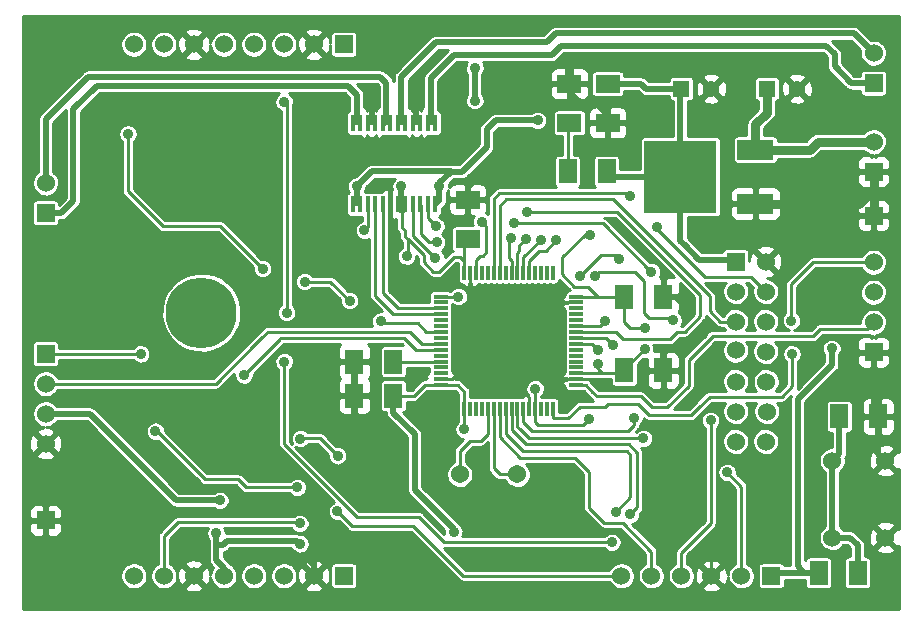
<source format=gtl>
G04 (created by PCBNEW (2013-07-07 BZR 4022)-stable) date 09/12/2014 18:13:01*
%MOIN*%
G04 Gerber Fmt 3.4, Leading zero omitted, Abs format*
%FSLAX34Y34*%
G01*
G70*
G90*
G04 APERTURE LIST*
%ADD10C,0.00590551*%
%ADD11C,0.0606299*%
%ADD12R,0.0138X0.0551*%
%ADD13R,0.06X0.08*%
%ADD14R,0.08X0.06*%
%ADD15C,0.06*%
%ADD16R,0.06X0.06*%
%ADD17R,0.12X0.065*%
%ADD18R,0.24X0.24*%
%ADD19R,0.055X0.055*%
%ADD20C,0.055*%
%ADD21C,0.23622*%
%ADD22R,0.011811X0.0472441*%
%ADD23R,0.0472441X0.011811*%
%ADD24C,0.035*%
%ADD25C,0.01*%
%ADD26C,0.02*%
%ADD27C,0.03*%
G04 APERTURE END LIST*
G54D10*
G54D11*
X92503Y-53700D03*
X94425Y-53700D03*
G54D12*
X91689Y-41992D03*
X91439Y-41992D03*
X91189Y-41992D03*
X90939Y-41992D03*
X90689Y-41992D03*
X90439Y-41992D03*
X90189Y-41992D03*
X89939Y-41992D03*
X89689Y-41992D03*
X89439Y-41992D03*
X89189Y-41992D03*
X88939Y-41992D03*
X88939Y-44700D03*
X89189Y-44700D03*
X89439Y-44700D03*
X89689Y-44700D03*
X89939Y-44700D03*
X90189Y-44700D03*
X90439Y-44700D03*
X90689Y-44700D03*
X90939Y-44700D03*
X91189Y-44700D03*
X91439Y-44700D03*
X91689Y-44700D03*
G54D13*
X88995Y-49940D03*
X90295Y-49940D03*
X105157Y-51771D03*
X106457Y-51771D03*
G54D14*
X92775Y-45846D03*
X92775Y-44546D03*
X97440Y-40688D03*
X97440Y-41988D03*
G54D13*
X105768Y-56988D03*
X104468Y-56988D03*
G54D14*
X96161Y-41988D03*
X96161Y-40688D03*
G54D13*
X97401Y-43602D03*
X96101Y-43602D03*
G54D10*
G36*
X88945Y-39070D02*
X88945Y-39670D01*
X88345Y-39670D01*
X88345Y-39070D01*
X88945Y-39070D01*
X88945Y-39070D01*
G37*
G54D15*
X87645Y-39370D03*
X86645Y-39370D03*
X85645Y-39370D03*
X84645Y-39370D03*
X83645Y-39370D03*
X82645Y-39370D03*
X81645Y-39370D03*
G54D10*
G36*
X88945Y-56786D02*
X88945Y-57386D01*
X88345Y-57386D01*
X88345Y-56786D01*
X88945Y-56786D01*
X88945Y-56786D01*
G37*
G54D15*
X87645Y-57086D03*
X86645Y-57086D03*
X85645Y-57086D03*
X84645Y-57086D03*
X83645Y-57086D03*
X82645Y-57086D03*
X81645Y-57086D03*
G54D10*
G36*
X101404Y-46306D02*
X102004Y-46306D01*
X102004Y-46906D01*
X101404Y-46906D01*
X101404Y-46306D01*
X101404Y-46306D01*
G37*
G54D15*
X102704Y-46606D03*
X101704Y-47606D03*
X102704Y-47606D03*
X101704Y-48606D03*
X102704Y-48606D03*
X101704Y-49566D03*
X102704Y-49606D03*
X101704Y-50606D03*
X102716Y-50606D03*
X101704Y-51606D03*
X102736Y-51606D03*
X101704Y-52606D03*
X102704Y-52606D03*
G54D16*
X106299Y-49629D03*
G54D15*
X106299Y-48629D03*
X106299Y-47629D03*
X106299Y-46629D03*
G54D16*
X78700Y-44988D03*
G54D15*
X78700Y-43988D03*
G54D16*
X106299Y-43610D03*
G54D15*
X106299Y-42610D03*
G54D16*
X106299Y-40657D03*
G54D15*
X106299Y-39657D03*
G54D16*
X106299Y-45078D03*
X102893Y-57086D03*
G54D15*
X101893Y-57086D03*
X100893Y-57086D03*
X99893Y-57086D03*
X98893Y-57086D03*
X97893Y-57086D03*
X104921Y-55807D03*
X104921Y-53248D03*
X106692Y-55807D03*
X106692Y-53248D03*
G54D17*
X102362Y-44679D03*
G54D18*
X99862Y-43779D03*
G54D17*
X102362Y-42879D03*
G54D19*
X99893Y-40846D03*
G54D20*
X100893Y-40846D03*
G54D19*
X102748Y-40846D03*
G54D20*
X103748Y-40846D03*
G54D16*
X78700Y-49681D03*
G54D15*
X78700Y-50681D03*
X78700Y-51681D03*
X78700Y-52681D03*
G54D21*
X83897Y-48307D03*
G54D22*
X94232Y-51515D03*
X94035Y-51515D03*
X94429Y-51515D03*
X93838Y-51515D03*
X93641Y-51515D03*
X93444Y-51515D03*
X93248Y-51515D03*
X93051Y-51515D03*
X94625Y-51515D03*
X94822Y-51515D03*
X95019Y-51515D03*
X95216Y-51515D03*
X94232Y-46988D03*
X94035Y-46988D03*
X94429Y-46988D03*
X94625Y-46988D03*
X94822Y-46988D03*
X95019Y-46988D03*
X95216Y-46988D03*
X93838Y-46988D03*
X93641Y-46988D03*
X93444Y-46988D03*
X93248Y-46988D03*
X93051Y-46988D03*
G54D23*
X91870Y-49153D03*
X91870Y-48956D03*
X91870Y-48759D03*
X91870Y-48562D03*
X91870Y-48366D03*
X91870Y-48169D03*
X91870Y-49350D03*
X91870Y-49547D03*
X91870Y-49744D03*
X91870Y-49940D03*
X91870Y-50137D03*
X91870Y-50334D03*
X96397Y-49153D03*
X96397Y-48956D03*
X96397Y-48759D03*
X96397Y-48562D03*
X96397Y-48366D03*
X96397Y-48169D03*
X96397Y-49350D03*
X96397Y-49547D03*
X96397Y-49744D03*
X96397Y-49940D03*
X96397Y-50137D03*
X96397Y-50334D03*
X91870Y-47972D03*
X91870Y-47775D03*
X91870Y-50531D03*
X91870Y-50728D03*
X96397Y-47972D03*
X96397Y-50531D03*
X96397Y-47775D03*
X96397Y-50728D03*
G54D22*
X95413Y-51515D03*
X95610Y-51515D03*
X92854Y-51515D03*
X92657Y-51515D03*
X92854Y-46988D03*
X92657Y-46988D03*
X95413Y-46988D03*
X95610Y-46988D03*
G54D16*
X78700Y-55236D03*
G54D13*
X90295Y-51082D03*
X88995Y-51082D03*
X97991Y-47775D03*
X99291Y-47775D03*
X97991Y-50236D03*
X99291Y-50236D03*
G54D24*
X90738Y-46427D03*
X92307Y-55614D03*
X87177Y-56015D03*
X84511Y-54566D03*
X84385Y-55665D03*
X96850Y-45716D03*
X104909Y-49500D03*
X92653Y-52200D03*
X96799Y-51870D03*
X97114Y-50015D03*
X95019Y-50846D03*
X98681Y-48826D03*
X98665Y-49531D03*
X93011Y-40157D03*
X93011Y-41240D03*
X90551Y-44094D03*
X95100Y-41900D03*
X91830Y-44094D03*
X89074Y-44094D03*
X91692Y-46496D03*
X94724Y-45846D03*
X91732Y-45964D03*
X94202Y-45807D03*
X98169Y-44438D03*
X99084Y-45442D03*
X100521Y-48996D03*
X87641Y-54559D03*
X80980Y-55240D03*
X82531Y-55259D03*
X105393Y-47283D03*
X105403Y-48375D03*
X95700Y-50500D03*
X94000Y-43600D03*
X101366Y-55271D03*
X85059Y-56366D03*
X87661Y-51889D03*
X92606Y-50157D03*
X88988Y-52051D03*
X94551Y-50846D03*
X97263Y-50724D03*
X99023Y-51094D03*
X93074Y-47748D03*
X95000Y-47980D03*
X100070Y-48145D03*
X89566Y-40059D03*
X83661Y-40059D03*
X89566Y-41240D03*
X91043Y-41240D03*
X96161Y-39862D03*
X103562Y-48582D03*
X103582Y-49685D03*
X88838Y-47913D03*
X87342Y-47273D03*
X85935Y-46840D03*
X81446Y-42352D03*
X97106Y-49557D03*
X95206Y-45885D03*
X87086Y-54133D03*
X82362Y-52263D03*
X87194Y-52509D03*
X88435Y-53080D03*
X97706Y-54960D03*
X87175Y-55334D03*
X98198Y-55029D03*
X94744Y-44940D03*
X91712Y-45433D03*
X97362Y-48582D03*
X89330Y-45570D03*
X97578Y-55964D03*
X98631Y-52500D03*
X86653Y-41279D03*
X86732Y-48307D03*
X86653Y-49940D03*
X97805Y-46515D03*
X97627Y-49399D03*
X96525Y-47076D03*
X98316Y-51811D03*
X95728Y-45905D03*
X81870Y-49685D03*
X85314Y-50393D03*
X92460Y-47775D03*
X97007Y-47096D03*
X99618Y-48566D03*
X101417Y-53631D03*
X100866Y-51899D03*
X98897Y-46948D03*
X94301Y-45334D03*
X93238Y-45275D03*
X88425Y-54931D03*
X89872Y-48592D03*
G54D25*
X90783Y-46381D02*
X90738Y-46427D01*
X90783Y-45869D02*
X90783Y-46381D01*
X90566Y-45462D02*
X90688Y-45584D01*
X92312Y-46446D02*
X91909Y-46850D01*
X92519Y-46446D02*
X92312Y-46446D01*
X92519Y-46446D02*
X92657Y-46584D01*
X91811Y-46948D02*
X91909Y-46850D01*
X91624Y-46948D02*
X91811Y-46948D01*
X91309Y-46633D02*
X91624Y-46948D01*
X91309Y-46395D02*
X91309Y-46633D01*
X90688Y-45774D02*
X90783Y-45869D01*
X90783Y-45869D02*
X91309Y-46395D01*
X90688Y-45584D02*
X90688Y-45774D01*
G54D26*
X91003Y-54212D02*
X91003Y-52362D01*
X92307Y-55515D02*
X91003Y-54212D01*
X92307Y-55614D02*
X92307Y-55515D01*
X90295Y-51653D02*
X90295Y-51082D01*
X91003Y-52362D02*
X90295Y-51653D01*
X84385Y-56053D02*
X84616Y-56053D01*
X87076Y-55915D02*
X87177Y-56015D01*
X84753Y-55915D02*
X87076Y-55915D01*
X84616Y-56053D02*
X84753Y-55915D01*
X84645Y-57086D02*
X84645Y-56811D01*
X84385Y-56551D02*
X84385Y-56053D01*
X84385Y-56053D02*
X84385Y-55665D01*
X84645Y-56811D02*
X84385Y-56551D01*
G54D25*
X84417Y-55696D02*
X84385Y-55665D01*
G54D26*
X80169Y-51681D02*
X83055Y-54566D01*
X83055Y-54566D02*
X84511Y-54566D01*
X80169Y-51681D02*
X78700Y-51681D01*
X99862Y-43779D02*
X99862Y-40877D01*
X99862Y-40877D02*
X99893Y-40846D01*
X99862Y-40877D02*
X99893Y-40846D01*
G54D25*
X96535Y-47440D02*
X96791Y-47440D01*
X95923Y-47035D02*
X96328Y-47440D01*
X96328Y-47440D02*
X96535Y-47440D01*
X96669Y-45716D02*
X96850Y-45716D01*
X95923Y-46462D02*
X96669Y-45716D01*
X95923Y-46462D02*
X95923Y-47035D01*
X97135Y-47775D02*
X97125Y-47775D01*
X96791Y-47440D02*
X97125Y-47775D01*
X90439Y-44700D02*
X90439Y-44790D01*
X90439Y-44790D02*
X90566Y-44917D01*
X90439Y-44700D02*
X90439Y-44711D01*
X90439Y-44711D02*
X90566Y-44838D01*
X90689Y-44700D02*
X90689Y-44715D01*
X90689Y-44715D02*
X90566Y-44838D01*
X90689Y-44700D02*
X90689Y-44853D01*
X90689Y-44853D02*
X90618Y-44925D01*
X90439Y-44700D02*
X90439Y-44857D01*
X90439Y-44857D02*
X90511Y-44929D01*
X90566Y-44700D02*
X90566Y-44838D01*
X90566Y-44838D02*
X90566Y-44917D01*
X90566Y-44917D02*
X90566Y-45462D01*
X90566Y-45462D02*
X90566Y-45448D01*
X90566Y-45448D02*
X90566Y-45456D01*
X90439Y-44700D02*
X90439Y-44878D01*
X90439Y-44700D02*
X90439Y-44819D01*
X90439Y-44700D02*
X90439Y-44750D01*
X92657Y-46584D02*
X92657Y-46600D01*
X92657Y-46600D02*
X92657Y-45964D01*
X92657Y-45964D02*
X92775Y-45846D01*
X104098Y-56988D02*
X103996Y-56988D01*
G54D26*
X103996Y-56988D02*
X103771Y-56763D01*
X103771Y-56763D02*
X103771Y-51192D01*
X103771Y-51192D02*
X104909Y-50055D01*
X104909Y-50055D02*
X104909Y-49500D01*
G54D25*
X92657Y-52196D02*
X92657Y-51515D01*
X92653Y-52200D02*
X92657Y-52196D01*
X95019Y-51515D02*
X95019Y-51964D01*
X97114Y-50015D02*
X97114Y-50188D01*
X96610Y-52059D02*
X96799Y-51870D01*
X95114Y-52059D02*
X96610Y-52059D01*
X95019Y-51964D02*
X95114Y-52059D01*
X97259Y-50334D02*
X97114Y-50188D01*
X95019Y-50846D02*
X95019Y-51515D01*
X97991Y-48621D02*
X97991Y-47775D01*
X98196Y-48826D02*
X97991Y-48621D01*
X98409Y-48826D02*
X98196Y-48826D01*
X98681Y-48826D02*
X98409Y-48826D01*
X97991Y-50236D02*
X97991Y-50205D01*
X97991Y-50205D02*
X98665Y-49531D01*
X92657Y-51515D02*
X92657Y-50944D01*
X92657Y-50944D02*
X92440Y-50728D01*
X92440Y-50728D02*
X91870Y-50728D01*
X92657Y-46988D02*
X92657Y-46584D01*
X91870Y-50728D02*
X91338Y-50728D01*
X90736Y-51082D02*
X90295Y-51082D01*
X90984Y-51082D02*
X90736Y-51082D01*
X91338Y-50728D02*
X90984Y-51082D01*
X96397Y-47775D02*
X97135Y-47775D01*
X97135Y-47775D02*
X97991Y-47775D01*
X96397Y-50334D02*
X97259Y-50334D01*
X97259Y-50334D02*
X97893Y-50334D01*
X97893Y-50334D02*
X97991Y-50236D01*
G54D26*
X102893Y-57086D02*
X102992Y-56988D01*
X102992Y-56988D02*
X104098Y-56988D01*
X104098Y-56988D02*
X104468Y-56988D01*
X100000Y-46062D02*
X99862Y-45925D01*
X101653Y-46555D02*
X100688Y-46555D01*
X100688Y-46555D02*
X100492Y-46555D01*
X100492Y-46555D02*
X100000Y-46062D01*
X101704Y-46606D02*
X101653Y-46555D01*
X99862Y-45925D02*
X99862Y-43779D01*
X93011Y-41240D02*
X93011Y-40157D01*
X90551Y-44586D02*
X90551Y-44094D01*
G54D25*
X90665Y-44700D02*
X90551Y-44586D01*
X90689Y-44700D02*
X90665Y-44700D01*
X90439Y-44700D02*
X90566Y-44700D01*
X90566Y-44700D02*
X90689Y-44700D01*
G54D26*
X97440Y-40688D02*
X98562Y-40688D01*
X98720Y-40846D02*
X99893Y-40846D01*
X98562Y-40688D02*
X98720Y-40846D01*
X99862Y-43779D02*
X97579Y-43779D01*
X97579Y-43779D02*
X97401Y-43602D01*
X92213Y-43613D02*
X92586Y-43613D01*
X93700Y-41900D02*
X95100Y-41900D01*
X93400Y-42200D02*
X93700Y-41900D01*
X93400Y-42800D02*
X93400Y-42200D01*
X92586Y-43613D02*
X93400Y-42800D01*
X91830Y-44094D02*
X91830Y-43996D01*
X91830Y-43996D02*
X92213Y-43613D01*
X92213Y-43613D02*
X92224Y-43602D01*
X89074Y-44094D02*
X89566Y-43602D01*
X89566Y-43602D02*
X92224Y-43602D01*
X91830Y-44586D02*
X91830Y-44094D01*
G54D25*
X91716Y-44700D02*
X91830Y-44586D01*
X91689Y-44700D02*
X91716Y-44700D01*
G54D26*
X89074Y-44586D02*
X89074Y-44094D01*
G54D25*
X89188Y-44700D02*
X89074Y-44586D01*
X89189Y-44700D02*
X89188Y-44700D01*
X88939Y-44700D02*
X89189Y-44700D01*
G54D27*
X106299Y-42610D02*
X104437Y-42610D01*
X104167Y-42879D02*
X102362Y-42879D01*
X104437Y-42610D02*
X104167Y-42879D01*
X102362Y-42879D02*
X102362Y-42027D01*
X102748Y-41641D02*
X102748Y-40846D01*
X102362Y-42027D02*
X102748Y-41641D01*
G54D25*
X90939Y-45743D02*
X90939Y-44700D01*
X90939Y-45743D02*
X91692Y-46496D01*
X94498Y-46072D02*
X94724Y-45846D01*
X94429Y-46988D02*
X94429Y-46328D01*
X94429Y-46328D02*
X94498Y-46259D01*
X94498Y-46259D02*
X94498Y-46072D01*
X94143Y-46496D02*
X94143Y-45866D01*
X91200Y-45688D02*
X91200Y-44711D01*
X91200Y-44711D02*
X91189Y-44700D01*
X91732Y-45964D02*
X91476Y-45964D01*
X91476Y-45964D02*
X91200Y-45688D01*
X94143Y-45866D02*
X94202Y-45807D01*
X94232Y-46988D02*
X94232Y-46584D01*
X94232Y-46584D02*
X94143Y-46496D01*
X94143Y-46496D02*
X94133Y-46486D01*
G54D26*
X105800Y-40657D02*
X105557Y-40657D01*
X91544Y-40482D02*
X92314Y-39712D01*
X92314Y-39712D02*
X95574Y-39712D01*
X95574Y-39712D02*
X95877Y-39409D01*
X95877Y-39409D02*
X104255Y-39409D01*
X91544Y-41317D02*
X91544Y-41788D01*
X91544Y-41317D02*
X91544Y-40482D01*
X104709Y-39409D02*
X104255Y-39409D01*
X105000Y-39700D02*
X104709Y-39409D01*
X105000Y-40100D02*
X105000Y-39700D01*
X105557Y-40657D02*
X105000Y-40100D01*
X105775Y-40657D02*
X105800Y-40657D01*
X105800Y-40657D02*
X106299Y-40657D01*
G54D25*
X91439Y-41992D02*
X91439Y-41893D01*
X91439Y-41893D02*
X91544Y-41788D01*
X91544Y-41788D02*
X91558Y-41775D01*
X91558Y-41775D02*
X91562Y-41771D01*
X91614Y-41909D02*
X91535Y-41909D01*
X91535Y-41909D02*
X91515Y-41929D01*
X91614Y-41771D02*
X91614Y-41909D01*
X91562Y-41771D02*
X91614Y-41771D01*
X91515Y-41817D02*
X91562Y-41771D01*
X91515Y-41811D02*
X91515Y-41817D01*
X91689Y-41985D02*
X91515Y-41811D01*
X91689Y-41992D02*
X91689Y-41985D01*
X91594Y-41889D02*
X91587Y-41889D01*
X91614Y-41909D02*
X91594Y-41889D01*
X91587Y-41889D02*
X91689Y-41992D01*
X91439Y-41992D02*
X91689Y-41992D01*
G54D26*
X104800Y-39000D02*
X105641Y-39000D01*
X90549Y-40450D02*
X91700Y-39300D01*
X91700Y-39300D02*
X95400Y-39300D01*
X95400Y-39300D02*
X95700Y-39000D01*
X95700Y-39000D02*
X104800Y-39000D01*
X90549Y-41400D02*
X90549Y-40450D01*
X105641Y-39000D02*
X106299Y-39657D01*
X90549Y-41891D02*
X90549Y-41400D01*
X90549Y-41400D02*
X90549Y-41399D01*
X90549Y-41399D02*
X90551Y-41397D01*
G54D25*
X90439Y-41992D02*
X90439Y-41882D01*
X90549Y-41891D02*
X90551Y-41889D01*
X90549Y-41992D02*
X90549Y-41891D01*
X90439Y-41882D02*
X90549Y-41992D01*
X90689Y-41992D02*
X90653Y-41992D01*
X90653Y-41992D02*
X90551Y-41889D01*
X90551Y-41889D02*
X90511Y-41850D01*
X90689Y-41992D02*
X90439Y-41992D01*
X91870Y-48169D02*
X90452Y-48169D01*
X89939Y-47656D02*
X89939Y-44700D01*
X90452Y-48169D02*
X89939Y-47656D01*
X91870Y-48366D02*
X90295Y-48366D01*
X89689Y-47760D02*
X89689Y-44700D01*
X90295Y-48366D02*
X89689Y-47760D01*
X97293Y-44530D02*
X94104Y-44530D01*
X97621Y-44530D02*
X97293Y-44530D01*
X101704Y-48606D02*
X101185Y-48606D01*
X100846Y-48267D02*
X101185Y-48606D01*
X100846Y-47755D02*
X100846Y-48267D01*
X98799Y-45708D02*
X100846Y-47755D01*
X98799Y-45708D02*
X97621Y-44530D01*
X93838Y-44753D02*
X93838Y-45895D01*
X94061Y-44530D02*
X93838Y-44753D01*
X94104Y-44530D02*
X94061Y-44530D01*
X93838Y-46358D02*
X93838Y-45895D01*
X93838Y-45895D02*
X93838Y-45866D01*
X93838Y-45866D02*
X93838Y-45869D01*
X93838Y-46988D02*
X93838Y-46653D01*
X93838Y-46358D02*
X93838Y-46653D01*
X99060Y-45497D02*
X99084Y-45472D01*
X93828Y-44330D02*
X93638Y-44520D01*
X93638Y-44520D02*
X93638Y-44803D01*
X93638Y-44803D02*
X93638Y-45767D01*
X97618Y-44330D02*
X93917Y-44330D01*
X93917Y-44330D02*
X93828Y-44330D01*
X98061Y-44330D02*
X97618Y-44330D01*
X98169Y-44438D02*
X98061Y-44330D01*
X99084Y-45472D02*
X99084Y-45442D01*
X93638Y-45731D02*
X93638Y-45767D01*
X93638Y-45767D02*
X93638Y-46653D01*
X93638Y-46653D02*
X93641Y-46653D01*
X100669Y-47106D02*
X99060Y-45497D01*
X99060Y-45497D02*
X99035Y-45472D01*
X102204Y-47106D02*
X100669Y-47106D01*
X102704Y-47606D02*
X102204Y-47106D01*
X93641Y-46988D02*
X93641Y-46653D01*
X93641Y-46653D02*
X93641Y-46653D01*
G54D26*
X80408Y-40752D02*
X79625Y-41535D01*
X79625Y-41535D02*
X79625Y-44586D01*
X88779Y-40752D02*
X80408Y-40752D01*
X89074Y-41338D02*
X89074Y-41048D01*
G54D25*
X89189Y-41992D02*
X89137Y-41992D01*
X89137Y-41992D02*
X89074Y-41929D01*
G54D26*
X89074Y-41338D02*
X89074Y-41929D01*
X79224Y-44988D02*
X78700Y-44988D01*
X79625Y-44586D02*
X79224Y-44988D01*
X89074Y-41048D02*
X88779Y-40752D01*
G54D25*
X88939Y-41992D02*
X89189Y-41992D01*
G54D26*
X78700Y-43988D02*
X78700Y-41870D01*
G54D25*
X89975Y-42027D02*
X89939Y-41992D01*
X89975Y-42012D02*
X90059Y-41929D01*
X89975Y-42027D02*
X89975Y-42012D01*
G54D26*
X90059Y-41338D02*
X90059Y-41929D01*
X90059Y-40649D02*
X90059Y-41338D01*
X89862Y-40452D02*
X90059Y-40649D01*
X80118Y-40452D02*
X89862Y-40452D01*
X78700Y-41870D02*
X80118Y-40452D01*
G54D25*
X90189Y-41992D02*
X89939Y-41992D01*
G54D26*
X99291Y-49655D02*
X99291Y-50236D01*
X99478Y-49468D02*
X99291Y-49655D01*
X99872Y-49468D02*
X99478Y-49468D01*
X100344Y-48996D02*
X99872Y-49468D01*
X100521Y-48996D02*
X100344Y-48996D01*
G54D25*
X87645Y-54562D02*
X87641Y-54559D01*
X87645Y-57086D02*
X87645Y-56649D01*
G54D26*
X87645Y-56649D02*
X87645Y-54562D01*
X85059Y-56366D02*
X86257Y-56366D01*
X87645Y-56730D02*
X87645Y-57086D01*
X87372Y-56456D02*
X87645Y-56730D01*
X86348Y-56456D02*
X87372Y-56456D01*
X86257Y-56366D02*
X86348Y-56456D01*
X80980Y-55240D02*
X82511Y-55240D01*
G54D25*
X82511Y-55240D02*
X82531Y-55259D01*
G54D26*
X105393Y-48366D02*
X105393Y-47283D01*
X105403Y-48375D02*
X105393Y-48366D01*
G54D25*
X92155Y-47411D02*
X90856Y-47411D01*
X92714Y-47527D02*
X92598Y-47411D01*
X92598Y-47411D02*
X92155Y-47411D01*
X92854Y-47527D02*
X92714Y-47527D01*
X90189Y-46745D02*
X90189Y-44700D01*
X90856Y-47411D02*
X90189Y-46745D01*
X92854Y-46988D02*
X92854Y-47527D01*
X95731Y-50531D02*
X95700Y-50500D01*
X96397Y-50531D02*
X95731Y-50531D01*
G54D26*
X92775Y-44546D02*
X92775Y-44124D01*
X93300Y-43600D02*
X94000Y-43600D01*
X92775Y-44124D02*
X93300Y-43600D01*
G54D25*
X100893Y-57086D02*
X100893Y-56216D01*
X100893Y-56216D02*
X101366Y-55744D01*
X101366Y-55744D02*
X101366Y-55271D01*
X85070Y-56377D02*
X85059Y-56366D01*
X88748Y-52051D02*
X88988Y-52051D01*
G54D26*
X88358Y-51661D02*
X88748Y-52051D01*
X87889Y-51661D02*
X88358Y-51661D01*
X87661Y-51889D02*
X87889Y-51661D01*
G54D25*
X91870Y-50531D02*
X92232Y-50531D01*
X92232Y-50531D02*
X92606Y-50157D01*
X88995Y-52043D02*
X88988Y-52051D01*
G54D26*
X88995Y-51082D02*
X88995Y-52043D01*
X88995Y-49940D02*
X88995Y-51082D01*
G54D25*
X94822Y-51515D02*
X94822Y-51118D01*
X94822Y-51118D02*
X94551Y-50846D01*
X96397Y-50531D02*
X97070Y-50531D01*
X97070Y-50531D02*
X97263Y-50724D01*
X99291Y-50236D02*
X99291Y-50826D01*
X99291Y-50826D02*
X99023Y-51094D01*
X92854Y-47527D02*
X93074Y-47748D01*
X96397Y-47972D02*
X95007Y-47972D01*
X95007Y-47972D02*
X95000Y-47980D01*
G54D26*
X99700Y-47775D02*
X99291Y-47775D01*
X100070Y-48145D02*
X99700Y-47775D01*
X106457Y-51771D02*
X106299Y-51613D01*
X106299Y-51613D02*
X106299Y-49629D01*
X106692Y-53248D02*
X106457Y-53012D01*
X106457Y-53012D02*
X106457Y-51771D01*
X102704Y-46606D02*
X103543Y-45767D01*
X103543Y-45275D02*
X104139Y-44679D01*
X103543Y-45767D02*
X103543Y-45275D01*
X84251Y-40059D02*
X89271Y-40059D01*
X89271Y-40059D02*
X89566Y-40059D01*
X83661Y-40059D02*
X84251Y-40059D01*
X89566Y-41240D02*
X89566Y-41929D01*
G54D25*
X89629Y-41992D02*
X89566Y-41929D01*
X89689Y-41992D02*
X89629Y-41992D01*
X91189Y-41992D02*
X91106Y-41992D01*
X91106Y-41992D02*
X91043Y-41929D01*
G54D26*
X91043Y-41240D02*
X91043Y-41929D01*
G54D25*
X90939Y-41992D02*
X91189Y-41992D01*
X89439Y-41992D02*
X89689Y-41992D01*
G54D27*
X96161Y-40688D02*
X96161Y-39862D01*
G54D26*
X97440Y-41988D02*
X97440Y-41732D01*
X96161Y-40944D02*
X96161Y-40688D01*
X96555Y-41338D02*
X96161Y-40944D01*
X97047Y-41338D02*
X96555Y-41338D01*
X97440Y-41732D02*
X97047Y-41338D01*
G54D27*
X102362Y-44679D02*
X104139Y-44679D01*
X104139Y-44679D02*
X105812Y-44679D01*
X105812Y-44679D02*
X106299Y-44192D01*
X106299Y-43610D02*
X106299Y-44192D01*
X106299Y-44192D02*
X106299Y-45078D01*
G54D25*
X96921Y-50940D02*
X97078Y-51098D01*
X98551Y-51102D02*
X98905Y-51456D01*
X98905Y-51456D02*
X99425Y-51456D01*
X99425Y-51456D02*
X100137Y-50744D01*
X100137Y-50744D02*
X100137Y-50708D01*
X100944Y-49094D02*
X100137Y-49901D01*
X100137Y-49901D02*
X100137Y-50708D01*
X97519Y-51102D02*
X98551Y-51102D01*
X96708Y-50728D02*
X96921Y-50940D01*
X96708Y-50728D02*
X96397Y-50728D01*
X97515Y-51098D02*
X97519Y-51102D01*
X97078Y-51098D02*
X97515Y-51098D01*
X104527Y-48858D02*
X104291Y-49094D01*
X104291Y-49094D02*
X100944Y-49094D01*
X100944Y-49094D02*
X100905Y-49094D01*
X106299Y-48629D02*
X106070Y-48858D01*
X106070Y-48858D02*
X104527Y-48858D01*
X104527Y-48858D02*
X104507Y-48858D01*
X95610Y-51515D02*
X95610Y-51834D01*
X97334Y-51456D02*
X97444Y-51346D01*
X97444Y-51346D02*
X98444Y-51346D01*
X98444Y-51346D02*
X98830Y-51732D01*
X98830Y-51732D02*
X100216Y-51732D01*
X100216Y-51732D02*
X100492Y-51456D01*
X100492Y-51456D02*
X100836Y-51112D01*
X103553Y-48572D02*
X103562Y-48582D01*
X103553Y-47401D02*
X103553Y-48572D01*
X104295Y-46629D02*
X106299Y-46629D01*
X103553Y-47372D02*
X104295Y-46629D01*
X103553Y-47401D02*
X103553Y-47372D01*
X103582Y-49685D02*
X103582Y-50767D01*
X103238Y-51112D02*
X103582Y-50767D01*
X100836Y-51112D02*
X103238Y-51112D01*
X96614Y-51456D02*
X97334Y-51456D01*
X96503Y-51456D02*
X96614Y-51456D01*
X96122Y-51838D02*
X96503Y-51456D01*
X95614Y-51838D02*
X96122Y-51838D01*
X95610Y-51834D02*
X95614Y-51838D01*
X88838Y-47913D02*
X88198Y-47273D01*
X88198Y-47273D02*
X87342Y-47273D01*
X85935Y-46840D02*
X84527Y-45433D01*
X84527Y-45433D02*
X82608Y-45433D01*
X82608Y-45433D02*
X81446Y-44271D01*
X81446Y-44271D02*
X81446Y-42352D01*
X96899Y-49350D02*
X96397Y-49350D01*
X96899Y-49350D02*
X97106Y-49557D01*
X94625Y-46466D02*
X94625Y-46988D01*
X94625Y-46466D02*
X95206Y-45885D01*
X91870Y-49940D02*
X90295Y-49940D01*
X96101Y-43602D02*
X96101Y-42048D01*
X96101Y-42048D02*
X96161Y-41988D01*
X97933Y-55314D02*
X97312Y-55314D01*
X97312Y-55314D02*
X96820Y-54822D01*
X96820Y-54822D02*
X96820Y-53622D01*
X96820Y-53622D02*
X96348Y-53149D01*
X96348Y-53149D02*
X94527Y-53149D01*
X98893Y-56275D02*
X98893Y-57086D01*
X98893Y-56275D02*
X97933Y-55314D01*
X93838Y-52460D02*
X94527Y-53149D01*
X93838Y-51515D02*
X93838Y-52342D01*
X93838Y-52342D02*
X93838Y-52460D01*
G54D26*
X104921Y-53248D02*
X105157Y-53012D01*
X105157Y-53012D02*
X105157Y-51771D01*
X104921Y-53248D02*
X104921Y-55807D01*
X104921Y-55807D02*
X105511Y-55807D01*
X105768Y-56063D02*
X105768Y-56988D01*
X105511Y-55807D02*
X105768Y-56063D01*
G54D25*
X92503Y-53700D02*
X92503Y-52929D01*
X93444Y-52342D02*
X93444Y-51515D01*
X93208Y-52578D02*
X93444Y-52342D01*
X92854Y-52578D02*
X93208Y-52578D01*
X92503Y-52929D02*
X92854Y-52578D01*
X94425Y-53700D02*
X93838Y-53700D01*
X93641Y-52500D02*
X93641Y-51515D01*
X93641Y-53503D02*
X93641Y-52500D01*
X93838Y-53700D02*
X93641Y-53503D01*
X84010Y-53863D02*
X85123Y-53863D01*
X85393Y-54133D02*
X87086Y-54133D01*
X85123Y-53863D02*
X85393Y-54133D01*
X82411Y-52263D02*
X82362Y-52263D01*
X82411Y-52263D02*
X84010Y-53863D01*
X84010Y-53863D02*
X84015Y-53868D01*
X87834Y-52480D02*
X87937Y-52583D01*
X87224Y-52480D02*
X87194Y-52509D01*
X87834Y-52480D02*
X87224Y-52480D01*
X84015Y-53868D02*
X84005Y-53868D01*
X98070Y-52933D02*
X98198Y-53061D01*
X94035Y-52362D02*
X94606Y-52933D01*
X94606Y-52933D02*
X98070Y-52933D01*
X94035Y-51515D02*
X94035Y-52204D01*
X94035Y-52204D02*
X94035Y-52362D01*
X88435Y-53080D02*
X87937Y-52583D01*
X98198Y-54468D02*
X97706Y-54960D01*
X98198Y-53061D02*
X98198Y-54468D01*
X87937Y-52583D02*
X87933Y-52578D01*
X98070Y-52696D02*
X98139Y-52696D01*
X94232Y-52224D02*
X94704Y-52696D01*
X94704Y-52696D02*
X98070Y-52696D01*
X94232Y-52027D02*
X94232Y-52224D01*
X82645Y-55759D02*
X82645Y-57086D01*
X83129Y-55275D02*
X82645Y-55759D01*
X87116Y-55275D02*
X83129Y-55275D01*
X87175Y-55334D02*
X87116Y-55275D01*
X98425Y-54803D02*
X98198Y-55029D01*
X98425Y-52982D02*
X98425Y-54803D01*
X98139Y-52696D02*
X98425Y-52982D01*
X94232Y-51515D02*
X94232Y-52027D01*
X94232Y-52027D02*
X94232Y-52066D01*
X97681Y-48956D02*
X97700Y-48956D01*
X99755Y-48956D02*
X99988Y-48956D01*
X96397Y-48956D02*
X97456Y-48956D01*
X100000Y-48944D02*
X100519Y-48425D01*
X100519Y-48425D02*
X100519Y-47711D01*
X100519Y-47711D02*
X97748Y-44940D01*
X97748Y-44940D02*
X97637Y-44940D01*
X91439Y-45160D02*
X91439Y-44700D01*
X94744Y-44940D02*
X97637Y-44940D01*
X91439Y-45160D02*
X91712Y-45433D01*
X99988Y-48956D02*
X100000Y-48944D01*
X97456Y-48956D02*
X97681Y-48956D01*
X99523Y-49188D02*
X99755Y-48956D01*
X97933Y-49188D02*
X99523Y-49188D01*
X97700Y-48956D02*
X97933Y-49188D01*
X97185Y-48759D02*
X97362Y-48582D01*
X97185Y-48759D02*
X96397Y-48759D01*
X89439Y-44700D02*
X89439Y-45461D01*
X89439Y-45461D02*
X89330Y-45570D01*
X91141Y-55118D02*
X91988Y-55964D01*
X91988Y-55964D02*
X97578Y-55964D01*
X90118Y-55118D02*
X91141Y-55118D01*
X94429Y-52106D02*
X94429Y-51909D01*
X94429Y-52106D02*
X94527Y-52204D01*
X94527Y-52204D02*
X94803Y-52480D01*
X98612Y-52480D02*
X98110Y-52480D01*
X98631Y-52500D02*
X98612Y-52480D01*
X94803Y-52480D02*
X98110Y-52480D01*
X94429Y-51515D02*
X94429Y-51909D01*
X94429Y-51909D02*
X94429Y-51889D01*
X86653Y-41279D02*
X86732Y-41358D01*
X86732Y-41358D02*
X86732Y-48307D01*
X86653Y-49940D02*
X86653Y-52696D01*
X86653Y-52696D02*
X89074Y-55118D01*
X89074Y-55118D02*
X90118Y-55118D01*
X90118Y-55118D02*
X90236Y-55118D01*
X97204Y-46397D02*
X96525Y-47076D01*
X97372Y-46397D02*
X97204Y-46397D01*
X97805Y-46515D02*
X97687Y-46397D01*
X97687Y-46397D02*
X97372Y-46397D01*
X97381Y-49153D02*
X97627Y-49399D01*
X96397Y-49153D02*
X97381Y-49153D01*
X98110Y-52263D02*
X98316Y-52057D01*
X94921Y-52263D02*
X98110Y-52263D01*
X94783Y-52125D02*
X94921Y-52263D01*
X98316Y-52057D02*
X98316Y-51811D01*
X94625Y-51515D02*
X94625Y-51968D01*
X94625Y-51968D02*
X94783Y-52125D01*
X94783Y-52125D02*
X94744Y-52086D01*
X94822Y-46594D02*
X95157Y-46259D01*
X95157Y-46259D02*
X95374Y-46259D01*
X95374Y-46259D02*
X95728Y-45905D01*
X94822Y-46988D02*
X94822Y-46594D01*
X90157Y-49153D02*
X86515Y-49153D01*
X91535Y-49547D02*
X91043Y-49547D01*
X91870Y-49547D02*
X91535Y-49547D01*
X91043Y-49547D02*
X90649Y-49153D01*
X90157Y-49153D02*
X90649Y-49153D01*
X78704Y-49685D02*
X78700Y-49681D01*
X81870Y-49685D02*
X78704Y-49685D01*
X86515Y-49192D02*
X85314Y-50393D01*
X86515Y-49153D02*
X86515Y-49192D01*
X85925Y-49133D02*
X86105Y-48953D01*
X85925Y-49133D02*
X85688Y-49370D01*
X84377Y-50681D02*
X85688Y-49370D01*
X78700Y-50681D02*
X84377Y-50681D01*
X90843Y-48953D02*
X90177Y-48953D01*
X91240Y-49350D02*
X91023Y-49133D01*
X91240Y-49350D02*
X91870Y-49350D01*
X91023Y-49133D02*
X90843Y-48953D01*
X86105Y-48953D02*
X90177Y-48953D01*
X91870Y-47775D02*
X92460Y-47775D01*
X97135Y-46968D02*
X97007Y-47096D01*
X97135Y-46968D02*
X97411Y-46968D01*
X98641Y-47263D02*
X98346Y-46968D01*
X98346Y-46968D02*
X97411Y-46968D01*
X97411Y-46968D02*
X97411Y-46968D01*
X98641Y-48307D02*
X98641Y-47263D01*
X98822Y-48488D02*
X98641Y-48307D01*
X99539Y-48488D02*
X98822Y-48488D01*
X99618Y-48566D02*
X99539Y-48488D01*
X97401Y-46968D02*
X97411Y-46968D01*
X101893Y-54108D02*
X101417Y-53631D01*
X101893Y-57086D02*
X101893Y-54108D01*
X97411Y-46968D02*
X97391Y-46968D01*
X98897Y-46948D02*
X97283Y-45334D01*
X93051Y-46988D02*
X93051Y-46545D01*
X99893Y-56307D02*
X100866Y-55334D01*
X100866Y-55334D02*
X100866Y-51899D01*
X97283Y-45334D02*
X94301Y-45334D01*
X99893Y-56307D02*
X99893Y-57086D01*
X93395Y-45433D02*
X93238Y-45275D01*
X93395Y-46299D02*
X93395Y-45433D01*
X93277Y-46417D02*
X93395Y-46299D01*
X93179Y-46417D02*
X93277Y-46417D01*
X93051Y-46545D02*
X93179Y-46417D01*
X91870Y-48956D02*
X91387Y-48956D01*
X92627Y-57086D02*
X90964Y-55423D01*
X90964Y-55423D02*
X88917Y-55423D01*
X88917Y-55423D02*
X88425Y-54931D01*
X89872Y-48592D02*
X89950Y-48671D01*
X89950Y-48671D02*
X90915Y-48671D01*
X92627Y-57086D02*
X97893Y-57086D01*
X91102Y-48671D02*
X90915Y-48671D01*
X91387Y-48956D02*
X91102Y-48671D01*
G54D10*
G36*
X89809Y-41471D02*
X89786Y-41467D01*
X89724Y-41529D01*
X89724Y-41589D01*
X89702Y-41556D01*
X89667Y-41521D01*
X89626Y-41494D01*
X89617Y-41490D01*
X89593Y-41467D01*
X89564Y-41472D01*
X89536Y-41467D01*
X89512Y-41490D01*
X89503Y-41494D01*
X89462Y-41521D01*
X89427Y-41556D01*
X89405Y-41589D01*
X89405Y-41529D01*
X89343Y-41467D01*
X89324Y-41470D01*
X89324Y-41338D01*
X89324Y-41048D01*
X89322Y-41025D01*
X89320Y-41002D01*
X89320Y-41000D01*
X89320Y-40999D01*
X89313Y-40977D01*
X89306Y-40955D01*
X89306Y-40954D01*
X89305Y-40952D01*
X89295Y-40932D01*
X89284Y-40911D01*
X89283Y-40910D01*
X89283Y-40909D01*
X89268Y-40891D01*
X89254Y-40873D01*
X89252Y-40871D01*
X89252Y-40871D01*
X89252Y-40871D01*
X89251Y-40871D01*
X89083Y-40702D01*
X89758Y-40702D01*
X89809Y-40753D01*
X89809Y-41338D01*
X89809Y-41471D01*
X89809Y-41471D01*
G37*
G54D25*
X89809Y-41471D02*
X89786Y-41467D01*
X89724Y-41529D01*
X89724Y-41589D01*
X89702Y-41556D01*
X89667Y-41521D01*
X89626Y-41494D01*
X89617Y-41490D01*
X89593Y-41467D01*
X89564Y-41472D01*
X89536Y-41467D01*
X89512Y-41490D01*
X89503Y-41494D01*
X89462Y-41521D01*
X89427Y-41556D01*
X89405Y-41589D01*
X89405Y-41529D01*
X89343Y-41467D01*
X89324Y-41470D01*
X89324Y-41338D01*
X89324Y-41048D01*
X89322Y-41025D01*
X89320Y-41002D01*
X89320Y-41000D01*
X89320Y-40999D01*
X89313Y-40977D01*
X89306Y-40955D01*
X89306Y-40954D01*
X89305Y-40952D01*
X89295Y-40932D01*
X89284Y-40911D01*
X89283Y-40910D01*
X89283Y-40909D01*
X89268Y-40891D01*
X89254Y-40873D01*
X89252Y-40871D01*
X89252Y-40871D01*
X89252Y-40871D01*
X89251Y-40871D01*
X89083Y-40702D01*
X89758Y-40702D01*
X89809Y-40753D01*
X89809Y-41338D01*
X89809Y-41471D01*
G54D10*
G36*
X92124Y-39550D02*
X91368Y-40305D01*
X91353Y-40323D01*
X91338Y-40341D01*
X91337Y-40342D01*
X91337Y-40343D01*
X91326Y-40364D01*
X91314Y-40384D01*
X91314Y-40385D01*
X91313Y-40386D01*
X91307Y-40408D01*
X91300Y-40430D01*
X91300Y-40432D01*
X91299Y-40433D01*
X91297Y-40456D01*
X91294Y-40479D01*
X91294Y-40481D01*
X91294Y-40481D01*
X91294Y-40481D01*
X91294Y-40482D01*
X91294Y-41317D01*
X91294Y-41468D01*
X91286Y-41467D01*
X91224Y-41529D01*
X91224Y-41589D01*
X91202Y-41556D01*
X91167Y-41521D01*
X91126Y-41494D01*
X91117Y-41490D01*
X91093Y-41467D01*
X91064Y-41472D01*
X91036Y-41467D01*
X91012Y-41490D01*
X91003Y-41494D01*
X90962Y-41521D01*
X90927Y-41556D01*
X90905Y-41589D01*
X90905Y-41529D01*
X90843Y-41467D01*
X90799Y-41475D01*
X90799Y-41417D01*
X90801Y-41398D01*
X90799Y-41377D01*
X90799Y-40554D01*
X91803Y-39550D01*
X92124Y-39550D01*
X92124Y-39550D01*
G37*
G54D25*
X92124Y-39550D02*
X91368Y-40305D01*
X91353Y-40323D01*
X91338Y-40341D01*
X91337Y-40342D01*
X91337Y-40343D01*
X91326Y-40364D01*
X91314Y-40384D01*
X91314Y-40385D01*
X91313Y-40386D01*
X91307Y-40408D01*
X91300Y-40430D01*
X91300Y-40432D01*
X91299Y-40433D01*
X91297Y-40456D01*
X91294Y-40479D01*
X91294Y-40481D01*
X91294Y-40481D01*
X91294Y-40481D01*
X91294Y-40482D01*
X91294Y-41317D01*
X91294Y-41468D01*
X91286Y-41467D01*
X91224Y-41529D01*
X91224Y-41589D01*
X91202Y-41556D01*
X91167Y-41521D01*
X91126Y-41494D01*
X91117Y-41490D01*
X91093Y-41467D01*
X91064Y-41472D01*
X91036Y-41467D01*
X91012Y-41490D01*
X91003Y-41494D01*
X90962Y-41521D01*
X90927Y-41556D01*
X90905Y-41589D01*
X90905Y-41529D01*
X90843Y-41467D01*
X90799Y-41475D01*
X90799Y-41417D01*
X90801Y-41398D01*
X90799Y-41377D01*
X90799Y-40554D01*
X91803Y-39550D01*
X92124Y-39550D01*
G54D10*
G36*
X96957Y-51256D02*
X96614Y-51256D01*
X96503Y-51256D01*
X96485Y-51258D01*
X96467Y-51260D01*
X96466Y-51260D01*
X96465Y-51260D01*
X96447Y-51265D01*
X96429Y-51270D01*
X96428Y-51271D01*
X96427Y-51271D01*
X96411Y-51280D01*
X96395Y-51288D01*
X96394Y-51289D01*
X96393Y-51290D01*
X96378Y-51301D01*
X96364Y-51313D01*
X96363Y-51314D01*
X96363Y-51314D01*
X96362Y-51314D01*
X96362Y-51315D01*
X96039Y-51638D01*
X95819Y-51638D01*
X95819Y-51264D01*
X95813Y-51235D01*
X95802Y-51208D01*
X95786Y-51184D01*
X95765Y-51163D01*
X95740Y-51146D01*
X95713Y-51135D01*
X95685Y-51129D01*
X95655Y-51129D01*
X95536Y-51129D01*
X95511Y-51134D01*
X95488Y-51129D01*
X95458Y-51129D01*
X95339Y-51129D01*
X95314Y-51134D01*
X95291Y-51129D01*
X95261Y-51129D01*
X95219Y-51129D01*
X95219Y-51104D01*
X95220Y-51103D01*
X95266Y-51059D01*
X95303Y-51007D01*
X95329Y-50949D01*
X95343Y-50887D01*
X95344Y-50814D01*
X95332Y-50752D01*
X95308Y-50693D01*
X95272Y-50640D01*
X95227Y-50594D01*
X95175Y-50559D01*
X95116Y-50534D01*
X95053Y-50521D01*
X94990Y-50521D01*
X94927Y-50533D01*
X94868Y-50557D01*
X94815Y-50591D01*
X94769Y-50636D01*
X94733Y-50689D01*
X94708Y-50747D01*
X94695Y-50810D01*
X94694Y-50873D01*
X94705Y-50936D01*
X94729Y-50995D01*
X94750Y-51029D01*
X94786Y-51029D01*
X94751Y-51029D01*
X94763Y-51049D01*
X94772Y-51058D01*
X94772Y-51071D01*
X94732Y-51030D01*
X94689Y-51039D01*
X94644Y-51058D01*
X94603Y-51085D01*
X94569Y-51120D01*
X94563Y-51129D01*
X94552Y-51129D01*
X94527Y-51134D01*
X94503Y-51129D01*
X94474Y-51129D01*
X94355Y-51129D01*
X94330Y-51134D01*
X94307Y-51129D01*
X94277Y-51129D01*
X94158Y-51129D01*
X94133Y-51134D01*
X94110Y-51129D01*
X94080Y-51129D01*
X93961Y-51129D01*
X93936Y-51134D01*
X93913Y-51129D01*
X93883Y-51129D01*
X93764Y-51129D01*
X93739Y-51134D01*
X93716Y-51129D01*
X93687Y-51129D01*
X93567Y-51129D01*
X93543Y-51134D01*
X93519Y-51129D01*
X93490Y-51129D01*
X93371Y-51129D01*
X93346Y-51134D01*
X93322Y-51129D01*
X93293Y-51129D01*
X93174Y-51129D01*
X93149Y-51134D01*
X93125Y-51129D01*
X93096Y-51129D01*
X92977Y-51129D01*
X92952Y-51134D01*
X92929Y-51129D01*
X92899Y-51129D01*
X92857Y-51129D01*
X92857Y-50944D01*
X92855Y-50926D01*
X92854Y-50908D01*
X92853Y-50907D01*
X92853Y-50906D01*
X92848Y-50888D01*
X92843Y-50870D01*
X92842Y-50869D01*
X92842Y-50868D01*
X92833Y-50852D01*
X92825Y-50835D01*
X92824Y-50835D01*
X92824Y-50834D01*
X92812Y-50819D01*
X92800Y-50805D01*
X92799Y-50803D01*
X92799Y-50803D01*
X92799Y-50803D01*
X92798Y-50803D01*
X92582Y-50586D01*
X92568Y-50575D01*
X92553Y-50563D01*
X92553Y-50562D01*
X92552Y-50562D01*
X92535Y-50553D01*
X92519Y-50544D01*
X92518Y-50544D01*
X92517Y-50543D01*
X92500Y-50538D01*
X92482Y-50532D01*
X92481Y-50532D01*
X92480Y-50532D01*
X92462Y-50530D01*
X92443Y-50528D01*
X92441Y-50528D01*
X92441Y-50528D01*
X92441Y-50528D01*
X92440Y-50528D01*
X92356Y-50528D01*
X92356Y-50481D01*
X92314Y-50481D01*
X92355Y-50440D01*
X92346Y-50398D01*
X92327Y-50352D01*
X92299Y-50312D01*
X92265Y-50277D01*
X92256Y-50271D01*
X92256Y-50260D01*
X92251Y-50236D01*
X92256Y-50212D01*
X92256Y-50183D01*
X92256Y-50064D01*
X92251Y-50039D01*
X92256Y-50015D01*
X92256Y-49986D01*
X92256Y-49867D01*
X92251Y-49842D01*
X92256Y-49818D01*
X92256Y-49789D01*
X92256Y-49670D01*
X92251Y-49645D01*
X92256Y-49622D01*
X92256Y-49592D01*
X92256Y-49473D01*
X92251Y-49448D01*
X92256Y-49425D01*
X92256Y-49395D01*
X92256Y-49276D01*
X92251Y-49251D01*
X92256Y-49228D01*
X92256Y-49198D01*
X92256Y-49079D01*
X92251Y-49054D01*
X92256Y-49031D01*
X92256Y-49002D01*
X92256Y-48882D01*
X92251Y-48858D01*
X92256Y-48834D01*
X92256Y-48805D01*
X92256Y-48686D01*
X92251Y-48661D01*
X92256Y-48637D01*
X92256Y-48608D01*
X92256Y-48489D01*
X92251Y-48464D01*
X92256Y-48440D01*
X92256Y-48411D01*
X92256Y-48292D01*
X92251Y-48267D01*
X92256Y-48244D01*
X92256Y-48214D01*
X92256Y-48095D01*
X92251Y-48070D01*
X92256Y-48047D01*
X92256Y-48029D01*
X92301Y-48060D01*
X92359Y-48086D01*
X92421Y-48099D01*
X92485Y-48101D01*
X92548Y-48090D01*
X92607Y-48067D01*
X92661Y-48032D01*
X92707Y-47988D01*
X92744Y-47936D01*
X92770Y-47878D01*
X92784Y-47816D01*
X92785Y-47743D01*
X92773Y-47681D01*
X92748Y-47622D01*
X92713Y-47569D01*
X92668Y-47523D01*
X92615Y-47488D01*
X92557Y-47463D01*
X92494Y-47450D01*
X92431Y-47450D01*
X92368Y-47462D01*
X92309Y-47486D01*
X92255Y-47521D01*
X92210Y-47565D01*
X92203Y-47575D01*
X92158Y-47575D01*
X92150Y-47572D01*
X92122Y-47566D01*
X92092Y-47566D01*
X91619Y-47566D01*
X91590Y-47572D01*
X91563Y-47583D01*
X91538Y-47599D01*
X91517Y-47620D01*
X91501Y-47644D01*
X91489Y-47671D01*
X91483Y-47700D01*
X91483Y-47730D01*
X91483Y-47849D01*
X91488Y-47874D01*
X91483Y-47897D01*
X91483Y-47927D01*
X91483Y-47969D01*
X90535Y-47969D01*
X90139Y-47573D01*
X90139Y-45179D01*
X90155Y-45163D01*
X90155Y-45008D01*
X90158Y-44992D01*
X90159Y-44962D01*
X90158Y-44410D01*
X90155Y-44392D01*
X90155Y-44237D01*
X90093Y-44175D01*
X90048Y-44184D01*
X90003Y-44203D01*
X89962Y-44230D01*
X89927Y-44265D01*
X89920Y-44275D01*
X89856Y-44275D01*
X89827Y-44280D01*
X89814Y-44286D01*
X89803Y-44281D01*
X89774Y-44275D01*
X89745Y-44275D01*
X89606Y-44275D01*
X89577Y-44280D01*
X89564Y-44286D01*
X89553Y-44281D01*
X89524Y-44275D01*
X89495Y-44275D01*
X89356Y-44275D01*
X89343Y-44277D01*
X89358Y-44255D01*
X89384Y-44197D01*
X89398Y-44135D01*
X89398Y-44123D01*
X89670Y-43852D01*
X90333Y-43852D01*
X90301Y-43884D01*
X90265Y-43937D01*
X90239Y-43995D01*
X90226Y-44058D01*
X90225Y-44121D01*
X90237Y-44184D01*
X90248Y-44213D01*
X90224Y-44237D01*
X90224Y-44392D01*
X90221Y-44409D01*
X90220Y-44438D01*
X90220Y-44990D01*
X90224Y-45008D01*
X90224Y-45163D01*
X90286Y-45225D01*
X90331Y-45216D01*
X90366Y-45202D01*
X90366Y-45448D01*
X90366Y-45456D01*
X90366Y-45462D01*
X90368Y-45480D01*
X90370Y-45499D01*
X90370Y-45500D01*
X90370Y-45501D01*
X90376Y-45519D01*
X90381Y-45536D01*
X90381Y-45537D01*
X90382Y-45538D01*
X90390Y-45555D01*
X90399Y-45571D01*
X90399Y-45572D01*
X90400Y-45573D01*
X90412Y-45587D01*
X90423Y-45602D01*
X90424Y-45603D01*
X90425Y-45603D01*
X90425Y-45603D01*
X90425Y-45604D01*
X90488Y-45667D01*
X90488Y-45774D01*
X90490Y-45793D01*
X90492Y-45811D01*
X90492Y-45812D01*
X90492Y-45813D01*
X90498Y-45831D01*
X90503Y-45849D01*
X90503Y-45850D01*
X90504Y-45851D01*
X90512Y-45867D01*
X90521Y-45883D01*
X90521Y-45884D01*
X90522Y-45885D01*
X90534Y-45899D01*
X90545Y-45914D01*
X90547Y-45915D01*
X90547Y-45915D01*
X90547Y-45915D01*
X90547Y-45916D01*
X90583Y-45952D01*
X90583Y-46139D01*
X90533Y-46172D01*
X90488Y-46217D01*
X90452Y-46269D01*
X90426Y-46328D01*
X90413Y-46390D01*
X90412Y-46454D01*
X90424Y-46517D01*
X90447Y-46576D01*
X90482Y-46630D01*
X90526Y-46675D01*
X90578Y-46712D01*
X90637Y-46737D01*
X90699Y-46751D01*
X90763Y-46752D01*
X90826Y-46741D01*
X90885Y-46718D01*
X90939Y-46684D01*
X90985Y-46640D01*
X91022Y-46588D01*
X91048Y-46530D01*
X91062Y-46468D01*
X91062Y-46431D01*
X91109Y-46477D01*
X91109Y-46633D01*
X91110Y-46652D01*
X91112Y-46670D01*
X91112Y-46671D01*
X91112Y-46672D01*
X91118Y-46690D01*
X91123Y-46708D01*
X91123Y-46709D01*
X91124Y-46710D01*
X91132Y-46726D01*
X91141Y-46742D01*
X91141Y-46743D01*
X91142Y-46744D01*
X91154Y-46758D01*
X91165Y-46773D01*
X91167Y-46774D01*
X91167Y-46774D01*
X91167Y-46774D01*
X91167Y-46775D01*
X91482Y-47090D01*
X91496Y-47101D01*
X91511Y-47113D01*
X91511Y-47114D01*
X91512Y-47115D01*
X91529Y-47123D01*
X91545Y-47132D01*
X91546Y-47132D01*
X91547Y-47133D01*
X91564Y-47138D01*
X91582Y-47144D01*
X91583Y-47144D01*
X91584Y-47144D01*
X91602Y-47146D01*
X91621Y-47148D01*
X91623Y-47148D01*
X91623Y-47148D01*
X91623Y-47148D01*
X91624Y-47148D01*
X91811Y-47148D01*
X91829Y-47147D01*
X91847Y-47145D01*
X91848Y-47145D01*
X91849Y-47145D01*
X91867Y-47139D01*
X91885Y-47134D01*
X91886Y-47134D01*
X91887Y-47133D01*
X91903Y-47125D01*
X91919Y-47116D01*
X91920Y-47115D01*
X91921Y-47115D01*
X91936Y-47103D01*
X91950Y-47092D01*
X91951Y-47090D01*
X91951Y-47090D01*
X91951Y-47090D01*
X91952Y-47090D01*
X92050Y-46991D01*
X92050Y-46991D01*
X92050Y-46991D01*
X92395Y-46646D01*
X92436Y-46646D01*
X92457Y-46667D01*
X92457Y-46700D01*
X92454Y-46707D01*
X92448Y-46736D01*
X92448Y-46765D01*
X92448Y-47239D01*
X92454Y-47267D01*
X92465Y-47295D01*
X92481Y-47319D01*
X92502Y-47340D01*
X92526Y-47356D01*
X92553Y-47368D01*
X92582Y-47374D01*
X92594Y-47374D01*
X92600Y-47383D01*
X92635Y-47417D01*
X92675Y-47445D01*
X92720Y-47464D01*
X92763Y-47473D01*
X92824Y-47411D01*
X92824Y-47328D01*
X92832Y-47320D01*
X92849Y-47296D01*
X92854Y-47283D01*
X92859Y-47295D01*
X92875Y-47319D01*
X92883Y-47328D01*
X92883Y-47411D01*
X92945Y-47473D01*
X92987Y-47464D01*
X93032Y-47445D01*
X93073Y-47417D01*
X93108Y-47383D01*
X93113Y-47374D01*
X93124Y-47374D01*
X93149Y-47369D01*
X93173Y-47374D01*
X93202Y-47374D01*
X93321Y-47374D01*
X93346Y-47369D01*
X93370Y-47374D01*
X93399Y-47374D01*
X93518Y-47374D01*
X93543Y-47369D01*
X93566Y-47374D01*
X93596Y-47374D01*
X93715Y-47374D01*
X93740Y-47369D01*
X93763Y-47374D01*
X93793Y-47374D01*
X93912Y-47374D01*
X93937Y-47369D01*
X93960Y-47374D01*
X93990Y-47374D01*
X94109Y-47374D01*
X94134Y-47369D01*
X94157Y-47374D01*
X94186Y-47374D01*
X94306Y-47374D01*
X94330Y-47369D01*
X94354Y-47374D01*
X94383Y-47374D01*
X94502Y-47374D01*
X94527Y-47369D01*
X94551Y-47374D01*
X94580Y-47374D01*
X94699Y-47374D01*
X94724Y-47369D01*
X94748Y-47374D01*
X94777Y-47374D01*
X94896Y-47374D01*
X94921Y-47369D01*
X94944Y-47374D01*
X94974Y-47374D01*
X95093Y-47374D01*
X95118Y-47369D01*
X95141Y-47374D01*
X95171Y-47374D01*
X95290Y-47374D01*
X95315Y-47369D01*
X95338Y-47374D01*
X95367Y-47374D01*
X95487Y-47374D01*
X95511Y-47369D01*
X95535Y-47374D01*
X95564Y-47374D01*
X95683Y-47374D01*
X95712Y-47368D01*
X95740Y-47357D01*
X95764Y-47341D01*
X95785Y-47320D01*
X95801Y-47296D01*
X95813Y-47268D01*
X95819Y-47240D01*
X95819Y-47214D01*
X96171Y-47566D01*
X96146Y-47566D01*
X96117Y-47572D01*
X96090Y-47583D01*
X96066Y-47599D01*
X96045Y-47620D01*
X96028Y-47644D01*
X96017Y-47671D01*
X96011Y-47700D01*
X96011Y-47712D01*
X96002Y-47718D01*
X95967Y-47753D01*
X95940Y-47793D01*
X95921Y-47839D01*
X95912Y-47881D01*
X95973Y-47942D01*
X96057Y-47942D01*
X96065Y-47950D01*
X96089Y-47967D01*
X96102Y-47972D01*
X96090Y-47977D01*
X96066Y-47993D01*
X96057Y-48001D01*
X95973Y-48001D01*
X95912Y-48063D01*
X95921Y-48105D01*
X95940Y-48150D01*
X95967Y-48191D01*
X96002Y-48226D01*
X96011Y-48231D01*
X96011Y-48243D01*
X96016Y-48267D01*
X96011Y-48291D01*
X96011Y-48320D01*
X96011Y-48439D01*
X96016Y-48464D01*
X96011Y-48488D01*
X96011Y-48517D01*
X96011Y-48636D01*
X96016Y-48661D01*
X96011Y-48685D01*
X96011Y-48714D01*
X96011Y-48833D01*
X96016Y-48858D01*
X96011Y-48881D01*
X96011Y-48911D01*
X96011Y-49030D01*
X96016Y-49055D01*
X96011Y-49078D01*
X96011Y-49108D01*
X96011Y-49227D01*
X96016Y-49252D01*
X96011Y-49275D01*
X96011Y-49304D01*
X96011Y-49424D01*
X96016Y-49448D01*
X96011Y-49472D01*
X96011Y-49501D01*
X96011Y-49621D01*
X96016Y-49645D01*
X96011Y-49669D01*
X96011Y-49698D01*
X96011Y-49817D01*
X96016Y-49842D01*
X96011Y-49866D01*
X96011Y-49895D01*
X96011Y-50014D01*
X96016Y-50039D01*
X96011Y-50062D01*
X96011Y-50092D01*
X96011Y-50211D01*
X96016Y-50236D01*
X96011Y-50259D01*
X96011Y-50271D01*
X96002Y-50277D01*
X95967Y-50312D01*
X95940Y-50352D01*
X95921Y-50398D01*
X95912Y-50440D01*
X95973Y-50501D01*
X96057Y-50501D01*
X96065Y-50509D01*
X96089Y-50526D01*
X96102Y-50531D01*
X96090Y-50536D01*
X96066Y-50552D01*
X96057Y-50561D01*
X95973Y-50561D01*
X95912Y-50622D01*
X95921Y-50664D01*
X95940Y-50710D01*
X95967Y-50750D01*
X96002Y-50785D01*
X96011Y-50791D01*
X96011Y-50802D01*
X96017Y-50830D01*
X96028Y-50858D01*
X96044Y-50882D01*
X96065Y-50903D01*
X96089Y-50919D01*
X96116Y-50931D01*
X96145Y-50937D01*
X96175Y-50937D01*
X96634Y-50937D01*
X96779Y-51082D01*
X96937Y-51239D01*
X96951Y-51251D01*
X96957Y-51256D01*
X96957Y-51256D01*
G37*
G54D25*
X96957Y-51256D02*
X96614Y-51256D01*
X96503Y-51256D01*
X96485Y-51258D01*
X96467Y-51260D01*
X96466Y-51260D01*
X96465Y-51260D01*
X96447Y-51265D01*
X96429Y-51270D01*
X96428Y-51271D01*
X96427Y-51271D01*
X96411Y-51280D01*
X96395Y-51288D01*
X96394Y-51289D01*
X96393Y-51290D01*
X96378Y-51301D01*
X96364Y-51313D01*
X96363Y-51314D01*
X96363Y-51314D01*
X96362Y-51314D01*
X96362Y-51315D01*
X96039Y-51638D01*
X95819Y-51638D01*
X95819Y-51264D01*
X95813Y-51235D01*
X95802Y-51208D01*
X95786Y-51184D01*
X95765Y-51163D01*
X95740Y-51146D01*
X95713Y-51135D01*
X95685Y-51129D01*
X95655Y-51129D01*
X95536Y-51129D01*
X95511Y-51134D01*
X95488Y-51129D01*
X95458Y-51129D01*
X95339Y-51129D01*
X95314Y-51134D01*
X95291Y-51129D01*
X95261Y-51129D01*
X95219Y-51129D01*
X95219Y-51104D01*
X95220Y-51103D01*
X95266Y-51059D01*
X95303Y-51007D01*
X95329Y-50949D01*
X95343Y-50887D01*
X95344Y-50814D01*
X95332Y-50752D01*
X95308Y-50693D01*
X95272Y-50640D01*
X95227Y-50594D01*
X95175Y-50559D01*
X95116Y-50534D01*
X95053Y-50521D01*
X94990Y-50521D01*
X94927Y-50533D01*
X94868Y-50557D01*
X94815Y-50591D01*
X94769Y-50636D01*
X94733Y-50689D01*
X94708Y-50747D01*
X94695Y-50810D01*
X94694Y-50873D01*
X94705Y-50936D01*
X94729Y-50995D01*
X94750Y-51029D01*
X94786Y-51029D01*
X94751Y-51029D01*
X94763Y-51049D01*
X94772Y-51058D01*
X94772Y-51071D01*
X94732Y-51030D01*
X94689Y-51039D01*
X94644Y-51058D01*
X94603Y-51085D01*
X94569Y-51120D01*
X94563Y-51129D01*
X94552Y-51129D01*
X94527Y-51134D01*
X94503Y-51129D01*
X94474Y-51129D01*
X94355Y-51129D01*
X94330Y-51134D01*
X94307Y-51129D01*
X94277Y-51129D01*
X94158Y-51129D01*
X94133Y-51134D01*
X94110Y-51129D01*
X94080Y-51129D01*
X93961Y-51129D01*
X93936Y-51134D01*
X93913Y-51129D01*
X93883Y-51129D01*
X93764Y-51129D01*
X93739Y-51134D01*
X93716Y-51129D01*
X93687Y-51129D01*
X93567Y-51129D01*
X93543Y-51134D01*
X93519Y-51129D01*
X93490Y-51129D01*
X93371Y-51129D01*
X93346Y-51134D01*
X93322Y-51129D01*
X93293Y-51129D01*
X93174Y-51129D01*
X93149Y-51134D01*
X93125Y-51129D01*
X93096Y-51129D01*
X92977Y-51129D01*
X92952Y-51134D01*
X92929Y-51129D01*
X92899Y-51129D01*
X92857Y-51129D01*
X92857Y-50944D01*
X92855Y-50926D01*
X92854Y-50908D01*
X92853Y-50907D01*
X92853Y-50906D01*
X92848Y-50888D01*
X92843Y-50870D01*
X92842Y-50869D01*
X92842Y-50868D01*
X92833Y-50852D01*
X92825Y-50835D01*
X92824Y-50835D01*
X92824Y-50834D01*
X92812Y-50819D01*
X92800Y-50805D01*
X92799Y-50803D01*
X92799Y-50803D01*
X92799Y-50803D01*
X92798Y-50803D01*
X92582Y-50586D01*
X92568Y-50575D01*
X92553Y-50563D01*
X92553Y-50562D01*
X92552Y-50562D01*
X92535Y-50553D01*
X92519Y-50544D01*
X92518Y-50544D01*
X92517Y-50543D01*
X92500Y-50538D01*
X92482Y-50532D01*
X92481Y-50532D01*
X92480Y-50532D01*
X92462Y-50530D01*
X92443Y-50528D01*
X92441Y-50528D01*
X92441Y-50528D01*
X92441Y-50528D01*
X92440Y-50528D01*
X92356Y-50528D01*
X92356Y-50481D01*
X92314Y-50481D01*
X92355Y-50440D01*
X92346Y-50398D01*
X92327Y-50352D01*
X92299Y-50312D01*
X92265Y-50277D01*
X92256Y-50271D01*
X92256Y-50260D01*
X92251Y-50236D01*
X92256Y-50212D01*
X92256Y-50183D01*
X92256Y-50064D01*
X92251Y-50039D01*
X92256Y-50015D01*
X92256Y-49986D01*
X92256Y-49867D01*
X92251Y-49842D01*
X92256Y-49818D01*
X92256Y-49789D01*
X92256Y-49670D01*
X92251Y-49645D01*
X92256Y-49622D01*
X92256Y-49592D01*
X92256Y-49473D01*
X92251Y-49448D01*
X92256Y-49425D01*
X92256Y-49395D01*
X92256Y-49276D01*
X92251Y-49251D01*
X92256Y-49228D01*
X92256Y-49198D01*
X92256Y-49079D01*
X92251Y-49054D01*
X92256Y-49031D01*
X92256Y-49002D01*
X92256Y-48882D01*
X92251Y-48858D01*
X92256Y-48834D01*
X92256Y-48805D01*
X92256Y-48686D01*
X92251Y-48661D01*
X92256Y-48637D01*
X92256Y-48608D01*
X92256Y-48489D01*
X92251Y-48464D01*
X92256Y-48440D01*
X92256Y-48411D01*
X92256Y-48292D01*
X92251Y-48267D01*
X92256Y-48244D01*
X92256Y-48214D01*
X92256Y-48095D01*
X92251Y-48070D01*
X92256Y-48047D01*
X92256Y-48029D01*
X92301Y-48060D01*
X92359Y-48086D01*
X92421Y-48099D01*
X92485Y-48101D01*
X92548Y-48090D01*
X92607Y-48067D01*
X92661Y-48032D01*
X92707Y-47988D01*
X92744Y-47936D01*
X92770Y-47878D01*
X92784Y-47816D01*
X92785Y-47743D01*
X92773Y-47681D01*
X92748Y-47622D01*
X92713Y-47569D01*
X92668Y-47523D01*
X92615Y-47488D01*
X92557Y-47463D01*
X92494Y-47450D01*
X92431Y-47450D01*
X92368Y-47462D01*
X92309Y-47486D01*
X92255Y-47521D01*
X92210Y-47565D01*
X92203Y-47575D01*
X92158Y-47575D01*
X92150Y-47572D01*
X92122Y-47566D01*
X92092Y-47566D01*
X91619Y-47566D01*
X91590Y-47572D01*
X91563Y-47583D01*
X91538Y-47599D01*
X91517Y-47620D01*
X91501Y-47644D01*
X91489Y-47671D01*
X91483Y-47700D01*
X91483Y-47730D01*
X91483Y-47849D01*
X91488Y-47874D01*
X91483Y-47897D01*
X91483Y-47927D01*
X91483Y-47969D01*
X90535Y-47969D01*
X90139Y-47573D01*
X90139Y-45179D01*
X90155Y-45163D01*
X90155Y-45008D01*
X90158Y-44992D01*
X90159Y-44962D01*
X90158Y-44410D01*
X90155Y-44392D01*
X90155Y-44237D01*
X90093Y-44175D01*
X90048Y-44184D01*
X90003Y-44203D01*
X89962Y-44230D01*
X89927Y-44265D01*
X89920Y-44275D01*
X89856Y-44275D01*
X89827Y-44280D01*
X89814Y-44286D01*
X89803Y-44281D01*
X89774Y-44275D01*
X89745Y-44275D01*
X89606Y-44275D01*
X89577Y-44280D01*
X89564Y-44286D01*
X89553Y-44281D01*
X89524Y-44275D01*
X89495Y-44275D01*
X89356Y-44275D01*
X89343Y-44277D01*
X89358Y-44255D01*
X89384Y-44197D01*
X89398Y-44135D01*
X89398Y-44123D01*
X89670Y-43852D01*
X90333Y-43852D01*
X90301Y-43884D01*
X90265Y-43937D01*
X90239Y-43995D01*
X90226Y-44058D01*
X90225Y-44121D01*
X90237Y-44184D01*
X90248Y-44213D01*
X90224Y-44237D01*
X90224Y-44392D01*
X90221Y-44409D01*
X90220Y-44438D01*
X90220Y-44990D01*
X90224Y-45008D01*
X90224Y-45163D01*
X90286Y-45225D01*
X90331Y-45216D01*
X90366Y-45202D01*
X90366Y-45448D01*
X90366Y-45456D01*
X90366Y-45462D01*
X90368Y-45480D01*
X90370Y-45499D01*
X90370Y-45500D01*
X90370Y-45501D01*
X90376Y-45519D01*
X90381Y-45536D01*
X90381Y-45537D01*
X90382Y-45538D01*
X90390Y-45555D01*
X90399Y-45571D01*
X90399Y-45572D01*
X90400Y-45573D01*
X90412Y-45587D01*
X90423Y-45602D01*
X90424Y-45603D01*
X90425Y-45603D01*
X90425Y-45603D01*
X90425Y-45604D01*
X90488Y-45667D01*
X90488Y-45774D01*
X90490Y-45793D01*
X90492Y-45811D01*
X90492Y-45812D01*
X90492Y-45813D01*
X90498Y-45831D01*
X90503Y-45849D01*
X90503Y-45850D01*
X90504Y-45851D01*
X90512Y-45867D01*
X90521Y-45883D01*
X90521Y-45884D01*
X90522Y-45885D01*
X90534Y-45899D01*
X90545Y-45914D01*
X90547Y-45915D01*
X90547Y-45915D01*
X90547Y-45915D01*
X90547Y-45916D01*
X90583Y-45952D01*
X90583Y-46139D01*
X90533Y-46172D01*
X90488Y-46217D01*
X90452Y-46269D01*
X90426Y-46328D01*
X90413Y-46390D01*
X90412Y-46454D01*
X90424Y-46517D01*
X90447Y-46576D01*
X90482Y-46630D01*
X90526Y-46675D01*
X90578Y-46712D01*
X90637Y-46737D01*
X90699Y-46751D01*
X90763Y-46752D01*
X90826Y-46741D01*
X90885Y-46718D01*
X90939Y-46684D01*
X90985Y-46640D01*
X91022Y-46588D01*
X91048Y-46530D01*
X91062Y-46468D01*
X91062Y-46431D01*
X91109Y-46477D01*
X91109Y-46633D01*
X91110Y-46652D01*
X91112Y-46670D01*
X91112Y-46671D01*
X91112Y-46672D01*
X91118Y-46690D01*
X91123Y-46708D01*
X91123Y-46709D01*
X91124Y-46710D01*
X91132Y-46726D01*
X91141Y-46742D01*
X91141Y-46743D01*
X91142Y-46744D01*
X91154Y-46758D01*
X91165Y-46773D01*
X91167Y-46774D01*
X91167Y-46774D01*
X91167Y-46774D01*
X91167Y-46775D01*
X91482Y-47090D01*
X91496Y-47101D01*
X91511Y-47113D01*
X91511Y-47114D01*
X91512Y-47115D01*
X91529Y-47123D01*
X91545Y-47132D01*
X91546Y-47132D01*
X91547Y-47133D01*
X91564Y-47138D01*
X91582Y-47144D01*
X91583Y-47144D01*
X91584Y-47144D01*
X91602Y-47146D01*
X91621Y-47148D01*
X91623Y-47148D01*
X91623Y-47148D01*
X91623Y-47148D01*
X91624Y-47148D01*
X91811Y-47148D01*
X91829Y-47147D01*
X91847Y-47145D01*
X91848Y-47145D01*
X91849Y-47145D01*
X91867Y-47139D01*
X91885Y-47134D01*
X91886Y-47134D01*
X91887Y-47133D01*
X91903Y-47125D01*
X91919Y-47116D01*
X91920Y-47115D01*
X91921Y-47115D01*
X91936Y-47103D01*
X91950Y-47092D01*
X91951Y-47090D01*
X91951Y-47090D01*
X91951Y-47090D01*
X91952Y-47090D01*
X92050Y-46991D01*
X92050Y-46991D01*
X92050Y-46991D01*
X92395Y-46646D01*
X92436Y-46646D01*
X92457Y-46667D01*
X92457Y-46700D01*
X92454Y-46707D01*
X92448Y-46736D01*
X92448Y-46765D01*
X92448Y-47239D01*
X92454Y-47267D01*
X92465Y-47295D01*
X92481Y-47319D01*
X92502Y-47340D01*
X92526Y-47356D01*
X92553Y-47368D01*
X92582Y-47374D01*
X92594Y-47374D01*
X92600Y-47383D01*
X92635Y-47417D01*
X92675Y-47445D01*
X92720Y-47464D01*
X92763Y-47473D01*
X92824Y-47411D01*
X92824Y-47328D01*
X92832Y-47320D01*
X92849Y-47296D01*
X92854Y-47283D01*
X92859Y-47295D01*
X92875Y-47319D01*
X92883Y-47328D01*
X92883Y-47411D01*
X92945Y-47473D01*
X92987Y-47464D01*
X93032Y-47445D01*
X93073Y-47417D01*
X93108Y-47383D01*
X93113Y-47374D01*
X93124Y-47374D01*
X93149Y-47369D01*
X93173Y-47374D01*
X93202Y-47374D01*
X93321Y-47374D01*
X93346Y-47369D01*
X93370Y-47374D01*
X93399Y-47374D01*
X93518Y-47374D01*
X93543Y-47369D01*
X93566Y-47374D01*
X93596Y-47374D01*
X93715Y-47374D01*
X93740Y-47369D01*
X93763Y-47374D01*
X93793Y-47374D01*
X93912Y-47374D01*
X93937Y-47369D01*
X93960Y-47374D01*
X93990Y-47374D01*
X94109Y-47374D01*
X94134Y-47369D01*
X94157Y-47374D01*
X94186Y-47374D01*
X94306Y-47374D01*
X94330Y-47369D01*
X94354Y-47374D01*
X94383Y-47374D01*
X94502Y-47374D01*
X94527Y-47369D01*
X94551Y-47374D01*
X94580Y-47374D01*
X94699Y-47374D01*
X94724Y-47369D01*
X94748Y-47374D01*
X94777Y-47374D01*
X94896Y-47374D01*
X94921Y-47369D01*
X94944Y-47374D01*
X94974Y-47374D01*
X95093Y-47374D01*
X95118Y-47369D01*
X95141Y-47374D01*
X95171Y-47374D01*
X95290Y-47374D01*
X95315Y-47369D01*
X95338Y-47374D01*
X95367Y-47374D01*
X95487Y-47374D01*
X95511Y-47369D01*
X95535Y-47374D01*
X95564Y-47374D01*
X95683Y-47374D01*
X95712Y-47368D01*
X95740Y-47357D01*
X95764Y-47341D01*
X95785Y-47320D01*
X95801Y-47296D01*
X95813Y-47268D01*
X95819Y-47240D01*
X95819Y-47214D01*
X96171Y-47566D01*
X96146Y-47566D01*
X96117Y-47572D01*
X96090Y-47583D01*
X96066Y-47599D01*
X96045Y-47620D01*
X96028Y-47644D01*
X96017Y-47671D01*
X96011Y-47700D01*
X96011Y-47712D01*
X96002Y-47718D01*
X95967Y-47753D01*
X95940Y-47793D01*
X95921Y-47839D01*
X95912Y-47881D01*
X95973Y-47942D01*
X96057Y-47942D01*
X96065Y-47950D01*
X96089Y-47967D01*
X96102Y-47972D01*
X96090Y-47977D01*
X96066Y-47993D01*
X96057Y-48001D01*
X95973Y-48001D01*
X95912Y-48063D01*
X95921Y-48105D01*
X95940Y-48150D01*
X95967Y-48191D01*
X96002Y-48226D01*
X96011Y-48231D01*
X96011Y-48243D01*
X96016Y-48267D01*
X96011Y-48291D01*
X96011Y-48320D01*
X96011Y-48439D01*
X96016Y-48464D01*
X96011Y-48488D01*
X96011Y-48517D01*
X96011Y-48636D01*
X96016Y-48661D01*
X96011Y-48685D01*
X96011Y-48714D01*
X96011Y-48833D01*
X96016Y-48858D01*
X96011Y-48881D01*
X96011Y-48911D01*
X96011Y-49030D01*
X96016Y-49055D01*
X96011Y-49078D01*
X96011Y-49108D01*
X96011Y-49227D01*
X96016Y-49252D01*
X96011Y-49275D01*
X96011Y-49304D01*
X96011Y-49424D01*
X96016Y-49448D01*
X96011Y-49472D01*
X96011Y-49501D01*
X96011Y-49621D01*
X96016Y-49645D01*
X96011Y-49669D01*
X96011Y-49698D01*
X96011Y-49817D01*
X96016Y-49842D01*
X96011Y-49866D01*
X96011Y-49895D01*
X96011Y-50014D01*
X96016Y-50039D01*
X96011Y-50062D01*
X96011Y-50092D01*
X96011Y-50211D01*
X96016Y-50236D01*
X96011Y-50259D01*
X96011Y-50271D01*
X96002Y-50277D01*
X95967Y-50312D01*
X95940Y-50352D01*
X95921Y-50398D01*
X95912Y-50440D01*
X95973Y-50501D01*
X96057Y-50501D01*
X96065Y-50509D01*
X96089Y-50526D01*
X96102Y-50531D01*
X96090Y-50536D01*
X96066Y-50552D01*
X96057Y-50561D01*
X95973Y-50561D01*
X95912Y-50622D01*
X95921Y-50664D01*
X95940Y-50710D01*
X95967Y-50750D01*
X96002Y-50785D01*
X96011Y-50791D01*
X96011Y-50802D01*
X96017Y-50830D01*
X96028Y-50858D01*
X96044Y-50882D01*
X96065Y-50903D01*
X96089Y-50919D01*
X96116Y-50931D01*
X96145Y-50937D01*
X96175Y-50937D01*
X96634Y-50937D01*
X96779Y-51082D01*
X96937Y-51239D01*
X96951Y-51251D01*
X96957Y-51256D01*
G54D10*
G36*
X100319Y-48342D02*
X99905Y-48756D01*
X99881Y-48756D01*
X99902Y-48728D01*
X99927Y-48670D01*
X99942Y-48607D01*
X99943Y-48535D01*
X99930Y-48472D01*
X99906Y-48413D01*
X99871Y-48360D01*
X99826Y-48315D01*
X99807Y-48302D01*
X99812Y-48295D01*
X99831Y-48249D01*
X99841Y-48201D01*
X99841Y-48152D01*
X99841Y-47888D01*
X99779Y-47825D01*
X99341Y-47825D01*
X99341Y-47833D01*
X99241Y-47833D01*
X99241Y-47825D01*
X99233Y-47825D01*
X99233Y-47725D01*
X99241Y-47725D01*
X99241Y-47188D01*
X99179Y-47125D01*
X99170Y-47125D01*
X99181Y-47110D01*
X99207Y-47051D01*
X99221Y-46989D01*
X99222Y-46916D01*
X99210Y-46854D01*
X99185Y-46795D01*
X99150Y-46742D01*
X99105Y-46697D01*
X99052Y-46661D01*
X98994Y-46636D01*
X98931Y-46624D01*
X98868Y-46623D01*
X98857Y-46625D01*
X97424Y-45193D01*
X97410Y-45181D01*
X97396Y-45169D01*
X97395Y-45169D01*
X97394Y-45168D01*
X97378Y-45159D01*
X97362Y-45150D01*
X97361Y-45150D01*
X97360Y-45150D01*
X97342Y-45144D01*
X97331Y-45140D01*
X97637Y-45140D01*
X97665Y-45140D01*
X99658Y-47134D01*
X99616Y-47125D01*
X99404Y-47125D01*
X99341Y-47188D01*
X99341Y-47725D01*
X99779Y-47725D01*
X99841Y-47663D01*
X99841Y-47398D01*
X99841Y-47349D01*
X99833Y-47308D01*
X100319Y-47794D01*
X100319Y-48342D01*
X100319Y-48342D01*
G37*
G54D25*
X100319Y-48342D02*
X99905Y-48756D01*
X99881Y-48756D01*
X99902Y-48728D01*
X99927Y-48670D01*
X99942Y-48607D01*
X99943Y-48535D01*
X99930Y-48472D01*
X99906Y-48413D01*
X99871Y-48360D01*
X99826Y-48315D01*
X99807Y-48302D01*
X99812Y-48295D01*
X99831Y-48249D01*
X99841Y-48201D01*
X99841Y-48152D01*
X99841Y-47888D01*
X99779Y-47825D01*
X99341Y-47825D01*
X99341Y-47833D01*
X99241Y-47833D01*
X99241Y-47825D01*
X99233Y-47825D01*
X99233Y-47725D01*
X99241Y-47725D01*
X99241Y-47188D01*
X99179Y-47125D01*
X99170Y-47125D01*
X99181Y-47110D01*
X99207Y-47051D01*
X99221Y-46989D01*
X99222Y-46916D01*
X99210Y-46854D01*
X99185Y-46795D01*
X99150Y-46742D01*
X99105Y-46697D01*
X99052Y-46661D01*
X98994Y-46636D01*
X98931Y-46624D01*
X98868Y-46623D01*
X98857Y-46625D01*
X97424Y-45193D01*
X97410Y-45181D01*
X97396Y-45169D01*
X97395Y-45169D01*
X97394Y-45168D01*
X97378Y-45159D01*
X97362Y-45150D01*
X97361Y-45150D01*
X97360Y-45150D01*
X97342Y-45144D01*
X97331Y-45140D01*
X97637Y-45140D01*
X97665Y-45140D01*
X99658Y-47134D01*
X99616Y-47125D01*
X99404Y-47125D01*
X99341Y-47188D01*
X99341Y-47725D01*
X99779Y-47725D01*
X99841Y-47663D01*
X99841Y-47398D01*
X99841Y-47349D01*
X99833Y-47308D01*
X100319Y-47794D01*
X100319Y-48342D01*
G54D10*
G36*
X101357Y-48894D02*
X100944Y-48894D01*
X100905Y-48894D01*
X100866Y-48898D01*
X100829Y-48909D01*
X100794Y-48927D01*
X100764Y-48952D01*
X100739Y-48982D01*
X100721Y-49016D01*
X100712Y-49043D01*
X99996Y-49760D01*
X99984Y-49774D01*
X99972Y-49788D01*
X99972Y-49789D01*
X99971Y-49790D01*
X99962Y-49806D01*
X99953Y-49822D01*
X99953Y-49823D01*
X99953Y-49824D01*
X99947Y-49842D01*
X99942Y-49859D01*
X99942Y-49861D01*
X99941Y-49862D01*
X99939Y-49880D01*
X99937Y-49898D01*
X99937Y-49900D01*
X99937Y-49900D01*
X99937Y-49900D01*
X99937Y-49901D01*
X99937Y-50661D01*
X99841Y-50757D01*
X99841Y-50613D01*
X99841Y-49858D01*
X99841Y-49809D01*
X99831Y-49761D01*
X99812Y-49716D01*
X99785Y-49676D01*
X99750Y-49641D01*
X99709Y-49614D01*
X99664Y-49595D01*
X99616Y-49586D01*
X99404Y-49586D01*
X99341Y-49648D01*
X99341Y-50186D01*
X99779Y-50186D01*
X99841Y-50123D01*
X99841Y-49858D01*
X99841Y-50613D01*
X99841Y-50348D01*
X99779Y-50286D01*
X99341Y-50286D01*
X99341Y-50823D01*
X99404Y-50886D01*
X99616Y-50886D01*
X99664Y-50876D01*
X99709Y-50858D01*
X99750Y-50830D01*
X99785Y-50796D01*
X99812Y-50755D01*
X99831Y-50710D01*
X99841Y-50662D01*
X99841Y-50613D01*
X99841Y-50757D01*
X99342Y-51256D01*
X99241Y-51256D01*
X99241Y-50823D01*
X99241Y-50286D01*
X98804Y-50286D01*
X98741Y-50348D01*
X98741Y-50613D01*
X98741Y-50662D01*
X98751Y-50710D01*
X98770Y-50755D01*
X98798Y-50796D01*
X98832Y-50830D01*
X98873Y-50858D01*
X98919Y-50876D01*
X98967Y-50886D01*
X99179Y-50886D01*
X99241Y-50823D01*
X99241Y-51256D01*
X98988Y-51256D01*
X98692Y-50960D01*
X98678Y-50949D01*
X98664Y-50937D01*
X98663Y-50936D01*
X98662Y-50936D01*
X98646Y-50927D01*
X98629Y-50918D01*
X98628Y-50918D01*
X98628Y-50917D01*
X98610Y-50912D01*
X98592Y-50906D01*
X98591Y-50906D01*
X98590Y-50906D01*
X98572Y-50904D01*
X98553Y-50902D01*
X98551Y-50902D01*
X98551Y-50902D01*
X98551Y-50902D01*
X98551Y-50902D01*
X97555Y-50902D01*
X97536Y-50900D01*
X97518Y-50898D01*
X97516Y-50898D01*
X97516Y-50898D01*
X97516Y-50898D01*
X97515Y-50898D01*
X97161Y-50898D01*
X97062Y-50799D01*
X96883Y-50620D01*
X96883Y-50623D01*
X96882Y-50622D01*
X96883Y-50619D01*
X96850Y-50586D01*
X96843Y-50581D01*
X96883Y-50581D01*
X96883Y-50534D01*
X97259Y-50534D01*
X97541Y-50534D01*
X97541Y-50650D01*
X97547Y-50679D01*
X97558Y-50706D01*
X97574Y-50731D01*
X97595Y-50752D01*
X97620Y-50768D01*
X97647Y-50780D01*
X97675Y-50786D01*
X97705Y-50786D01*
X98306Y-50786D01*
X98335Y-50780D01*
X98362Y-50769D01*
X98386Y-50753D01*
X98407Y-50732D01*
X98424Y-50707D01*
X98435Y-50680D01*
X98441Y-50651D01*
X98441Y-50622D01*
X98441Y-50037D01*
X98624Y-49855D01*
X98626Y-49855D01*
X98690Y-49857D01*
X98741Y-49848D01*
X98741Y-49858D01*
X98741Y-50123D01*
X98804Y-50186D01*
X99241Y-50186D01*
X99241Y-49648D01*
X99179Y-49586D01*
X98986Y-49586D01*
X98989Y-49572D01*
X98990Y-49499D01*
X98977Y-49437D01*
X98958Y-49388D01*
X99523Y-49388D01*
X99542Y-49387D01*
X99560Y-49385D01*
X99561Y-49385D01*
X99562Y-49385D01*
X99580Y-49379D01*
X99597Y-49374D01*
X99598Y-49374D01*
X99599Y-49373D01*
X99616Y-49365D01*
X99632Y-49356D01*
X99633Y-49356D01*
X99634Y-49355D01*
X99648Y-49343D01*
X99663Y-49332D01*
X99664Y-49330D01*
X99664Y-49330D01*
X99664Y-49330D01*
X99665Y-49330D01*
X99838Y-49156D01*
X99988Y-49156D01*
X100006Y-49154D01*
X100024Y-49153D01*
X100025Y-49152D01*
X100027Y-49152D01*
X100044Y-49147D01*
X100062Y-49142D01*
X100063Y-49141D01*
X100064Y-49141D01*
X100080Y-49132D01*
X100097Y-49124D01*
X100097Y-49123D01*
X100098Y-49123D01*
X100113Y-49111D01*
X100127Y-49100D01*
X100129Y-49098D01*
X100129Y-49098D01*
X100129Y-49098D01*
X100129Y-49098D01*
X100141Y-49086D01*
X100141Y-49086D01*
X100141Y-49086D01*
X100661Y-48566D01*
X100672Y-48552D01*
X100684Y-48538D01*
X100685Y-48537D01*
X100685Y-48536D01*
X100694Y-48520D01*
X100703Y-48503D01*
X100703Y-48502D01*
X100704Y-48502D01*
X100709Y-48484D01*
X100715Y-48466D01*
X100715Y-48465D01*
X100715Y-48464D01*
X100717Y-48446D01*
X100719Y-48427D01*
X100719Y-48425D01*
X100719Y-48425D01*
X100719Y-48425D01*
X100719Y-48425D01*
X100719Y-48423D01*
X101043Y-48747D01*
X101057Y-48759D01*
X101072Y-48771D01*
X101072Y-48771D01*
X101073Y-48772D01*
X101090Y-48781D01*
X101106Y-48790D01*
X101107Y-48790D01*
X101108Y-48790D01*
X101125Y-48796D01*
X101143Y-48801D01*
X101144Y-48802D01*
X101145Y-48802D01*
X101163Y-48804D01*
X101182Y-48806D01*
X101184Y-48806D01*
X101184Y-48806D01*
X101184Y-48806D01*
X101185Y-48806D01*
X101299Y-48806D01*
X101302Y-48812D01*
X101350Y-48887D01*
X101357Y-48894D01*
X101357Y-48894D01*
G37*
G54D25*
X101357Y-48894D02*
X100944Y-48894D01*
X100905Y-48894D01*
X100866Y-48898D01*
X100829Y-48909D01*
X100794Y-48927D01*
X100764Y-48952D01*
X100739Y-48982D01*
X100721Y-49016D01*
X100712Y-49043D01*
X99996Y-49760D01*
X99984Y-49774D01*
X99972Y-49788D01*
X99972Y-49789D01*
X99971Y-49790D01*
X99962Y-49806D01*
X99953Y-49822D01*
X99953Y-49823D01*
X99953Y-49824D01*
X99947Y-49842D01*
X99942Y-49859D01*
X99942Y-49861D01*
X99941Y-49862D01*
X99939Y-49880D01*
X99937Y-49898D01*
X99937Y-49900D01*
X99937Y-49900D01*
X99937Y-49900D01*
X99937Y-49901D01*
X99937Y-50661D01*
X99841Y-50757D01*
X99841Y-50613D01*
X99841Y-49858D01*
X99841Y-49809D01*
X99831Y-49761D01*
X99812Y-49716D01*
X99785Y-49676D01*
X99750Y-49641D01*
X99709Y-49614D01*
X99664Y-49595D01*
X99616Y-49586D01*
X99404Y-49586D01*
X99341Y-49648D01*
X99341Y-50186D01*
X99779Y-50186D01*
X99841Y-50123D01*
X99841Y-49858D01*
X99841Y-50613D01*
X99841Y-50348D01*
X99779Y-50286D01*
X99341Y-50286D01*
X99341Y-50823D01*
X99404Y-50886D01*
X99616Y-50886D01*
X99664Y-50876D01*
X99709Y-50858D01*
X99750Y-50830D01*
X99785Y-50796D01*
X99812Y-50755D01*
X99831Y-50710D01*
X99841Y-50662D01*
X99841Y-50613D01*
X99841Y-50757D01*
X99342Y-51256D01*
X99241Y-51256D01*
X99241Y-50823D01*
X99241Y-50286D01*
X98804Y-50286D01*
X98741Y-50348D01*
X98741Y-50613D01*
X98741Y-50662D01*
X98751Y-50710D01*
X98770Y-50755D01*
X98798Y-50796D01*
X98832Y-50830D01*
X98873Y-50858D01*
X98919Y-50876D01*
X98967Y-50886D01*
X99179Y-50886D01*
X99241Y-50823D01*
X99241Y-51256D01*
X98988Y-51256D01*
X98692Y-50960D01*
X98678Y-50949D01*
X98664Y-50937D01*
X98663Y-50936D01*
X98662Y-50936D01*
X98646Y-50927D01*
X98629Y-50918D01*
X98628Y-50918D01*
X98628Y-50917D01*
X98610Y-50912D01*
X98592Y-50906D01*
X98591Y-50906D01*
X98590Y-50906D01*
X98572Y-50904D01*
X98553Y-50902D01*
X98551Y-50902D01*
X98551Y-50902D01*
X98551Y-50902D01*
X98551Y-50902D01*
X97555Y-50902D01*
X97536Y-50900D01*
X97518Y-50898D01*
X97516Y-50898D01*
X97516Y-50898D01*
X97516Y-50898D01*
X97515Y-50898D01*
X97161Y-50898D01*
X97062Y-50799D01*
X96883Y-50620D01*
X96883Y-50623D01*
X96882Y-50622D01*
X96883Y-50619D01*
X96850Y-50586D01*
X96843Y-50581D01*
X96883Y-50581D01*
X96883Y-50534D01*
X97259Y-50534D01*
X97541Y-50534D01*
X97541Y-50650D01*
X97547Y-50679D01*
X97558Y-50706D01*
X97574Y-50731D01*
X97595Y-50752D01*
X97620Y-50768D01*
X97647Y-50780D01*
X97675Y-50786D01*
X97705Y-50786D01*
X98306Y-50786D01*
X98335Y-50780D01*
X98362Y-50769D01*
X98386Y-50753D01*
X98407Y-50732D01*
X98424Y-50707D01*
X98435Y-50680D01*
X98441Y-50651D01*
X98441Y-50622D01*
X98441Y-50037D01*
X98624Y-49855D01*
X98626Y-49855D01*
X98690Y-49857D01*
X98741Y-49848D01*
X98741Y-49858D01*
X98741Y-50123D01*
X98804Y-50186D01*
X99241Y-50186D01*
X99241Y-49648D01*
X99179Y-49586D01*
X98986Y-49586D01*
X98989Y-49572D01*
X98990Y-49499D01*
X98977Y-49437D01*
X98958Y-49388D01*
X99523Y-49388D01*
X99542Y-49387D01*
X99560Y-49385D01*
X99561Y-49385D01*
X99562Y-49385D01*
X99580Y-49379D01*
X99597Y-49374D01*
X99598Y-49374D01*
X99599Y-49373D01*
X99616Y-49365D01*
X99632Y-49356D01*
X99633Y-49356D01*
X99634Y-49355D01*
X99648Y-49343D01*
X99663Y-49332D01*
X99664Y-49330D01*
X99664Y-49330D01*
X99664Y-49330D01*
X99665Y-49330D01*
X99838Y-49156D01*
X99988Y-49156D01*
X100006Y-49154D01*
X100024Y-49153D01*
X100025Y-49152D01*
X100027Y-49152D01*
X100044Y-49147D01*
X100062Y-49142D01*
X100063Y-49141D01*
X100064Y-49141D01*
X100080Y-49132D01*
X100097Y-49124D01*
X100097Y-49123D01*
X100098Y-49123D01*
X100113Y-49111D01*
X100127Y-49100D01*
X100129Y-49098D01*
X100129Y-49098D01*
X100129Y-49098D01*
X100129Y-49098D01*
X100141Y-49086D01*
X100141Y-49086D01*
X100141Y-49086D01*
X100661Y-48566D01*
X100672Y-48552D01*
X100684Y-48538D01*
X100685Y-48537D01*
X100685Y-48536D01*
X100694Y-48520D01*
X100703Y-48503D01*
X100703Y-48502D01*
X100704Y-48502D01*
X100709Y-48484D01*
X100715Y-48466D01*
X100715Y-48465D01*
X100715Y-48464D01*
X100717Y-48446D01*
X100719Y-48427D01*
X100719Y-48425D01*
X100719Y-48425D01*
X100719Y-48425D01*
X100719Y-48425D01*
X100719Y-48423D01*
X101043Y-48747D01*
X101057Y-48759D01*
X101072Y-48771D01*
X101072Y-48771D01*
X101073Y-48772D01*
X101090Y-48781D01*
X101106Y-48790D01*
X101107Y-48790D01*
X101108Y-48790D01*
X101125Y-48796D01*
X101143Y-48801D01*
X101144Y-48802D01*
X101145Y-48802D01*
X101163Y-48804D01*
X101182Y-48806D01*
X101184Y-48806D01*
X101184Y-48806D01*
X101184Y-48806D01*
X101185Y-48806D01*
X101299Y-48806D01*
X101302Y-48812D01*
X101350Y-48887D01*
X101357Y-48894D01*
G54D10*
G36*
X107153Y-58176D02*
X107002Y-58176D01*
X107002Y-56187D01*
X106692Y-55877D01*
X106622Y-55948D01*
X106622Y-55807D01*
X106312Y-55497D01*
X106218Y-55524D01*
X106172Y-55621D01*
X106146Y-55726D01*
X106140Y-55833D01*
X106156Y-55940D01*
X106192Y-56042D01*
X106218Y-56090D01*
X106312Y-56116D01*
X106622Y-55807D01*
X106622Y-55948D01*
X106383Y-56187D01*
X106409Y-56281D01*
X106507Y-56327D01*
X106612Y-56353D01*
X106719Y-56359D01*
X106826Y-56343D01*
X106928Y-56307D01*
X106975Y-56281D01*
X107002Y-56187D01*
X107002Y-58176D01*
X106218Y-58176D01*
X106218Y-57374D01*
X106218Y-56573D01*
X106212Y-56544D01*
X106201Y-56517D01*
X106184Y-56492D01*
X106164Y-56472D01*
X106139Y-56455D01*
X106112Y-56444D01*
X106083Y-56438D01*
X106054Y-56438D01*
X106018Y-56438D01*
X106018Y-56063D01*
X106015Y-56040D01*
X106013Y-56017D01*
X106013Y-56016D01*
X106013Y-56014D01*
X106006Y-55992D01*
X106000Y-55970D01*
X105999Y-55969D01*
X105999Y-55968D01*
X105988Y-55947D01*
X105977Y-55927D01*
X105976Y-55926D01*
X105976Y-55925D01*
X105961Y-55907D01*
X105947Y-55889D01*
X105945Y-55887D01*
X105945Y-55887D01*
X105945Y-55887D01*
X105944Y-55886D01*
X105688Y-55630D01*
X105670Y-55615D01*
X105653Y-55600D01*
X105651Y-55600D01*
X105650Y-55599D01*
X105630Y-55588D01*
X105610Y-55577D01*
X105609Y-55576D01*
X105607Y-55576D01*
X105585Y-55569D01*
X105563Y-55562D01*
X105562Y-55562D01*
X105561Y-55562D01*
X105538Y-55559D01*
X105515Y-55557D01*
X105512Y-55557D01*
X105512Y-55557D01*
X105512Y-55557D01*
X105511Y-55557D01*
X105295Y-55557D01*
X105271Y-55521D01*
X105209Y-55458D01*
X105171Y-55432D01*
X105171Y-53622D01*
X105199Y-53604D01*
X105263Y-53543D01*
X105314Y-53471D01*
X105350Y-53390D01*
X105369Y-53304D01*
X105371Y-53203D01*
X105361Y-53155D01*
X105363Y-53153D01*
X105363Y-53152D01*
X105364Y-53151D01*
X105375Y-53130D01*
X105386Y-53110D01*
X105387Y-53109D01*
X105387Y-53108D01*
X105394Y-53086D01*
X105401Y-53064D01*
X105401Y-53062D01*
X105402Y-53061D01*
X105404Y-53038D01*
X105407Y-53015D01*
X105407Y-53013D01*
X105407Y-53013D01*
X105407Y-53013D01*
X105407Y-53012D01*
X105407Y-52321D01*
X105471Y-52321D01*
X105500Y-52315D01*
X105527Y-52304D01*
X105552Y-52288D01*
X105573Y-52267D01*
X105589Y-52243D01*
X105601Y-52216D01*
X105606Y-52187D01*
X105607Y-52157D01*
X105607Y-51356D01*
X105601Y-51328D01*
X105590Y-51300D01*
X105573Y-51276D01*
X105553Y-51255D01*
X105528Y-51239D01*
X105501Y-51227D01*
X105472Y-51221D01*
X105443Y-51221D01*
X104842Y-51221D01*
X104813Y-51227D01*
X104786Y-51238D01*
X104761Y-51254D01*
X104740Y-51275D01*
X104724Y-51299D01*
X104713Y-51327D01*
X104707Y-51355D01*
X104706Y-51385D01*
X104707Y-52186D01*
X104712Y-52215D01*
X104724Y-52242D01*
X104740Y-52266D01*
X104761Y-52287D01*
X104785Y-52304D01*
X104812Y-52315D01*
X104841Y-52321D01*
X104870Y-52321D01*
X104907Y-52321D01*
X104907Y-52797D01*
X104880Y-52797D01*
X104793Y-52814D01*
X104711Y-52847D01*
X104637Y-52895D01*
X104574Y-52957D01*
X104525Y-53030D01*
X104490Y-53111D01*
X104471Y-53197D01*
X104470Y-53285D01*
X104486Y-53372D01*
X104519Y-53454D01*
X104566Y-53528D01*
X104628Y-53592D01*
X104671Y-53622D01*
X104671Y-55432D01*
X104637Y-55454D01*
X104574Y-55516D01*
X104525Y-55589D01*
X104490Y-55670D01*
X104471Y-55756D01*
X104470Y-55844D01*
X104486Y-55931D01*
X104519Y-56013D01*
X104566Y-56087D01*
X104628Y-56151D01*
X104700Y-56201D01*
X104781Y-56237D01*
X104867Y-56256D01*
X104955Y-56257D01*
X105042Y-56242D01*
X105125Y-56210D01*
X105199Y-56163D01*
X105263Y-56102D01*
X105295Y-56057D01*
X105408Y-56057D01*
X105518Y-56166D01*
X105518Y-56438D01*
X105453Y-56438D01*
X105424Y-56443D01*
X105397Y-56455D01*
X105372Y-56471D01*
X105351Y-56492D01*
X105335Y-56516D01*
X105324Y-56543D01*
X105318Y-56572D01*
X105318Y-56601D01*
X105318Y-57402D01*
X105323Y-57431D01*
X105335Y-57458D01*
X105351Y-57483D01*
X105372Y-57504D01*
X105396Y-57520D01*
X105423Y-57532D01*
X105452Y-57538D01*
X105481Y-57538D01*
X106082Y-57538D01*
X106111Y-57532D01*
X106138Y-57521D01*
X106163Y-57504D01*
X106184Y-57484D01*
X106200Y-57459D01*
X106212Y-57432D01*
X106218Y-57403D01*
X106218Y-57374D01*
X106218Y-58176D01*
X102343Y-58176D01*
X102343Y-57042D01*
X102326Y-56955D01*
X102292Y-56874D01*
X102244Y-56800D01*
X102181Y-56738D01*
X102154Y-56719D01*
X102154Y-52562D01*
X102137Y-52475D01*
X102103Y-52394D01*
X102055Y-52320D01*
X101992Y-52257D01*
X101919Y-52208D01*
X101838Y-52174D01*
X101751Y-52156D01*
X101663Y-52155D01*
X101577Y-52172D01*
X101495Y-52205D01*
X101421Y-52253D01*
X101358Y-52315D01*
X101308Y-52388D01*
X101273Y-52469D01*
X101255Y-52555D01*
X101254Y-52644D01*
X101270Y-52730D01*
X101302Y-52812D01*
X101350Y-52887D01*
X101411Y-52950D01*
X101484Y-53001D01*
X101564Y-53036D01*
X101651Y-53055D01*
X101739Y-53057D01*
X101826Y-53041D01*
X101908Y-53009D01*
X101983Y-52962D01*
X102047Y-52901D01*
X102097Y-52829D01*
X102133Y-52749D01*
X102153Y-52662D01*
X102154Y-52562D01*
X102154Y-56719D01*
X102108Y-56688D01*
X102093Y-56682D01*
X102093Y-54108D01*
X102091Y-54089D01*
X102090Y-54071D01*
X102089Y-54070D01*
X102089Y-54069D01*
X102084Y-54051D01*
X102079Y-54033D01*
X102078Y-54033D01*
X102078Y-54032D01*
X102069Y-54015D01*
X102061Y-53999D01*
X102060Y-53998D01*
X102060Y-53997D01*
X102048Y-53983D01*
X102037Y-53968D01*
X102035Y-53967D01*
X102035Y-53967D01*
X102035Y-53967D01*
X102035Y-53966D01*
X101741Y-53673D01*
X101741Y-53672D01*
X101742Y-53600D01*
X101729Y-53537D01*
X101705Y-53478D01*
X101670Y-53425D01*
X101625Y-53380D01*
X101572Y-53344D01*
X101513Y-53319D01*
X101451Y-53307D01*
X101387Y-53306D01*
X101325Y-53318D01*
X101266Y-53342D01*
X101212Y-53377D01*
X101191Y-53398D01*
X101191Y-51867D01*
X101178Y-51805D01*
X101154Y-51746D01*
X101119Y-51693D01*
X101074Y-51647D01*
X101021Y-51612D01*
X100962Y-51587D01*
X100900Y-51574D01*
X100836Y-51574D01*
X100773Y-51586D01*
X100714Y-51610D01*
X100661Y-51645D01*
X100615Y-51689D01*
X100579Y-51742D01*
X100554Y-51800D01*
X100541Y-51863D01*
X100540Y-51926D01*
X100552Y-51989D01*
X100575Y-52048D01*
X100610Y-52102D01*
X100654Y-52148D01*
X100666Y-52156D01*
X100666Y-55251D01*
X99752Y-56165D01*
X99740Y-56179D01*
X99728Y-56194D01*
X99728Y-56195D01*
X99727Y-56195D01*
X99718Y-56212D01*
X99709Y-56228D01*
X99709Y-56229D01*
X99709Y-56230D01*
X99703Y-56247D01*
X99698Y-56265D01*
X99697Y-56266D01*
X99697Y-56267D01*
X99695Y-56285D01*
X99693Y-56304D01*
X99693Y-56306D01*
X99693Y-56306D01*
X99693Y-56306D01*
X99693Y-56307D01*
X99693Y-56682D01*
X99684Y-56685D01*
X99610Y-56734D01*
X99547Y-56795D01*
X99497Y-56868D01*
X99462Y-56949D01*
X99444Y-57036D01*
X99443Y-57124D01*
X99459Y-57211D01*
X99491Y-57293D01*
X99539Y-57367D01*
X99600Y-57430D01*
X99673Y-57481D01*
X99753Y-57516D01*
X99840Y-57535D01*
X99928Y-57537D01*
X100015Y-57522D01*
X100097Y-57490D01*
X100172Y-57442D01*
X100235Y-57382D01*
X100286Y-57309D01*
X100322Y-57229D01*
X100342Y-57143D01*
X100342Y-57119D01*
X100357Y-57220D01*
X100393Y-57321D01*
X100419Y-57369D01*
X100513Y-57396D01*
X100822Y-57086D01*
X100513Y-56777D01*
X100419Y-56803D01*
X100373Y-56901D01*
X100346Y-57005D01*
X100343Y-57084D01*
X100343Y-57042D01*
X100326Y-56955D01*
X100292Y-56874D01*
X100244Y-56800D01*
X100181Y-56738D01*
X100108Y-56688D01*
X100093Y-56682D01*
X100093Y-56389D01*
X101007Y-55476D01*
X101019Y-55461D01*
X101031Y-55447D01*
X101031Y-55446D01*
X101032Y-55445D01*
X101041Y-55429D01*
X101049Y-55413D01*
X101050Y-55412D01*
X101050Y-55411D01*
X101056Y-55393D01*
X101061Y-55376D01*
X101061Y-55375D01*
X101062Y-55374D01*
X101064Y-55355D01*
X101066Y-55337D01*
X101066Y-55335D01*
X101066Y-55335D01*
X101066Y-55335D01*
X101066Y-55334D01*
X101066Y-52157D01*
X101067Y-52156D01*
X101113Y-52112D01*
X101150Y-52060D01*
X101176Y-52002D01*
X101190Y-51940D01*
X101191Y-51867D01*
X101191Y-53398D01*
X101167Y-53421D01*
X101131Y-53474D01*
X101106Y-53533D01*
X101092Y-53595D01*
X101091Y-53659D01*
X101103Y-53721D01*
X101126Y-53781D01*
X101161Y-53834D01*
X101205Y-53880D01*
X101258Y-53916D01*
X101316Y-53942D01*
X101378Y-53956D01*
X101442Y-53957D01*
X101457Y-53954D01*
X101693Y-54191D01*
X101693Y-56682D01*
X101684Y-56685D01*
X101610Y-56734D01*
X101547Y-56795D01*
X101497Y-56868D01*
X101462Y-56949D01*
X101444Y-57036D01*
X101444Y-57049D01*
X101429Y-56953D01*
X101393Y-56851D01*
X101368Y-56803D01*
X101273Y-56777D01*
X101203Y-56847D01*
X101203Y-56706D01*
X101176Y-56611D01*
X101079Y-56566D01*
X100974Y-56539D01*
X100866Y-56534D01*
X100760Y-56550D01*
X100658Y-56586D01*
X100610Y-56611D01*
X100584Y-56706D01*
X100893Y-57015D01*
X101203Y-56706D01*
X101203Y-56847D01*
X100964Y-57086D01*
X101273Y-57396D01*
X101368Y-57369D01*
X101414Y-57272D01*
X101440Y-57167D01*
X101443Y-57107D01*
X101443Y-57124D01*
X101459Y-57211D01*
X101491Y-57293D01*
X101539Y-57367D01*
X101600Y-57430D01*
X101673Y-57481D01*
X101753Y-57516D01*
X101840Y-57535D01*
X101928Y-57537D01*
X102015Y-57522D01*
X102097Y-57490D01*
X102172Y-57442D01*
X102235Y-57382D01*
X102286Y-57309D01*
X102322Y-57229D01*
X102342Y-57143D01*
X102343Y-57042D01*
X102343Y-58176D01*
X101203Y-58176D01*
X101203Y-57466D01*
X100893Y-57157D01*
X100584Y-57466D01*
X100610Y-57561D01*
X100708Y-57607D01*
X100812Y-57633D01*
X100920Y-57638D01*
X101027Y-57622D01*
X101128Y-57586D01*
X101176Y-57561D01*
X101203Y-57466D01*
X101203Y-58176D01*
X89095Y-58176D01*
X89095Y-57372D01*
X89095Y-56771D01*
X89089Y-56743D01*
X89078Y-56715D01*
X89062Y-56691D01*
X89041Y-56670D01*
X89017Y-56654D01*
X88990Y-56642D01*
X88961Y-56636D01*
X88932Y-56636D01*
X88330Y-56636D01*
X88302Y-56642D01*
X88274Y-56653D01*
X88250Y-56669D01*
X88229Y-56690D01*
X88213Y-56714D01*
X88201Y-56742D01*
X88195Y-56770D01*
X88195Y-56800D01*
X88195Y-57045D01*
X88181Y-56953D01*
X88145Y-56851D01*
X88120Y-56803D01*
X88025Y-56777D01*
X87955Y-56847D01*
X87955Y-56706D01*
X87928Y-56611D01*
X87831Y-56566D01*
X87726Y-56539D01*
X87618Y-56534D01*
X87512Y-56550D01*
X87502Y-56553D01*
X87502Y-55983D01*
X87489Y-55921D01*
X87465Y-55862D01*
X87430Y-55809D01*
X87385Y-55764D01*
X87332Y-55728D01*
X87273Y-55703D01*
X87211Y-55690D01*
X87184Y-55690D01*
X87175Y-55685D01*
X87174Y-55685D01*
X87172Y-55684D01*
X87150Y-55677D01*
X87128Y-55670D01*
X87127Y-55670D01*
X87126Y-55670D01*
X87103Y-55667D01*
X87080Y-55665D01*
X87077Y-55665D01*
X87077Y-55665D01*
X87077Y-55665D01*
X87076Y-55665D01*
X84753Y-55665D01*
X84730Y-55667D01*
X84710Y-55669D01*
X84710Y-55633D01*
X84698Y-55570D01*
X84674Y-55512D01*
X84649Y-55475D01*
X86881Y-55475D01*
X86884Y-55483D01*
X86919Y-55537D01*
X86963Y-55583D01*
X87015Y-55619D01*
X87074Y-55645D01*
X87136Y-55658D01*
X87200Y-55660D01*
X87263Y-55649D01*
X87322Y-55626D01*
X87376Y-55591D01*
X87422Y-55548D01*
X87459Y-55495D01*
X87485Y-55437D01*
X87499Y-55375D01*
X87500Y-55302D01*
X87487Y-55240D01*
X87463Y-55181D01*
X87428Y-55128D01*
X87411Y-55111D01*
X87411Y-54101D01*
X87399Y-54039D01*
X87374Y-53980D01*
X87339Y-53927D01*
X87294Y-53882D01*
X87241Y-53846D01*
X87183Y-53821D01*
X87120Y-53809D01*
X87057Y-53808D01*
X86994Y-53820D01*
X86935Y-53844D01*
X86881Y-53879D01*
X86836Y-53923D01*
X86829Y-53933D01*
X85476Y-53933D01*
X85264Y-53721D01*
X85250Y-53710D01*
X85236Y-53698D01*
X85235Y-53697D01*
X85234Y-53696D01*
X85218Y-53688D01*
X85201Y-53679D01*
X85200Y-53679D01*
X85199Y-53678D01*
X85182Y-53673D01*
X85164Y-53667D01*
X85163Y-53667D01*
X85162Y-53667D01*
X85144Y-53665D01*
X85125Y-53663D01*
X85123Y-53663D01*
X85123Y-53663D01*
X85123Y-53663D01*
X85123Y-53663D01*
X84093Y-53663D01*
X82686Y-52256D01*
X82687Y-52231D01*
X82674Y-52169D01*
X82650Y-52110D01*
X82615Y-52057D01*
X82570Y-52012D01*
X82517Y-51976D01*
X82458Y-51951D01*
X82396Y-51938D01*
X82332Y-51938D01*
X82269Y-51950D01*
X82210Y-51974D01*
X82157Y-52009D01*
X82112Y-52053D01*
X82076Y-52106D01*
X82050Y-52165D01*
X82037Y-52227D01*
X82036Y-52291D01*
X82048Y-52353D01*
X82071Y-52413D01*
X82106Y-52466D01*
X82150Y-52512D01*
X82202Y-52548D01*
X82261Y-52574D01*
X82323Y-52588D01*
X82387Y-52589D01*
X82444Y-52579D01*
X83834Y-53969D01*
X83838Y-53977D01*
X83863Y-54008D01*
X83892Y-54033D01*
X83927Y-54051D01*
X83964Y-54063D01*
X84003Y-54068D01*
X84005Y-54068D01*
X84015Y-54068D01*
X84034Y-54066D01*
X84053Y-54064D01*
X84054Y-54064D01*
X84054Y-54064D01*
X84058Y-54063D01*
X85040Y-54063D01*
X85252Y-54275D01*
X85266Y-54287D01*
X85280Y-54298D01*
X85281Y-54299D01*
X85282Y-54300D01*
X85298Y-54308D01*
X85314Y-54317D01*
X85315Y-54318D01*
X85316Y-54318D01*
X85334Y-54323D01*
X85352Y-54329D01*
X85353Y-54329D01*
X85354Y-54329D01*
X85372Y-54331D01*
X85390Y-54333D01*
X85392Y-54333D01*
X85393Y-54333D01*
X85393Y-54333D01*
X85393Y-54333D01*
X86828Y-54333D01*
X86830Y-54336D01*
X86874Y-54382D01*
X86927Y-54418D01*
X86985Y-54444D01*
X87047Y-54458D01*
X87111Y-54459D01*
X87174Y-54448D01*
X87233Y-54425D01*
X87287Y-54391D01*
X87333Y-54347D01*
X87370Y-54295D01*
X87396Y-54236D01*
X87410Y-54174D01*
X87411Y-54101D01*
X87411Y-55111D01*
X87383Y-55083D01*
X87330Y-55047D01*
X87271Y-55022D01*
X87209Y-55009D01*
X87145Y-55009D01*
X87082Y-55021D01*
X87023Y-55045D01*
X86977Y-55075D01*
X84836Y-55075D01*
X84836Y-54535D01*
X84824Y-54472D01*
X84800Y-54413D01*
X84764Y-54360D01*
X84719Y-54315D01*
X84667Y-54279D01*
X84608Y-54254D01*
X84545Y-54242D01*
X84482Y-54241D01*
X84419Y-54253D01*
X84360Y-54277D01*
X84307Y-54312D01*
X84302Y-54316D01*
X83158Y-54316D01*
X80346Y-51504D01*
X80328Y-51489D01*
X80310Y-51474D01*
X80309Y-51474D01*
X80308Y-51473D01*
X80287Y-51462D01*
X80267Y-51451D01*
X80266Y-51450D01*
X80265Y-51450D01*
X80243Y-51443D01*
X80221Y-51436D01*
X80219Y-51436D01*
X80218Y-51436D01*
X80195Y-51433D01*
X80172Y-51431D01*
X80170Y-51431D01*
X80170Y-51431D01*
X80170Y-51431D01*
X80169Y-51431D01*
X79074Y-51431D01*
X79051Y-51395D01*
X78989Y-51332D01*
X78915Y-51283D01*
X78834Y-51249D01*
X78748Y-51231D01*
X78659Y-51230D01*
X78573Y-51247D01*
X78491Y-51280D01*
X78417Y-51328D01*
X78354Y-51390D01*
X78304Y-51463D01*
X78269Y-51544D01*
X78251Y-51630D01*
X78250Y-51718D01*
X78266Y-51805D01*
X78298Y-51887D01*
X78346Y-51961D01*
X78407Y-52025D01*
X78480Y-52075D01*
X78561Y-52111D01*
X78647Y-52130D01*
X78664Y-52130D01*
X78567Y-52144D01*
X78465Y-52181D01*
X78417Y-52206D01*
X78391Y-52300D01*
X78700Y-52610D01*
X79010Y-52300D01*
X78983Y-52206D01*
X78886Y-52160D01*
X78781Y-52134D01*
X78729Y-52131D01*
X78735Y-52131D01*
X78822Y-52116D01*
X78904Y-52084D01*
X78979Y-52037D01*
X79043Y-51976D01*
X79075Y-51931D01*
X80065Y-51931D01*
X82878Y-54743D01*
X82896Y-54758D01*
X82913Y-54773D01*
X82915Y-54773D01*
X82916Y-54774D01*
X82936Y-54785D01*
X82956Y-54796D01*
X82957Y-54797D01*
X82959Y-54797D01*
X82981Y-54804D01*
X83003Y-54811D01*
X83004Y-54811D01*
X83005Y-54811D01*
X83028Y-54814D01*
X83051Y-54816D01*
X83054Y-54816D01*
X83054Y-54816D01*
X83054Y-54816D01*
X83055Y-54816D01*
X84302Y-54816D01*
X84352Y-54852D01*
X84410Y-54877D01*
X84473Y-54891D01*
X84536Y-54892D01*
X84599Y-54881D01*
X84659Y-54858D01*
X84712Y-54824D01*
X84759Y-54780D01*
X84795Y-54728D01*
X84821Y-54670D01*
X84835Y-54607D01*
X84836Y-54535D01*
X84836Y-55075D01*
X83129Y-55075D01*
X83111Y-55077D01*
X83093Y-55079D01*
X83092Y-55079D01*
X83091Y-55079D01*
X83073Y-55084D01*
X83055Y-55089D01*
X83054Y-55090D01*
X83053Y-55090D01*
X83037Y-55099D01*
X83020Y-55107D01*
X83020Y-55108D01*
X83019Y-55109D01*
X83004Y-55120D01*
X82990Y-55132D01*
X82989Y-55133D01*
X82988Y-55133D01*
X82988Y-55133D01*
X82988Y-55134D01*
X82504Y-55618D01*
X82492Y-55632D01*
X82480Y-55646D01*
X82480Y-55647D01*
X82479Y-55648D01*
X82470Y-55664D01*
X82461Y-55681D01*
X82461Y-55682D01*
X82461Y-55682D01*
X82455Y-55700D01*
X82450Y-55718D01*
X82449Y-55719D01*
X82449Y-55720D01*
X82447Y-55738D01*
X82445Y-55757D01*
X82445Y-55759D01*
X82445Y-55759D01*
X82445Y-55759D01*
X82445Y-55759D01*
X82445Y-56682D01*
X82436Y-56685D01*
X82362Y-56734D01*
X82299Y-56795D01*
X82249Y-56868D01*
X82214Y-56949D01*
X82196Y-57036D01*
X82195Y-57124D01*
X82211Y-57211D01*
X82243Y-57293D01*
X82291Y-57367D01*
X82352Y-57430D01*
X82425Y-57481D01*
X82505Y-57516D01*
X82592Y-57535D01*
X82680Y-57537D01*
X82767Y-57522D01*
X82849Y-57490D01*
X82924Y-57442D01*
X82987Y-57382D01*
X83038Y-57309D01*
X83074Y-57229D01*
X83094Y-57143D01*
X83094Y-57119D01*
X83109Y-57220D01*
X83145Y-57321D01*
X83171Y-57369D01*
X83265Y-57396D01*
X83574Y-57086D01*
X83265Y-56777D01*
X83171Y-56803D01*
X83125Y-56901D01*
X83098Y-57005D01*
X83095Y-57084D01*
X83095Y-57042D01*
X83078Y-56955D01*
X83044Y-56874D01*
X82996Y-56800D01*
X82933Y-56738D01*
X82860Y-56688D01*
X82845Y-56682D01*
X82845Y-55842D01*
X83212Y-55475D01*
X84121Y-55475D01*
X84099Y-55508D01*
X84074Y-55566D01*
X84061Y-55628D01*
X84060Y-55692D01*
X84071Y-55755D01*
X84095Y-55814D01*
X84129Y-55868D01*
X84135Y-55874D01*
X84135Y-56053D01*
X84135Y-56551D01*
X84138Y-56574D01*
X84140Y-56597D01*
X84140Y-56598D01*
X84140Y-56599D01*
X84147Y-56621D01*
X84153Y-56644D01*
X84154Y-56645D01*
X84154Y-56646D01*
X84165Y-56666D01*
X84176Y-56687D01*
X84176Y-56688D01*
X84177Y-56689D01*
X84192Y-56707D01*
X84206Y-56725D01*
X84208Y-56727D01*
X84208Y-56727D01*
X84208Y-56727D01*
X84209Y-56727D01*
X84290Y-56809D01*
X84249Y-56868D01*
X84214Y-56949D01*
X84196Y-57036D01*
X84196Y-57049D01*
X84181Y-56953D01*
X84145Y-56851D01*
X84120Y-56803D01*
X84025Y-56777D01*
X83955Y-56847D01*
X83955Y-56706D01*
X83928Y-56611D01*
X83831Y-56566D01*
X83726Y-56539D01*
X83618Y-56534D01*
X83512Y-56550D01*
X83410Y-56586D01*
X83362Y-56611D01*
X83336Y-56706D01*
X83645Y-57015D01*
X83955Y-56706D01*
X83955Y-56847D01*
X83716Y-57086D01*
X84025Y-57396D01*
X84120Y-57369D01*
X84166Y-57272D01*
X84192Y-57167D01*
X84195Y-57107D01*
X84195Y-57124D01*
X84211Y-57211D01*
X84243Y-57293D01*
X84291Y-57367D01*
X84352Y-57430D01*
X84425Y-57481D01*
X84505Y-57516D01*
X84592Y-57535D01*
X84680Y-57537D01*
X84767Y-57522D01*
X84849Y-57490D01*
X84924Y-57442D01*
X84987Y-57382D01*
X85038Y-57309D01*
X85074Y-57229D01*
X85094Y-57143D01*
X85095Y-57042D01*
X85078Y-56955D01*
X85044Y-56874D01*
X84996Y-56800D01*
X84933Y-56738D01*
X84863Y-56690D01*
X84855Y-56674D01*
X84854Y-56673D01*
X84853Y-56672D01*
X84839Y-56654D01*
X84824Y-56636D01*
X84823Y-56634D01*
X84823Y-56634D01*
X84823Y-56634D01*
X84822Y-56634D01*
X84635Y-56447D01*
X84635Y-56301D01*
X84639Y-56300D01*
X84662Y-56298D01*
X84663Y-56298D01*
X84664Y-56298D01*
X84686Y-56291D01*
X84708Y-56285D01*
X84710Y-56284D01*
X84711Y-56284D01*
X84731Y-56273D01*
X84752Y-56262D01*
X84753Y-56261D01*
X84754Y-56261D01*
X84772Y-56246D01*
X84790Y-56232D01*
X84792Y-56230D01*
X84792Y-56230D01*
X84792Y-56230D01*
X84792Y-56229D01*
X84857Y-56165D01*
X86886Y-56165D01*
X86921Y-56218D01*
X86965Y-56264D01*
X87017Y-56300D01*
X87076Y-56326D01*
X87138Y-56340D01*
X87202Y-56341D01*
X87264Y-56330D01*
X87324Y-56307D01*
X87378Y-56273D01*
X87424Y-56229D01*
X87461Y-56177D01*
X87487Y-56118D01*
X87501Y-56056D01*
X87502Y-55983D01*
X87502Y-56553D01*
X87410Y-56586D01*
X87362Y-56611D01*
X87336Y-56706D01*
X87645Y-57015D01*
X87955Y-56706D01*
X87955Y-56847D01*
X87716Y-57086D01*
X88025Y-57396D01*
X88120Y-57369D01*
X88166Y-57272D01*
X88192Y-57167D01*
X88195Y-57101D01*
X88195Y-57401D01*
X88201Y-57430D01*
X88212Y-57457D01*
X88228Y-57481D01*
X88249Y-57502D01*
X88273Y-57519D01*
X88301Y-57530D01*
X88329Y-57536D01*
X88359Y-57536D01*
X88960Y-57536D01*
X88989Y-57530D01*
X89016Y-57519D01*
X89040Y-57503D01*
X89061Y-57482D01*
X89078Y-57458D01*
X89089Y-57431D01*
X89095Y-57402D01*
X89095Y-57372D01*
X89095Y-58176D01*
X87955Y-58176D01*
X87955Y-57466D01*
X87645Y-57157D01*
X87574Y-57228D01*
X87574Y-57086D01*
X87265Y-56777D01*
X87171Y-56803D01*
X87125Y-56901D01*
X87098Y-57005D01*
X87095Y-57084D01*
X87095Y-57042D01*
X87078Y-56955D01*
X87044Y-56874D01*
X86996Y-56800D01*
X86933Y-56738D01*
X86860Y-56688D01*
X86779Y-56654D01*
X86692Y-56636D01*
X86604Y-56636D01*
X86518Y-56652D01*
X86436Y-56685D01*
X86362Y-56734D01*
X86299Y-56795D01*
X86249Y-56868D01*
X86214Y-56949D01*
X86196Y-57036D01*
X86195Y-57124D01*
X86211Y-57211D01*
X86243Y-57293D01*
X86291Y-57367D01*
X86352Y-57430D01*
X86425Y-57481D01*
X86505Y-57516D01*
X86592Y-57535D01*
X86680Y-57537D01*
X86767Y-57522D01*
X86849Y-57490D01*
X86924Y-57442D01*
X86987Y-57382D01*
X87038Y-57309D01*
X87074Y-57229D01*
X87094Y-57143D01*
X87094Y-57119D01*
X87109Y-57220D01*
X87145Y-57321D01*
X87171Y-57369D01*
X87265Y-57396D01*
X87574Y-57086D01*
X87574Y-57228D01*
X87336Y-57466D01*
X87362Y-57561D01*
X87460Y-57607D01*
X87564Y-57633D01*
X87672Y-57638D01*
X87779Y-57622D01*
X87880Y-57586D01*
X87928Y-57561D01*
X87955Y-57466D01*
X87955Y-58176D01*
X86095Y-58176D01*
X86095Y-57042D01*
X86078Y-56955D01*
X86044Y-56874D01*
X85996Y-56800D01*
X85933Y-56738D01*
X85860Y-56688D01*
X85779Y-56654D01*
X85692Y-56636D01*
X85604Y-56636D01*
X85518Y-56652D01*
X85436Y-56685D01*
X85362Y-56734D01*
X85299Y-56795D01*
X85249Y-56868D01*
X85214Y-56949D01*
X85196Y-57036D01*
X85195Y-57124D01*
X85211Y-57211D01*
X85243Y-57293D01*
X85291Y-57367D01*
X85352Y-57430D01*
X85425Y-57481D01*
X85505Y-57516D01*
X85592Y-57535D01*
X85680Y-57537D01*
X85767Y-57522D01*
X85849Y-57490D01*
X85924Y-57442D01*
X85987Y-57382D01*
X86038Y-57309D01*
X86074Y-57229D01*
X86094Y-57143D01*
X86095Y-57042D01*
X86095Y-58176D01*
X83955Y-58176D01*
X83955Y-57466D01*
X83645Y-57157D01*
X83336Y-57466D01*
X83362Y-57561D01*
X83460Y-57607D01*
X83564Y-57633D01*
X83672Y-57638D01*
X83779Y-57622D01*
X83880Y-57586D01*
X83928Y-57561D01*
X83955Y-57466D01*
X83955Y-58176D01*
X82095Y-58176D01*
X82095Y-57042D01*
X82078Y-56955D01*
X82044Y-56874D01*
X81996Y-56800D01*
X81933Y-56738D01*
X81860Y-56688D01*
X81779Y-56654D01*
X81692Y-56636D01*
X81604Y-56636D01*
X81518Y-56652D01*
X81436Y-56685D01*
X81362Y-56734D01*
X81299Y-56795D01*
X81249Y-56868D01*
X81214Y-56949D01*
X81196Y-57036D01*
X81195Y-57124D01*
X81211Y-57211D01*
X81243Y-57293D01*
X81291Y-57367D01*
X81352Y-57430D01*
X81425Y-57481D01*
X81505Y-57516D01*
X81592Y-57535D01*
X81680Y-57537D01*
X81767Y-57522D01*
X81849Y-57490D01*
X81924Y-57442D01*
X81987Y-57382D01*
X82038Y-57309D01*
X82074Y-57229D01*
X82094Y-57143D01*
X82095Y-57042D01*
X82095Y-58176D01*
X79252Y-58176D01*
X79252Y-52654D01*
X79237Y-52547D01*
X79200Y-52445D01*
X79175Y-52398D01*
X79080Y-52371D01*
X78771Y-52681D01*
X79080Y-52990D01*
X79175Y-52964D01*
X79221Y-52866D01*
X79247Y-52761D01*
X79252Y-52654D01*
X79252Y-58176D01*
X79250Y-58176D01*
X79250Y-55513D01*
X79250Y-54958D01*
X79250Y-54909D01*
X79240Y-54861D01*
X79221Y-54816D01*
X79194Y-54776D01*
X79159Y-54741D01*
X79118Y-54714D01*
X79073Y-54695D01*
X79025Y-54686D01*
X79010Y-54686D01*
X79010Y-53061D01*
X78700Y-52751D01*
X78630Y-52822D01*
X78630Y-52681D01*
X78320Y-52371D01*
X78226Y-52398D01*
X78180Y-52495D01*
X78154Y-52600D01*
X78148Y-52708D01*
X78164Y-52814D01*
X78200Y-52916D01*
X78226Y-52964D01*
X78320Y-52990D01*
X78630Y-52681D01*
X78630Y-52822D01*
X78391Y-53061D01*
X78417Y-53155D01*
X78515Y-53201D01*
X78619Y-53227D01*
X78727Y-53233D01*
X78834Y-53217D01*
X78936Y-53181D01*
X78983Y-53155D01*
X79010Y-53061D01*
X79010Y-54686D01*
X78813Y-54686D01*
X78750Y-54748D01*
X78750Y-55186D01*
X79188Y-55186D01*
X79250Y-55123D01*
X79250Y-54958D01*
X79250Y-55513D01*
X79250Y-55348D01*
X79188Y-55286D01*
X78750Y-55286D01*
X78750Y-55723D01*
X78813Y-55786D01*
X79025Y-55786D01*
X79073Y-55776D01*
X79118Y-55758D01*
X79159Y-55730D01*
X79194Y-55696D01*
X79221Y-55655D01*
X79240Y-55610D01*
X79250Y-55562D01*
X79250Y-55513D01*
X79250Y-58176D01*
X78650Y-58176D01*
X78650Y-55723D01*
X78650Y-55286D01*
X78650Y-55186D01*
X78650Y-54748D01*
X78588Y-54686D01*
X78376Y-54686D01*
X78328Y-54695D01*
X78282Y-54714D01*
X78242Y-54741D01*
X78207Y-54776D01*
X78179Y-54816D01*
X78160Y-54861D01*
X78150Y-54909D01*
X78150Y-54958D01*
X78150Y-55123D01*
X78213Y-55186D01*
X78650Y-55186D01*
X78650Y-55286D01*
X78213Y-55286D01*
X78150Y-55348D01*
X78150Y-55513D01*
X78150Y-55562D01*
X78160Y-55610D01*
X78179Y-55655D01*
X78207Y-55696D01*
X78242Y-55730D01*
X78282Y-55758D01*
X78328Y-55776D01*
X78376Y-55786D01*
X78588Y-55786D01*
X78650Y-55723D01*
X78650Y-58176D01*
X77964Y-58176D01*
X77964Y-38437D01*
X107153Y-38437D01*
X107153Y-52960D01*
X107073Y-52938D01*
X107007Y-53004D01*
X107007Y-52148D01*
X107007Y-51394D01*
X107006Y-51345D01*
X106997Y-51297D01*
X106978Y-51252D01*
X106950Y-51211D01*
X106915Y-51176D01*
X106875Y-51149D01*
X106849Y-51139D01*
X106849Y-45355D01*
X106849Y-44801D01*
X106849Y-44777D01*
X106849Y-43934D01*
X106849Y-43285D01*
X106839Y-43237D01*
X106821Y-43192D01*
X106793Y-43151D01*
X106759Y-43116D01*
X106749Y-43109D01*
X106749Y-40943D01*
X106749Y-40342D01*
X106743Y-40313D01*
X106732Y-40286D01*
X106716Y-40262D01*
X106695Y-40241D01*
X106670Y-40224D01*
X106643Y-40213D01*
X106614Y-40207D01*
X106585Y-40207D01*
X105984Y-40207D01*
X105955Y-40213D01*
X105928Y-40224D01*
X105903Y-40240D01*
X105883Y-40261D01*
X105866Y-40285D01*
X105855Y-40312D01*
X105849Y-40341D01*
X105849Y-40371D01*
X105849Y-40407D01*
X105800Y-40407D01*
X105775Y-40407D01*
X105661Y-40407D01*
X105250Y-39996D01*
X105250Y-39700D01*
X105247Y-39676D01*
X105245Y-39654D01*
X105245Y-39652D01*
X105245Y-39651D01*
X105238Y-39629D01*
X105232Y-39607D01*
X105231Y-39605D01*
X105231Y-39604D01*
X105220Y-39584D01*
X105209Y-39563D01*
X105208Y-39562D01*
X105208Y-39561D01*
X105193Y-39543D01*
X105179Y-39525D01*
X105177Y-39523D01*
X105177Y-39523D01*
X105177Y-39523D01*
X105176Y-39523D01*
X104903Y-39250D01*
X105538Y-39250D01*
X105857Y-39569D01*
X105849Y-39607D01*
X105848Y-39695D01*
X105864Y-39782D01*
X105897Y-39864D01*
X105944Y-39938D01*
X106006Y-40001D01*
X106078Y-40052D01*
X106159Y-40087D01*
X106245Y-40106D01*
X106333Y-40108D01*
X106420Y-40093D01*
X106503Y-40061D01*
X106577Y-40013D01*
X106641Y-39952D01*
X106692Y-39880D01*
X106728Y-39800D01*
X106747Y-39714D01*
X106749Y-39613D01*
X106732Y-39526D01*
X106698Y-39445D01*
X106649Y-39371D01*
X106587Y-39309D01*
X106514Y-39259D01*
X106432Y-39225D01*
X106346Y-39207D01*
X106258Y-39207D01*
X106211Y-39216D01*
X105818Y-38823D01*
X105800Y-38808D01*
X105782Y-38793D01*
X105781Y-38793D01*
X105780Y-38792D01*
X105760Y-38781D01*
X105740Y-38770D01*
X105738Y-38769D01*
X105737Y-38769D01*
X105715Y-38762D01*
X105693Y-38755D01*
X105692Y-38755D01*
X105691Y-38754D01*
X105668Y-38752D01*
X105645Y-38750D01*
X105642Y-38750D01*
X105642Y-38750D01*
X105642Y-38750D01*
X105641Y-38750D01*
X104800Y-38750D01*
X95700Y-38750D01*
X95676Y-38752D01*
X95654Y-38754D01*
X95652Y-38754D01*
X95651Y-38754D01*
X95629Y-38761D01*
X95607Y-38767D01*
X95605Y-38768D01*
X95604Y-38768D01*
X95584Y-38779D01*
X95563Y-38790D01*
X95562Y-38791D01*
X95561Y-38791D01*
X95543Y-38806D01*
X95525Y-38820D01*
X95523Y-38822D01*
X95523Y-38822D01*
X95523Y-38822D01*
X95523Y-38823D01*
X95296Y-39050D01*
X91700Y-39050D01*
X91677Y-39052D01*
X91654Y-39054D01*
X91652Y-39054D01*
X91651Y-39054D01*
X91629Y-39061D01*
X91607Y-39067D01*
X91605Y-39068D01*
X91604Y-39068D01*
X91584Y-39079D01*
X91563Y-39090D01*
X91562Y-39091D01*
X91561Y-39091D01*
X91543Y-39106D01*
X91525Y-39120D01*
X91523Y-39122D01*
X91523Y-39122D01*
X91523Y-39122D01*
X91523Y-39123D01*
X90372Y-40274D01*
X90357Y-40291D01*
X90342Y-40309D01*
X90342Y-40310D01*
X90341Y-40311D01*
X90330Y-40332D01*
X90319Y-40352D01*
X90319Y-40353D01*
X90318Y-40354D01*
X90311Y-40376D01*
X90304Y-40398D01*
X90304Y-40400D01*
X90304Y-40401D01*
X90301Y-40424D01*
X90299Y-40447D01*
X90299Y-40449D01*
X90299Y-40449D01*
X90299Y-40449D01*
X90299Y-40450D01*
X90299Y-40584D01*
X90297Y-40578D01*
X90291Y-40556D01*
X90290Y-40555D01*
X90290Y-40554D01*
X90279Y-40533D01*
X90268Y-40513D01*
X90267Y-40512D01*
X90267Y-40511D01*
X90252Y-40493D01*
X90238Y-40475D01*
X90236Y-40473D01*
X90236Y-40473D01*
X90236Y-40473D01*
X90235Y-40472D01*
X90038Y-40275D01*
X90021Y-40261D01*
X90003Y-40246D01*
X90002Y-40245D01*
X90001Y-40245D01*
X89980Y-40234D01*
X89960Y-40222D01*
X89959Y-40222D01*
X89958Y-40221D01*
X89936Y-40215D01*
X89914Y-40208D01*
X89912Y-40208D01*
X89911Y-40207D01*
X89888Y-40205D01*
X89865Y-40202D01*
X89863Y-40202D01*
X89863Y-40202D01*
X89863Y-40202D01*
X89862Y-40202D01*
X89095Y-40202D01*
X89095Y-39656D01*
X89095Y-39055D01*
X89089Y-39026D01*
X89078Y-38999D01*
X89062Y-38974D01*
X89041Y-38953D01*
X89017Y-38937D01*
X88990Y-38926D01*
X88961Y-38920D01*
X88932Y-38919D01*
X88330Y-38920D01*
X88302Y-38925D01*
X88274Y-38936D01*
X88250Y-38953D01*
X88229Y-38974D01*
X88213Y-38998D01*
X88201Y-39025D01*
X88195Y-39054D01*
X88195Y-39083D01*
X88195Y-39329D01*
X88181Y-39236D01*
X88145Y-39134D01*
X88120Y-39087D01*
X88025Y-39060D01*
X87955Y-39131D01*
X87955Y-38989D01*
X87928Y-38895D01*
X87831Y-38849D01*
X87726Y-38823D01*
X87618Y-38818D01*
X87512Y-38833D01*
X87410Y-38869D01*
X87362Y-38895D01*
X87336Y-38989D01*
X87645Y-39299D01*
X87955Y-38989D01*
X87955Y-39131D01*
X87716Y-39370D01*
X88025Y-39679D01*
X88120Y-39653D01*
X88166Y-39555D01*
X88192Y-39450D01*
X88195Y-39385D01*
X88195Y-39684D01*
X88201Y-39713D01*
X88212Y-39740D01*
X88228Y-39765D01*
X88249Y-39786D01*
X88273Y-39802D01*
X88301Y-39814D01*
X88329Y-39819D01*
X88359Y-39820D01*
X88960Y-39820D01*
X88989Y-39814D01*
X89016Y-39803D01*
X89040Y-39786D01*
X89061Y-39766D01*
X89078Y-39741D01*
X89089Y-39714D01*
X89095Y-39685D01*
X89095Y-39656D01*
X89095Y-40202D01*
X87955Y-40202D01*
X87955Y-39750D01*
X87645Y-39440D01*
X87574Y-39511D01*
X87574Y-39370D01*
X87265Y-39060D01*
X87171Y-39087D01*
X87125Y-39184D01*
X87098Y-39289D01*
X87095Y-39367D01*
X87095Y-39325D01*
X87078Y-39239D01*
X87044Y-39157D01*
X86996Y-39084D01*
X86933Y-39021D01*
X86860Y-38972D01*
X86779Y-38938D01*
X86692Y-38920D01*
X86604Y-38919D01*
X86518Y-38936D01*
X86436Y-38969D01*
X86362Y-39017D01*
X86299Y-39079D01*
X86249Y-39152D01*
X86214Y-39233D01*
X86196Y-39319D01*
X86195Y-39407D01*
X86211Y-39494D01*
X86243Y-39576D01*
X86291Y-39650D01*
X86352Y-39714D01*
X86425Y-39764D01*
X86505Y-39800D01*
X86592Y-39819D01*
X86680Y-39820D01*
X86767Y-39805D01*
X86849Y-39773D01*
X86924Y-39726D01*
X86987Y-39665D01*
X87038Y-39593D01*
X87074Y-39512D01*
X87094Y-39426D01*
X87094Y-39403D01*
X87109Y-39503D01*
X87145Y-39605D01*
X87171Y-39653D01*
X87265Y-39679D01*
X87574Y-39370D01*
X87574Y-39511D01*
X87336Y-39750D01*
X87362Y-39844D01*
X87460Y-39890D01*
X87564Y-39916D01*
X87672Y-39922D01*
X87779Y-39906D01*
X87880Y-39870D01*
X87928Y-39844D01*
X87955Y-39750D01*
X87955Y-40202D01*
X86095Y-40202D01*
X86095Y-39325D01*
X86078Y-39239D01*
X86044Y-39157D01*
X85996Y-39084D01*
X85933Y-39021D01*
X85860Y-38972D01*
X85779Y-38938D01*
X85692Y-38920D01*
X85604Y-38919D01*
X85518Y-38936D01*
X85436Y-38969D01*
X85362Y-39017D01*
X85299Y-39079D01*
X85249Y-39152D01*
X85214Y-39233D01*
X85196Y-39319D01*
X85195Y-39407D01*
X85211Y-39494D01*
X85243Y-39576D01*
X85291Y-39650D01*
X85352Y-39714D01*
X85425Y-39764D01*
X85505Y-39800D01*
X85592Y-39819D01*
X85680Y-39820D01*
X85767Y-39805D01*
X85849Y-39773D01*
X85924Y-39726D01*
X85987Y-39665D01*
X86038Y-39593D01*
X86074Y-39512D01*
X86094Y-39426D01*
X86095Y-39325D01*
X86095Y-40202D01*
X85095Y-40202D01*
X85095Y-39325D01*
X85078Y-39239D01*
X85044Y-39157D01*
X84996Y-39084D01*
X84933Y-39021D01*
X84860Y-38972D01*
X84779Y-38938D01*
X84692Y-38920D01*
X84604Y-38919D01*
X84518Y-38936D01*
X84436Y-38969D01*
X84362Y-39017D01*
X84299Y-39079D01*
X84249Y-39152D01*
X84214Y-39233D01*
X84196Y-39319D01*
X84196Y-39332D01*
X84181Y-39236D01*
X84145Y-39134D01*
X84120Y-39087D01*
X84025Y-39060D01*
X83955Y-39131D01*
X83955Y-38989D01*
X83928Y-38895D01*
X83831Y-38849D01*
X83726Y-38823D01*
X83618Y-38818D01*
X83512Y-38833D01*
X83410Y-38869D01*
X83362Y-38895D01*
X83336Y-38989D01*
X83645Y-39299D01*
X83955Y-38989D01*
X83955Y-39131D01*
X83716Y-39370D01*
X84025Y-39679D01*
X84120Y-39653D01*
X84166Y-39555D01*
X84192Y-39450D01*
X84195Y-39391D01*
X84195Y-39407D01*
X84211Y-39494D01*
X84243Y-39576D01*
X84291Y-39650D01*
X84352Y-39714D01*
X84425Y-39764D01*
X84505Y-39800D01*
X84592Y-39819D01*
X84680Y-39820D01*
X84767Y-39805D01*
X84849Y-39773D01*
X84924Y-39726D01*
X84987Y-39665D01*
X85038Y-39593D01*
X85074Y-39512D01*
X85094Y-39426D01*
X85095Y-39325D01*
X85095Y-40202D01*
X83955Y-40202D01*
X83955Y-39750D01*
X83645Y-39440D01*
X83574Y-39511D01*
X83574Y-39370D01*
X83265Y-39060D01*
X83171Y-39087D01*
X83125Y-39184D01*
X83098Y-39289D01*
X83095Y-39367D01*
X83095Y-39325D01*
X83078Y-39239D01*
X83044Y-39157D01*
X82996Y-39084D01*
X82933Y-39021D01*
X82860Y-38972D01*
X82779Y-38938D01*
X82692Y-38920D01*
X82604Y-38919D01*
X82518Y-38936D01*
X82436Y-38969D01*
X82362Y-39017D01*
X82299Y-39079D01*
X82249Y-39152D01*
X82214Y-39233D01*
X82196Y-39319D01*
X82195Y-39407D01*
X82211Y-39494D01*
X82243Y-39576D01*
X82291Y-39650D01*
X82352Y-39714D01*
X82425Y-39764D01*
X82505Y-39800D01*
X82592Y-39819D01*
X82680Y-39820D01*
X82767Y-39805D01*
X82849Y-39773D01*
X82924Y-39726D01*
X82987Y-39665D01*
X83038Y-39593D01*
X83074Y-39512D01*
X83094Y-39426D01*
X83094Y-39403D01*
X83109Y-39503D01*
X83145Y-39605D01*
X83171Y-39653D01*
X83265Y-39679D01*
X83574Y-39370D01*
X83574Y-39511D01*
X83336Y-39750D01*
X83362Y-39844D01*
X83460Y-39890D01*
X83564Y-39916D01*
X83672Y-39922D01*
X83779Y-39906D01*
X83880Y-39870D01*
X83928Y-39844D01*
X83955Y-39750D01*
X83955Y-40202D01*
X82095Y-40202D01*
X82095Y-39325D01*
X82078Y-39239D01*
X82044Y-39157D01*
X81996Y-39084D01*
X81933Y-39021D01*
X81860Y-38972D01*
X81779Y-38938D01*
X81692Y-38920D01*
X81604Y-38919D01*
X81518Y-38936D01*
X81436Y-38969D01*
X81362Y-39017D01*
X81299Y-39079D01*
X81249Y-39152D01*
X81214Y-39233D01*
X81196Y-39319D01*
X81195Y-39407D01*
X81211Y-39494D01*
X81243Y-39576D01*
X81291Y-39650D01*
X81352Y-39714D01*
X81425Y-39764D01*
X81505Y-39800D01*
X81592Y-39819D01*
X81680Y-39820D01*
X81767Y-39805D01*
X81849Y-39773D01*
X81924Y-39726D01*
X81987Y-39665D01*
X82038Y-39593D01*
X82074Y-39512D01*
X82094Y-39426D01*
X82095Y-39325D01*
X82095Y-40202D01*
X80118Y-40202D01*
X80095Y-40205D01*
X80072Y-40207D01*
X80070Y-40207D01*
X80069Y-40207D01*
X80047Y-40214D01*
X80025Y-40220D01*
X80024Y-40221D01*
X80022Y-40221D01*
X80002Y-40232D01*
X79981Y-40243D01*
X79980Y-40243D01*
X79979Y-40244D01*
X79961Y-40259D01*
X79943Y-40273D01*
X79941Y-40275D01*
X79941Y-40275D01*
X79941Y-40275D01*
X79941Y-40275D01*
X78524Y-41693D01*
X78509Y-41711D01*
X78494Y-41728D01*
X78493Y-41729D01*
X78493Y-41731D01*
X78482Y-41751D01*
X78471Y-41771D01*
X78470Y-41772D01*
X78469Y-41774D01*
X78463Y-41796D01*
X78456Y-41818D01*
X78456Y-41819D01*
X78455Y-41820D01*
X78453Y-41843D01*
X78450Y-41866D01*
X78450Y-41869D01*
X78450Y-41869D01*
X78450Y-41869D01*
X78450Y-41870D01*
X78450Y-43613D01*
X78417Y-43635D01*
X78354Y-43697D01*
X78304Y-43770D01*
X78269Y-43851D01*
X78251Y-43937D01*
X78250Y-44026D01*
X78266Y-44112D01*
X78298Y-44194D01*
X78346Y-44269D01*
X78407Y-44332D01*
X78480Y-44382D01*
X78561Y-44418D01*
X78647Y-44437D01*
X78735Y-44439D01*
X78822Y-44423D01*
X78904Y-44391D01*
X78979Y-44344D01*
X79043Y-44283D01*
X79093Y-44211D01*
X79129Y-44130D01*
X79149Y-44044D01*
X79150Y-43944D01*
X79133Y-43857D01*
X79100Y-43775D01*
X79051Y-43702D01*
X78989Y-43639D01*
X78950Y-43613D01*
X78950Y-41973D01*
X79375Y-41548D01*
X79375Y-44483D01*
X79150Y-44708D01*
X79150Y-44673D01*
X79145Y-44644D01*
X79133Y-44617D01*
X79117Y-44592D01*
X79096Y-44572D01*
X79072Y-44555D01*
X79045Y-44544D01*
X79016Y-44538D01*
X78987Y-44538D01*
X78386Y-44538D01*
X78357Y-44543D01*
X78330Y-44555D01*
X78305Y-44571D01*
X78284Y-44592D01*
X78268Y-44616D01*
X78256Y-44643D01*
X78250Y-44672D01*
X78250Y-44701D01*
X78250Y-45302D01*
X78256Y-45331D01*
X78267Y-45358D01*
X78283Y-45383D01*
X78304Y-45404D01*
X78329Y-45420D01*
X78356Y-45432D01*
X78385Y-45438D01*
X78414Y-45438D01*
X79015Y-45438D01*
X79044Y-45432D01*
X79071Y-45421D01*
X79096Y-45404D01*
X79116Y-45384D01*
X79133Y-45359D01*
X79144Y-45332D01*
X79150Y-45303D01*
X79150Y-45274D01*
X79150Y-45238D01*
X79224Y-45238D01*
X79247Y-45235D01*
X79270Y-45233D01*
X79271Y-45233D01*
X79272Y-45233D01*
X79295Y-45226D01*
X79317Y-45220D01*
X79318Y-45219D01*
X79319Y-45219D01*
X79340Y-45208D01*
X79360Y-45197D01*
X79361Y-45197D01*
X79362Y-45196D01*
X79380Y-45181D01*
X79398Y-45167D01*
X79400Y-45165D01*
X79400Y-45165D01*
X79400Y-45165D01*
X79401Y-45164D01*
X79802Y-44763D01*
X79817Y-44745D01*
X79832Y-44727D01*
X79832Y-44726D01*
X79833Y-44725D01*
X79844Y-44705D01*
X79855Y-44685D01*
X79856Y-44683D01*
X79856Y-44682D01*
X79863Y-44660D01*
X79870Y-44638D01*
X79870Y-44637D01*
X79871Y-44636D01*
X79873Y-44613D01*
X79875Y-44590D01*
X79875Y-44587D01*
X79875Y-44587D01*
X79875Y-44587D01*
X79875Y-44586D01*
X79875Y-41638D01*
X80512Y-41002D01*
X86482Y-41002D01*
X86448Y-41025D01*
X86403Y-41069D01*
X86367Y-41122D01*
X86342Y-41180D01*
X86329Y-41243D01*
X86328Y-41306D01*
X86339Y-41369D01*
X86363Y-41428D01*
X86397Y-41482D01*
X86441Y-41528D01*
X86494Y-41564D01*
X86532Y-41581D01*
X86532Y-48049D01*
X86527Y-48052D01*
X86482Y-48097D01*
X86446Y-48149D01*
X86420Y-48208D01*
X86407Y-48270D01*
X86406Y-48334D01*
X86418Y-48397D01*
X86441Y-48456D01*
X86476Y-48509D01*
X86520Y-48555D01*
X86572Y-48592D01*
X86631Y-48617D01*
X86693Y-48631D01*
X86757Y-48632D01*
X86820Y-48621D01*
X86879Y-48598D01*
X86933Y-48564D01*
X86979Y-48520D01*
X87016Y-48468D01*
X87042Y-48410D01*
X87056Y-48348D01*
X87057Y-48275D01*
X87044Y-48212D01*
X87020Y-48153D01*
X86985Y-48100D01*
X86940Y-48055D01*
X86932Y-48049D01*
X86932Y-41448D01*
X86937Y-41440D01*
X86963Y-41382D01*
X86977Y-41320D01*
X86978Y-41247D01*
X86966Y-41185D01*
X86941Y-41126D01*
X86906Y-41073D01*
X86861Y-41027D01*
X86824Y-41002D01*
X88675Y-41002D01*
X88824Y-41151D01*
X88824Y-41338D01*
X88824Y-41573D01*
X88800Y-41583D01*
X88775Y-41599D01*
X88754Y-41620D01*
X88738Y-41644D01*
X88726Y-41672D01*
X88721Y-41700D01*
X88720Y-41730D01*
X88720Y-42282D01*
X88726Y-42311D01*
X88737Y-42338D01*
X88754Y-42362D01*
X88774Y-42383D01*
X88799Y-42400D01*
X88826Y-42411D01*
X88855Y-42417D01*
X88884Y-42417D01*
X89023Y-42417D01*
X89052Y-42411D01*
X89064Y-42406D01*
X89076Y-42411D01*
X89105Y-42417D01*
X89134Y-42417D01*
X89170Y-42417D01*
X89177Y-42427D01*
X89212Y-42462D01*
X89253Y-42489D01*
X89298Y-42508D01*
X89343Y-42517D01*
X89405Y-42455D01*
X89405Y-42395D01*
X89427Y-42427D01*
X89462Y-42462D01*
X89503Y-42489D01*
X89512Y-42493D01*
X89536Y-42517D01*
X89564Y-42511D01*
X89593Y-42517D01*
X89617Y-42493D01*
X89626Y-42489D01*
X89667Y-42462D01*
X89702Y-42427D01*
X89724Y-42395D01*
X89724Y-42455D01*
X89786Y-42517D01*
X89831Y-42508D01*
X89876Y-42489D01*
X89917Y-42462D01*
X89952Y-42427D01*
X89959Y-42417D01*
X90023Y-42417D01*
X90052Y-42411D01*
X90064Y-42406D01*
X90076Y-42411D01*
X90105Y-42417D01*
X90134Y-42417D01*
X90273Y-42417D01*
X90302Y-42411D01*
X90314Y-42406D01*
X90326Y-42411D01*
X90355Y-42417D01*
X90384Y-42417D01*
X90523Y-42417D01*
X90552Y-42411D01*
X90564Y-42406D01*
X90576Y-42411D01*
X90605Y-42417D01*
X90634Y-42417D01*
X90670Y-42417D01*
X90677Y-42427D01*
X90712Y-42462D01*
X90753Y-42489D01*
X90798Y-42508D01*
X90843Y-42517D01*
X90905Y-42455D01*
X90905Y-42395D01*
X90927Y-42427D01*
X90962Y-42462D01*
X91003Y-42489D01*
X91012Y-42493D01*
X91036Y-42517D01*
X91064Y-42511D01*
X91093Y-42517D01*
X91117Y-42493D01*
X91126Y-42489D01*
X91167Y-42462D01*
X91202Y-42427D01*
X91224Y-42395D01*
X91224Y-42455D01*
X91286Y-42517D01*
X91331Y-42508D01*
X91376Y-42489D01*
X91417Y-42462D01*
X91452Y-42427D01*
X91459Y-42417D01*
X91523Y-42417D01*
X91552Y-42411D01*
X91564Y-42406D01*
X91576Y-42411D01*
X91605Y-42417D01*
X91634Y-42417D01*
X91773Y-42417D01*
X91802Y-42411D01*
X91829Y-42400D01*
X91854Y-42384D01*
X91875Y-42363D01*
X91891Y-42339D01*
X91902Y-42312D01*
X91908Y-42283D01*
X91909Y-42253D01*
X91908Y-41701D01*
X91903Y-41673D01*
X91892Y-41645D01*
X91875Y-41621D01*
X91855Y-41600D01*
X91830Y-41584D01*
X91803Y-41572D01*
X91794Y-41570D01*
X91794Y-41317D01*
X91794Y-40586D01*
X92418Y-39962D01*
X92751Y-39962D01*
X92725Y-40000D01*
X92700Y-40058D01*
X92687Y-40121D01*
X92686Y-40184D01*
X92697Y-40247D01*
X92721Y-40306D01*
X92755Y-40360D01*
X92761Y-40366D01*
X92761Y-41030D01*
X92761Y-41030D01*
X92725Y-41082D01*
X92700Y-41141D01*
X92687Y-41203D01*
X92686Y-41267D01*
X92697Y-41330D01*
X92721Y-41389D01*
X92755Y-41443D01*
X92800Y-41488D01*
X92852Y-41525D01*
X92910Y-41550D01*
X92973Y-41564D01*
X93036Y-41565D01*
X93099Y-41554D01*
X93159Y-41531D01*
X93212Y-41497D01*
X93259Y-41453D01*
X93295Y-41401D01*
X93321Y-41343D01*
X93335Y-41281D01*
X93336Y-41208D01*
X93324Y-41145D01*
X93300Y-41086D01*
X93264Y-41033D01*
X93261Y-41030D01*
X93261Y-40366D01*
X93295Y-40318D01*
X93321Y-40260D01*
X93335Y-40198D01*
X93336Y-40125D01*
X93324Y-40063D01*
X93300Y-40004D01*
X93272Y-39962D01*
X95574Y-39962D01*
X95597Y-39960D01*
X95620Y-39958D01*
X95622Y-39957D01*
X95623Y-39957D01*
X95645Y-39951D01*
X95667Y-39944D01*
X95668Y-39944D01*
X95670Y-39943D01*
X95690Y-39932D01*
X95710Y-39922D01*
X95711Y-39921D01*
X95713Y-39920D01*
X95731Y-39906D01*
X95749Y-39891D01*
X95750Y-39890D01*
X95750Y-39889D01*
X95750Y-39889D01*
X95751Y-39889D01*
X95981Y-39659D01*
X104255Y-39659D01*
X104605Y-39659D01*
X104750Y-39803D01*
X104750Y-40100D01*
X104752Y-40122D01*
X104754Y-40145D01*
X104754Y-40147D01*
X104754Y-40148D01*
X104761Y-40170D01*
X104767Y-40192D01*
X104768Y-40194D01*
X104768Y-40195D01*
X104779Y-40215D01*
X104790Y-40236D01*
X104791Y-40237D01*
X104791Y-40238D01*
X104806Y-40256D01*
X104820Y-40274D01*
X104822Y-40276D01*
X104822Y-40276D01*
X104822Y-40276D01*
X104823Y-40276D01*
X105380Y-40834D01*
X105398Y-40848D01*
X105416Y-40863D01*
X105417Y-40864D01*
X105418Y-40865D01*
X105438Y-40876D01*
X105458Y-40887D01*
X105460Y-40887D01*
X105461Y-40888D01*
X105483Y-40895D01*
X105505Y-40902D01*
X105506Y-40902D01*
X105508Y-40902D01*
X105531Y-40904D01*
X105553Y-40907D01*
X105556Y-40907D01*
X105556Y-40907D01*
X105556Y-40907D01*
X105557Y-40907D01*
X105775Y-40907D01*
X105800Y-40907D01*
X105849Y-40907D01*
X105849Y-40972D01*
X105854Y-41001D01*
X105866Y-41028D01*
X105882Y-41052D01*
X105903Y-41073D01*
X105927Y-41090D01*
X105954Y-41101D01*
X105983Y-41107D01*
X106012Y-41107D01*
X106613Y-41107D01*
X106642Y-41101D01*
X106669Y-41090D01*
X106694Y-41074D01*
X106715Y-41053D01*
X106731Y-41029D01*
X106743Y-41002D01*
X106749Y-40973D01*
X106749Y-40943D01*
X106749Y-43109D01*
X106749Y-43109D01*
X106718Y-43089D01*
X106673Y-43070D01*
X106625Y-43060D01*
X106576Y-43060D01*
X106411Y-43060D01*
X106349Y-43122D01*
X106349Y-43060D01*
X106338Y-43060D01*
X106420Y-43045D01*
X106503Y-43013D01*
X106577Y-42966D01*
X106641Y-42905D01*
X106692Y-42833D01*
X106728Y-42752D01*
X106747Y-42666D01*
X106749Y-42566D01*
X106732Y-42479D01*
X106698Y-42397D01*
X106649Y-42324D01*
X106587Y-42261D01*
X106514Y-42212D01*
X106432Y-42178D01*
X106346Y-42160D01*
X106258Y-42159D01*
X106171Y-42176D01*
X106089Y-42209D01*
X106015Y-42257D01*
X105962Y-42310D01*
X104437Y-42310D01*
X104409Y-42312D01*
X104381Y-42315D01*
X104380Y-42315D01*
X104378Y-42315D01*
X104352Y-42323D01*
X104325Y-42331D01*
X104324Y-42332D01*
X104322Y-42332D01*
X104298Y-42345D01*
X104274Y-42358D01*
X104274Y-40818D01*
X104259Y-40716D01*
X104224Y-40619D01*
X104202Y-40578D01*
X104110Y-40554D01*
X104039Y-40625D01*
X104039Y-40484D01*
X104016Y-40392D01*
X103922Y-40348D01*
X103822Y-40324D01*
X103720Y-40319D01*
X103618Y-40335D01*
X103521Y-40370D01*
X103479Y-40392D01*
X103456Y-40484D01*
X103748Y-40775D01*
X104039Y-40484D01*
X104039Y-40625D01*
X103818Y-40846D01*
X104110Y-41138D01*
X104202Y-41114D01*
X104245Y-41021D01*
X104270Y-40921D01*
X104274Y-40818D01*
X104274Y-42358D01*
X104273Y-42358D01*
X104272Y-42359D01*
X104270Y-42360D01*
X104249Y-42377D01*
X104227Y-42395D01*
X104225Y-42397D01*
X104225Y-42397D01*
X104225Y-42397D01*
X104224Y-42398D01*
X104043Y-42579D01*
X104039Y-42579D01*
X104039Y-41208D01*
X103748Y-40917D01*
X103677Y-40987D01*
X103677Y-40846D01*
X103385Y-40554D01*
X103293Y-40578D01*
X103250Y-40671D01*
X103225Y-40771D01*
X103221Y-40874D01*
X103236Y-40976D01*
X103271Y-41073D01*
X103293Y-41114D01*
X103385Y-41138D01*
X103677Y-40846D01*
X103677Y-40987D01*
X103456Y-41208D01*
X103479Y-41300D01*
X103573Y-41344D01*
X103673Y-41368D01*
X103775Y-41373D01*
X103877Y-41357D01*
X103974Y-41322D01*
X104016Y-41300D01*
X104039Y-41208D01*
X104039Y-42579D01*
X103112Y-42579D01*
X103112Y-42539D01*
X103106Y-42510D01*
X103095Y-42483D01*
X103079Y-42459D01*
X103058Y-42438D01*
X103033Y-42421D01*
X103006Y-42410D01*
X102977Y-42404D01*
X102948Y-42404D01*
X102662Y-42404D01*
X102662Y-42151D01*
X102960Y-41853D01*
X102977Y-41832D01*
X102995Y-41811D01*
X102996Y-41809D01*
X102997Y-41808D01*
X103010Y-41784D01*
X103023Y-41759D01*
X103024Y-41758D01*
X103024Y-41757D01*
X103033Y-41730D01*
X103041Y-41704D01*
X103041Y-41702D01*
X103042Y-41701D01*
X103044Y-41673D01*
X103048Y-41645D01*
X103048Y-41642D01*
X103048Y-41642D01*
X103048Y-41642D01*
X103048Y-41641D01*
X103048Y-41269D01*
X103066Y-41265D01*
X103093Y-41254D01*
X103118Y-41238D01*
X103139Y-41217D01*
X103155Y-41193D01*
X103167Y-41166D01*
X103172Y-41137D01*
X103173Y-41107D01*
X103173Y-40556D01*
X103167Y-40527D01*
X103156Y-40500D01*
X103139Y-40476D01*
X103119Y-40455D01*
X103094Y-40438D01*
X103067Y-40427D01*
X103038Y-40421D01*
X103009Y-40421D01*
X102458Y-40421D01*
X102429Y-40427D01*
X102402Y-40438D01*
X102377Y-40454D01*
X102356Y-40475D01*
X102340Y-40499D01*
X102329Y-40526D01*
X102323Y-40555D01*
X102322Y-40585D01*
X102323Y-41136D01*
X102328Y-41165D01*
X102339Y-41192D01*
X102356Y-41216D01*
X102376Y-41237D01*
X102401Y-41254D01*
X102428Y-41265D01*
X102448Y-41269D01*
X102448Y-41517D01*
X102150Y-41815D01*
X102132Y-41836D01*
X102114Y-41858D01*
X102113Y-41859D01*
X102112Y-41860D01*
X102099Y-41885D01*
X102086Y-41909D01*
X102085Y-41910D01*
X102085Y-41912D01*
X102077Y-41938D01*
X102068Y-41965D01*
X102068Y-41966D01*
X102068Y-41968D01*
X102065Y-41995D01*
X102062Y-42023D01*
X102062Y-42026D01*
X102062Y-42026D01*
X102062Y-42026D01*
X102062Y-42027D01*
X102062Y-42404D01*
X101747Y-42404D01*
X101718Y-42410D01*
X101691Y-42421D01*
X101666Y-42437D01*
X101646Y-42458D01*
X101629Y-42482D01*
X101618Y-42509D01*
X101612Y-42538D01*
X101612Y-42568D01*
X101612Y-43219D01*
X101617Y-43248D01*
X101629Y-43275D01*
X101645Y-43299D01*
X101666Y-43320D01*
X101690Y-43337D01*
X101717Y-43348D01*
X101746Y-43354D01*
X101775Y-43354D01*
X102976Y-43354D01*
X103005Y-43348D01*
X103032Y-43337D01*
X103057Y-43321D01*
X103078Y-43300D01*
X103094Y-43276D01*
X103106Y-43249D01*
X103112Y-43220D01*
X103112Y-43190D01*
X103112Y-43179D01*
X104167Y-43179D01*
X104195Y-43176D01*
X104222Y-43174D01*
X104224Y-43173D01*
X104225Y-43173D01*
X104252Y-43165D01*
X104279Y-43158D01*
X104280Y-43157D01*
X104282Y-43156D01*
X104306Y-43143D01*
X104331Y-43131D01*
X104332Y-43130D01*
X104333Y-43129D01*
X104355Y-43111D01*
X104376Y-43094D01*
X104379Y-43092D01*
X104379Y-43092D01*
X104379Y-43092D01*
X104379Y-43091D01*
X104561Y-42910D01*
X105963Y-42910D01*
X106006Y-42954D01*
X106078Y-43004D01*
X106159Y-43040D01*
X106245Y-43059D01*
X106293Y-43060D01*
X106249Y-43060D01*
X106249Y-43122D01*
X106186Y-43060D01*
X106021Y-43060D01*
X105972Y-43060D01*
X105924Y-43070D01*
X105879Y-43089D01*
X105839Y-43116D01*
X105804Y-43151D01*
X105777Y-43192D01*
X105758Y-43237D01*
X105749Y-43285D01*
X105749Y-43497D01*
X105811Y-43560D01*
X106249Y-43560D01*
X106249Y-43552D01*
X106349Y-43552D01*
X106349Y-43560D01*
X106786Y-43560D01*
X106849Y-43497D01*
X106849Y-43285D01*
X106849Y-43934D01*
X106849Y-43722D01*
X106786Y-43660D01*
X106349Y-43660D01*
X106349Y-44097D01*
X106411Y-44160D01*
X106576Y-44160D01*
X106625Y-44160D01*
X106673Y-44150D01*
X106718Y-44131D01*
X106759Y-44103D01*
X106793Y-44069D01*
X106821Y-44028D01*
X106839Y-43982D01*
X106849Y-43934D01*
X106849Y-44777D01*
X106849Y-44752D01*
X106839Y-44704D01*
X106820Y-44659D01*
X106792Y-44618D01*
X106757Y-44584D01*
X106717Y-44556D01*
X106671Y-44538D01*
X106623Y-44528D01*
X106411Y-44528D01*
X106349Y-44591D01*
X106349Y-45028D01*
X106786Y-45028D01*
X106849Y-44966D01*
X106849Y-44801D01*
X106849Y-45355D01*
X106849Y-45191D01*
X106786Y-45128D01*
X106349Y-45128D01*
X106349Y-45566D01*
X106411Y-45628D01*
X106623Y-45628D01*
X106671Y-45619D01*
X106717Y-45600D01*
X106757Y-45573D01*
X106792Y-45538D01*
X106820Y-45498D01*
X106839Y-45453D01*
X106849Y-45404D01*
X106849Y-45355D01*
X106849Y-51139D01*
X106849Y-51139D01*
X106849Y-49954D01*
X106849Y-49305D01*
X106839Y-49257D01*
X106821Y-49211D01*
X106793Y-49171D01*
X106759Y-49136D01*
X106749Y-49129D01*
X106718Y-49108D01*
X106673Y-49089D01*
X106625Y-49080D01*
X106576Y-49079D01*
X106411Y-49079D01*
X106349Y-49142D01*
X106349Y-49079D01*
X106338Y-49079D01*
X106420Y-49065D01*
X106503Y-49033D01*
X106577Y-48986D01*
X106641Y-48925D01*
X106692Y-48853D01*
X106728Y-48772D01*
X106747Y-48686D01*
X106749Y-48585D01*
X106749Y-47585D01*
X106732Y-47499D01*
X106698Y-47417D01*
X106649Y-47344D01*
X106587Y-47281D01*
X106514Y-47232D01*
X106432Y-47197D01*
X106346Y-47180D01*
X106258Y-47179D01*
X106171Y-47196D01*
X106089Y-47229D01*
X106015Y-47277D01*
X105952Y-47339D01*
X105902Y-47412D01*
X105868Y-47493D01*
X105849Y-47579D01*
X105848Y-47667D01*
X105864Y-47754D01*
X105897Y-47836D01*
X105944Y-47910D01*
X106006Y-47974D01*
X106078Y-48024D01*
X106159Y-48059D01*
X106245Y-48078D01*
X106333Y-48080D01*
X106420Y-48065D01*
X106503Y-48033D01*
X106577Y-47986D01*
X106641Y-47925D01*
X106692Y-47853D01*
X106728Y-47772D01*
X106747Y-47686D01*
X106749Y-47585D01*
X106749Y-48585D01*
X106732Y-48499D01*
X106698Y-48417D01*
X106649Y-48344D01*
X106587Y-48281D01*
X106514Y-48232D01*
X106432Y-48197D01*
X106346Y-48180D01*
X106258Y-48179D01*
X106171Y-48196D01*
X106089Y-48229D01*
X106015Y-48277D01*
X105952Y-48339D01*
X105902Y-48412D01*
X105868Y-48493D01*
X105849Y-48579D01*
X105848Y-48658D01*
X104527Y-48658D01*
X104507Y-48658D01*
X104469Y-48662D01*
X104431Y-48673D01*
X104397Y-48691D01*
X104366Y-48716D01*
X104342Y-48746D01*
X104325Y-48777D01*
X104208Y-48894D01*
X103657Y-48894D01*
X103710Y-48874D01*
X103764Y-48840D01*
X103810Y-48796D01*
X103846Y-48743D01*
X103872Y-48685D01*
X103886Y-48623D01*
X103888Y-48550D01*
X103875Y-48488D01*
X103851Y-48429D01*
X103816Y-48376D01*
X103771Y-48331D01*
X103753Y-48318D01*
X103753Y-47454D01*
X104378Y-46829D01*
X105894Y-46829D01*
X105897Y-46836D01*
X105944Y-46910D01*
X106006Y-46974D01*
X106078Y-47024D01*
X106159Y-47059D01*
X106245Y-47078D01*
X106333Y-47080D01*
X106420Y-47065D01*
X106503Y-47033D01*
X106577Y-46986D01*
X106641Y-46925D01*
X106692Y-46853D01*
X106728Y-46772D01*
X106747Y-46686D01*
X106749Y-46585D01*
X106732Y-46499D01*
X106698Y-46417D01*
X106649Y-46344D01*
X106587Y-46281D01*
X106514Y-46232D01*
X106432Y-46197D01*
X106346Y-46180D01*
X106258Y-46179D01*
X106249Y-46181D01*
X106249Y-45566D01*
X106249Y-45128D01*
X106249Y-45028D01*
X106249Y-44591D01*
X106249Y-44097D01*
X106249Y-43660D01*
X105811Y-43660D01*
X105749Y-43722D01*
X105749Y-43934D01*
X105758Y-43982D01*
X105777Y-44028D01*
X105804Y-44069D01*
X105839Y-44103D01*
X105879Y-44131D01*
X105924Y-44150D01*
X105972Y-44160D01*
X106021Y-44160D01*
X106186Y-44160D01*
X106249Y-44097D01*
X106249Y-44591D01*
X106186Y-44528D01*
X105974Y-44528D01*
X105926Y-44538D01*
X105881Y-44556D01*
X105840Y-44584D01*
X105805Y-44618D01*
X105778Y-44659D01*
X105759Y-44704D01*
X105749Y-44752D01*
X105749Y-44801D01*
X105749Y-44966D01*
X105811Y-45028D01*
X106249Y-45028D01*
X106249Y-45128D01*
X105811Y-45128D01*
X105749Y-45191D01*
X105749Y-45355D01*
X105749Y-45404D01*
X105759Y-45453D01*
X105778Y-45498D01*
X105805Y-45538D01*
X105840Y-45573D01*
X105881Y-45600D01*
X105926Y-45619D01*
X105974Y-45628D01*
X106186Y-45628D01*
X106249Y-45566D01*
X106249Y-46181D01*
X106171Y-46196D01*
X106089Y-46229D01*
X106015Y-46277D01*
X105952Y-46339D01*
X105902Y-46412D01*
X105895Y-46429D01*
X104295Y-46429D01*
X104276Y-46431D01*
X104258Y-46433D01*
X104257Y-46433D01*
X104256Y-46433D01*
X104238Y-46439D01*
X104221Y-46444D01*
X104220Y-46444D01*
X104219Y-46445D01*
X104202Y-46453D01*
X104186Y-46462D01*
X104185Y-46462D01*
X104184Y-46463D01*
X104170Y-46475D01*
X104155Y-46486D01*
X104154Y-46487D01*
X104154Y-46488D01*
X104154Y-46488D01*
X104153Y-46488D01*
X103411Y-47230D01*
X103400Y-47244D01*
X103388Y-47259D01*
X103387Y-47259D01*
X103386Y-47260D01*
X103378Y-47277D01*
X103369Y-47293D01*
X103369Y-47294D01*
X103368Y-47295D01*
X103363Y-47312D01*
X103357Y-47330D01*
X103357Y-47331D01*
X103357Y-47332D01*
X103355Y-47350D01*
X103353Y-47369D01*
X103353Y-47371D01*
X103353Y-47371D01*
X103353Y-47371D01*
X103353Y-47372D01*
X103353Y-47401D01*
X103353Y-48333D01*
X103312Y-48372D01*
X103276Y-48425D01*
X103256Y-48472D01*
X103256Y-46579D01*
X103240Y-46472D01*
X103212Y-46391D01*
X103212Y-45029D01*
X103212Y-44330D01*
X103202Y-44281D01*
X103184Y-44236D01*
X103156Y-44195D01*
X103122Y-44160D01*
X103081Y-44133D01*
X103036Y-44114D01*
X102988Y-44104D01*
X102939Y-44104D01*
X102474Y-44104D01*
X102412Y-44167D01*
X102412Y-44629D01*
X103149Y-44629D01*
X103212Y-44567D01*
X103212Y-44330D01*
X103212Y-45029D01*
X103212Y-44792D01*
X103149Y-44729D01*
X102412Y-44729D01*
X102412Y-45192D01*
X102474Y-45254D01*
X102939Y-45254D01*
X102988Y-45254D01*
X103036Y-45244D01*
X103081Y-45225D01*
X103122Y-45198D01*
X103156Y-45163D01*
X103184Y-45122D01*
X103202Y-45077D01*
X103212Y-45029D01*
X103212Y-46391D01*
X103204Y-46371D01*
X103179Y-46323D01*
X103084Y-46296D01*
X103014Y-46367D01*
X103014Y-46226D01*
X102987Y-46131D01*
X102890Y-46085D01*
X102785Y-46059D01*
X102677Y-46054D01*
X102571Y-46070D01*
X102469Y-46106D01*
X102421Y-46131D01*
X102395Y-46226D01*
X102704Y-46535D01*
X103014Y-46226D01*
X103014Y-46367D01*
X102775Y-46606D01*
X103084Y-46915D01*
X103179Y-46889D01*
X103225Y-46791D01*
X103251Y-46687D01*
X103256Y-46579D01*
X103256Y-48472D01*
X103251Y-48483D01*
X103238Y-48546D01*
X103237Y-48610D01*
X103249Y-48672D01*
X103272Y-48731D01*
X103307Y-48785D01*
X103351Y-48831D01*
X103403Y-48867D01*
X103462Y-48893D01*
X103467Y-48894D01*
X103052Y-48894D01*
X103097Y-48829D01*
X103133Y-48749D01*
X103153Y-48662D01*
X103154Y-48562D01*
X103137Y-48475D01*
X103103Y-48394D01*
X103055Y-48320D01*
X102992Y-48257D01*
X102919Y-48208D01*
X102838Y-48174D01*
X102751Y-48156D01*
X102663Y-48155D01*
X102577Y-48172D01*
X102495Y-48205D01*
X102421Y-48253D01*
X102358Y-48315D01*
X102308Y-48388D01*
X102273Y-48469D01*
X102255Y-48555D01*
X102254Y-48644D01*
X102270Y-48730D01*
X102302Y-48812D01*
X102350Y-48887D01*
X102357Y-48894D01*
X102052Y-48894D01*
X102097Y-48829D01*
X102133Y-48749D01*
X102153Y-48662D01*
X102154Y-48562D01*
X102137Y-48475D01*
X102103Y-48394D01*
X102055Y-48320D01*
X101992Y-48257D01*
X101919Y-48208D01*
X101838Y-48174D01*
X101751Y-48156D01*
X101663Y-48155D01*
X101577Y-48172D01*
X101495Y-48205D01*
X101421Y-48253D01*
X101358Y-48315D01*
X101308Y-48388D01*
X101300Y-48406D01*
X101267Y-48406D01*
X101046Y-48184D01*
X101046Y-47755D01*
X101044Y-47737D01*
X101043Y-47719D01*
X101042Y-47718D01*
X101042Y-47717D01*
X101037Y-47699D01*
X101032Y-47681D01*
X101031Y-47680D01*
X101031Y-47679D01*
X101022Y-47663D01*
X101014Y-47646D01*
X101013Y-47646D01*
X101013Y-47645D01*
X101001Y-47630D01*
X100989Y-47616D01*
X100988Y-47615D01*
X100988Y-47614D01*
X100988Y-47614D01*
X100987Y-47614D01*
X100679Y-47306D01*
X101367Y-47306D01*
X101358Y-47315D01*
X101308Y-47388D01*
X101273Y-47469D01*
X101255Y-47555D01*
X101254Y-47644D01*
X101270Y-47730D01*
X101302Y-47812D01*
X101350Y-47887D01*
X101411Y-47950D01*
X101484Y-48001D01*
X101564Y-48036D01*
X101651Y-48055D01*
X101739Y-48057D01*
X101826Y-48041D01*
X101908Y-48009D01*
X101983Y-47962D01*
X102047Y-47901D01*
X102097Y-47829D01*
X102133Y-47749D01*
X102153Y-47662D01*
X102154Y-47562D01*
X102137Y-47475D01*
X102103Y-47394D01*
X102055Y-47320D01*
X102041Y-47306D01*
X102121Y-47306D01*
X102277Y-47461D01*
X102273Y-47469D01*
X102255Y-47555D01*
X102254Y-47644D01*
X102270Y-47730D01*
X102302Y-47812D01*
X102350Y-47887D01*
X102411Y-47950D01*
X102484Y-48001D01*
X102564Y-48036D01*
X102651Y-48055D01*
X102739Y-48057D01*
X102826Y-48041D01*
X102908Y-48009D01*
X102983Y-47962D01*
X103047Y-47901D01*
X103097Y-47829D01*
X103133Y-47749D01*
X103153Y-47662D01*
X103154Y-47562D01*
X103137Y-47475D01*
X103103Y-47394D01*
X103055Y-47320D01*
X102992Y-47257D01*
X102919Y-47208D01*
X102838Y-47174D01*
X102751Y-47156D01*
X102743Y-47156D01*
X102838Y-47142D01*
X102939Y-47106D01*
X102987Y-47080D01*
X103014Y-46986D01*
X102704Y-46677D01*
X102699Y-46682D01*
X102628Y-46611D01*
X102634Y-46606D01*
X102324Y-46296D01*
X102312Y-46300D01*
X102312Y-45192D01*
X102312Y-44729D01*
X102312Y-44629D01*
X102312Y-44167D01*
X102249Y-44104D01*
X101784Y-44104D01*
X101735Y-44104D01*
X101687Y-44114D01*
X101642Y-44133D01*
X101602Y-44160D01*
X101567Y-44195D01*
X101540Y-44236D01*
X101521Y-44281D01*
X101512Y-44330D01*
X101512Y-44567D01*
X101574Y-44629D01*
X102312Y-44629D01*
X102312Y-44729D01*
X101574Y-44729D01*
X101512Y-44792D01*
X101512Y-45029D01*
X101521Y-45077D01*
X101540Y-45122D01*
X101567Y-45163D01*
X101602Y-45198D01*
X101642Y-45225D01*
X101687Y-45244D01*
X101735Y-45254D01*
X101784Y-45254D01*
X102249Y-45254D01*
X102312Y-45192D01*
X102312Y-46300D01*
X102230Y-46323D01*
X102184Y-46420D01*
X102158Y-46525D01*
X102154Y-46591D01*
X102154Y-46291D01*
X102149Y-46262D01*
X102137Y-46235D01*
X102121Y-46211D01*
X102100Y-46190D01*
X102076Y-46173D01*
X102049Y-46162D01*
X102020Y-46156D01*
X101991Y-46156D01*
X101420Y-46156D01*
X101420Y-40818D01*
X101405Y-40716D01*
X101370Y-40619D01*
X101347Y-40578D01*
X101255Y-40554D01*
X101185Y-40625D01*
X101185Y-40484D01*
X101161Y-40392D01*
X101068Y-40348D01*
X100968Y-40324D01*
X100865Y-40319D01*
X100763Y-40335D01*
X100667Y-40370D01*
X100625Y-40392D01*
X100602Y-40484D01*
X100893Y-40775D01*
X101185Y-40484D01*
X101185Y-40625D01*
X100964Y-40846D01*
X101255Y-41138D01*
X101347Y-41114D01*
X101391Y-41021D01*
X101415Y-40921D01*
X101420Y-40818D01*
X101420Y-46156D01*
X101390Y-46156D01*
X101361Y-46162D01*
X101333Y-46173D01*
X101309Y-46189D01*
X101288Y-46210D01*
X101272Y-46234D01*
X101260Y-46261D01*
X101254Y-46290D01*
X101254Y-46305D01*
X100688Y-46305D01*
X100595Y-46305D01*
X100176Y-45886D01*
X100176Y-45886D01*
X100112Y-45821D01*
X100112Y-45129D01*
X101076Y-45129D01*
X101105Y-45123D01*
X101132Y-45112D01*
X101157Y-45096D01*
X101178Y-45075D01*
X101194Y-45051D01*
X101206Y-45024D01*
X101212Y-44995D01*
X101212Y-44965D01*
X101212Y-42564D01*
X101206Y-42535D01*
X101195Y-42508D01*
X101185Y-42493D01*
X101185Y-41208D01*
X100893Y-40917D01*
X100822Y-40987D01*
X100822Y-40846D01*
X100531Y-40554D01*
X100439Y-40578D01*
X100395Y-40671D01*
X100371Y-40771D01*
X100366Y-40874D01*
X100382Y-40976D01*
X100417Y-41073D01*
X100439Y-41114D01*
X100531Y-41138D01*
X100822Y-40846D01*
X100822Y-40987D01*
X100602Y-41208D01*
X100625Y-41300D01*
X100718Y-41344D01*
X100818Y-41368D01*
X100921Y-41373D01*
X101023Y-41357D01*
X101120Y-41322D01*
X101161Y-41300D01*
X101185Y-41208D01*
X101185Y-42493D01*
X101179Y-42484D01*
X101158Y-42463D01*
X101133Y-42446D01*
X101106Y-42435D01*
X101077Y-42429D01*
X101048Y-42429D01*
X100112Y-42429D01*
X100112Y-41271D01*
X100183Y-41271D01*
X100212Y-41265D01*
X100239Y-41254D01*
X100263Y-41238D01*
X100284Y-41217D01*
X100301Y-41193D01*
X100312Y-41166D01*
X100318Y-41137D01*
X100318Y-41107D01*
X100318Y-40556D01*
X100312Y-40527D01*
X100301Y-40500D01*
X100285Y-40476D01*
X100264Y-40455D01*
X100240Y-40438D01*
X100213Y-40427D01*
X100184Y-40421D01*
X100155Y-40421D01*
X99603Y-40421D01*
X99575Y-40427D01*
X99547Y-40438D01*
X99523Y-40454D01*
X99502Y-40475D01*
X99486Y-40499D01*
X99474Y-40526D01*
X99468Y-40555D01*
X99468Y-40585D01*
X99468Y-40596D01*
X98824Y-40596D01*
X98739Y-40511D01*
X98721Y-40497D01*
X98703Y-40482D01*
X98702Y-40481D01*
X98701Y-40480D01*
X98681Y-40469D01*
X98661Y-40458D01*
X98659Y-40458D01*
X98658Y-40457D01*
X98636Y-40451D01*
X98614Y-40444D01*
X98613Y-40443D01*
X98612Y-40443D01*
X98589Y-40441D01*
X98566Y-40438D01*
X98563Y-40438D01*
X98563Y-40438D01*
X98563Y-40438D01*
X98562Y-40438D01*
X97990Y-40438D01*
X97990Y-40373D01*
X97985Y-40345D01*
X97974Y-40317D01*
X97957Y-40293D01*
X97937Y-40272D01*
X97912Y-40255D01*
X97885Y-40244D01*
X97856Y-40238D01*
X97827Y-40238D01*
X97026Y-40238D01*
X96997Y-40244D01*
X96970Y-40255D01*
X96945Y-40271D01*
X96924Y-40292D01*
X96908Y-40316D01*
X96896Y-40344D01*
X96891Y-40372D01*
X96890Y-40402D01*
X96890Y-41003D01*
X96896Y-41032D01*
X96907Y-41059D01*
X96924Y-41083D01*
X96944Y-41104D01*
X96969Y-41121D01*
X96996Y-41132D01*
X97025Y-41138D01*
X97054Y-41138D01*
X97855Y-41138D01*
X97884Y-41132D01*
X97911Y-41121D01*
X97936Y-41105D01*
X97957Y-41084D01*
X97973Y-41060D01*
X97984Y-41033D01*
X97990Y-41004D01*
X97991Y-40974D01*
X97991Y-40938D01*
X98459Y-40938D01*
X98543Y-41023D01*
X98561Y-41037D01*
X98579Y-41052D01*
X98580Y-41053D01*
X98581Y-41054D01*
X98601Y-41065D01*
X98621Y-41076D01*
X98623Y-41076D01*
X98624Y-41077D01*
X98646Y-41084D01*
X98668Y-41090D01*
X98669Y-41091D01*
X98671Y-41091D01*
X98694Y-41093D01*
X98716Y-41096D01*
X98719Y-41096D01*
X98719Y-41096D01*
X98719Y-41096D01*
X98720Y-41096D01*
X99468Y-41096D01*
X99468Y-41136D01*
X99474Y-41165D01*
X99485Y-41192D01*
X99501Y-41216D01*
X99522Y-41237D01*
X99547Y-41254D01*
X99574Y-41265D01*
X99602Y-41271D01*
X99612Y-41271D01*
X99612Y-42429D01*
X98647Y-42429D01*
X98618Y-42435D01*
X98591Y-42446D01*
X98566Y-42462D01*
X98546Y-42483D01*
X98529Y-42507D01*
X98518Y-42534D01*
X98512Y-42563D01*
X98512Y-42593D01*
X98512Y-43529D01*
X98090Y-43529D01*
X98090Y-42313D01*
X98090Y-41664D01*
X98081Y-41615D01*
X98062Y-41570D01*
X98035Y-41529D01*
X98001Y-41495D01*
X97960Y-41467D01*
X97915Y-41448D01*
X97867Y-41438D01*
X97818Y-41438D01*
X97553Y-41438D01*
X97490Y-41501D01*
X97490Y-41938D01*
X98028Y-41938D01*
X98090Y-41876D01*
X98090Y-41664D01*
X98090Y-42313D01*
X98090Y-42101D01*
X98028Y-42038D01*
X97490Y-42038D01*
X97490Y-42476D01*
X97553Y-42538D01*
X97818Y-42538D01*
X97867Y-42538D01*
X97915Y-42528D01*
X97960Y-42509D01*
X98001Y-42482D01*
X98035Y-42447D01*
X98062Y-42406D01*
X98081Y-42361D01*
X98090Y-42313D01*
X98090Y-43529D01*
X97852Y-43529D01*
X97851Y-43187D01*
X97846Y-43158D01*
X97835Y-43131D01*
X97818Y-43107D01*
X97798Y-43086D01*
X97773Y-43069D01*
X97746Y-43058D01*
X97717Y-43052D01*
X97688Y-43052D01*
X97390Y-43052D01*
X97390Y-42476D01*
X97390Y-42038D01*
X97390Y-41938D01*
X97390Y-41501D01*
X97328Y-41438D01*
X97063Y-41438D01*
X97014Y-41438D01*
X96966Y-41448D01*
X96921Y-41467D01*
X96880Y-41495D01*
X96846Y-41529D01*
X96819Y-41570D01*
X96811Y-41589D01*
X96811Y-41013D01*
X96811Y-40364D01*
X96801Y-40315D01*
X96783Y-40270D01*
X96756Y-40229D01*
X96721Y-40195D01*
X96680Y-40167D01*
X96635Y-40148D01*
X96587Y-40138D01*
X96538Y-40138D01*
X96273Y-40138D01*
X96211Y-40201D01*
X96211Y-40638D01*
X96748Y-40638D01*
X96811Y-40576D01*
X96811Y-40364D01*
X96811Y-41013D01*
X96811Y-40801D01*
X96748Y-40738D01*
X96211Y-40738D01*
X96211Y-41176D01*
X96273Y-41238D01*
X96538Y-41238D01*
X96587Y-41238D01*
X96635Y-41228D01*
X96680Y-41209D01*
X96721Y-41182D01*
X96756Y-41147D01*
X96783Y-41106D01*
X96801Y-41061D01*
X96811Y-41013D01*
X96811Y-41589D01*
X96800Y-41615D01*
X96790Y-41664D01*
X96790Y-41876D01*
X96853Y-41938D01*
X97390Y-41938D01*
X97390Y-42038D01*
X96853Y-42038D01*
X96790Y-42101D01*
X96790Y-42313D01*
X96800Y-42361D01*
X96819Y-42406D01*
X96846Y-42447D01*
X96880Y-42482D01*
X96921Y-42509D01*
X96966Y-42528D01*
X97014Y-42538D01*
X97063Y-42538D01*
X97328Y-42538D01*
X97390Y-42476D01*
X97390Y-43052D01*
X97087Y-43052D01*
X97058Y-43058D01*
X97031Y-43069D01*
X97006Y-43085D01*
X96985Y-43106D01*
X96969Y-43130D01*
X96957Y-43157D01*
X96952Y-43186D01*
X96951Y-43216D01*
X96951Y-44017D01*
X96957Y-44045D01*
X96968Y-44073D01*
X96985Y-44097D01*
X97005Y-44118D01*
X97023Y-44130D01*
X96479Y-44130D01*
X96497Y-44119D01*
X96518Y-44098D01*
X96534Y-44074D01*
X96545Y-44046D01*
X96551Y-44018D01*
X96552Y-43988D01*
X96551Y-43187D01*
X96546Y-43158D01*
X96535Y-43131D01*
X96518Y-43107D01*
X96498Y-43086D01*
X96473Y-43069D01*
X96446Y-43058D01*
X96417Y-43052D01*
X96388Y-43052D01*
X96301Y-43052D01*
X96301Y-42438D01*
X96576Y-42438D01*
X96604Y-42432D01*
X96632Y-42421D01*
X96656Y-42405D01*
X96677Y-42384D01*
X96694Y-42360D01*
X96705Y-42333D01*
X96711Y-42304D01*
X96711Y-42274D01*
X96711Y-41673D01*
X96705Y-41645D01*
X96694Y-41617D01*
X96678Y-41593D01*
X96657Y-41572D01*
X96633Y-41555D01*
X96605Y-41544D01*
X96577Y-41538D01*
X96547Y-41538D01*
X96111Y-41538D01*
X96111Y-41176D01*
X96111Y-40738D01*
X96111Y-40638D01*
X96111Y-40201D01*
X96048Y-40138D01*
X95784Y-40138D01*
X95735Y-40138D01*
X95687Y-40148D01*
X95641Y-40167D01*
X95601Y-40195D01*
X95566Y-40229D01*
X95539Y-40270D01*
X95520Y-40315D01*
X95511Y-40364D01*
X95511Y-40576D01*
X95573Y-40638D01*
X96111Y-40638D01*
X96111Y-40738D01*
X95573Y-40738D01*
X95511Y-40801D01*
X95511Y-41013D01*
X95520Y-41061D01*
X95539Y-41106D01*
X95566Y-41147D01*
X95601Y-41182D01*
X95641Y-41209D01*
X95687Y-41228D01*
X95735Y-41238D01*
X95784Y-41238D01*
X96048Y-41238D01*
X96111Y-41176D01*
X96111Y-41538D01*
X95746Y-41538D01*
X95717Y-41544D01*
X95690Y-41555D01*
X95666Y-41571D01*
X95645Y-41592D01*
X95628Y-41616D01*
X95617Y-41644D01*
X95611Y-41672D01*
X95611Y-41702D01*
X95611Y-42303D01*
X95617Y-42332D01*
X95628Y-42359D01*
X95644Y-42383D01*
X95665Y-42404D01*
X95689Y-42421D01*
X95716Y-42432D01*
X95745Y-42438D01*
X95775Y-42438D01*
X95901Y-42438D01*
X95901Y-43052D01*
X95787Y-43052D01*
X95758Y-43058D01*
X95731Y-43069D01*
X95706Y-43085D01*
X95685Y-43106D01*
X95669Y-43130D01*
X95657Y-43157D01*
X95652Y-43186D01*
X95651Y-43216D01*
X95651Y-44017D01*
X95657Y-44045D01*
X95668Y-44073D01*
X95685Y-44097D01*
X95705Y-44118D01*
X95723Y-44130D01*
X93917Y-44130D01*
X93828Y-44130D01*
X93810Y-44132D01*
X93791Y-44134D01*
X93790Y-44134D01*
X93789Y-44134D01*
X93772Y-44139D01*
X93754Y-44145D01*
X93753Y-44145D01*
X93752Y-44145D01*
X93736Y-44154D01*
X93719Y-44162D01*
X93718Y-44163D01*
X93718Y-44164D01*
X93703Y-44175D01*
X93689Y-44187D01*
X93687Y-44188D01*
X93687Y-44188D01*
X93687Y-44188D01*
X93687Y-44189D01*
X93497Y-44379D01*
X93485Y-44393D01*
X93473Y-44407D01*
X93473Y-44408D01*
X93472Y-44409D01*
X93463Y-44425D01*
X93454Y-44442D01*
X93454Y-44443D01*
X93453Y-44444D01*
X93448Y-44461D01*
X93442Y-44479D01*
X93442Y-44480D01*
X93442Y-44481D01*
X93440Y-44499D01*
X93438Y-44518D01*
X93438Y-44520D01*
X93438Y-44520D01*
X93438Y-44520D01*
X93438Y-44520D01*
X93438Y-44803D01*
X93438Y-45018D01*
X93393Y-44988D01*
X93384Y-44984D01*
X93397Y-44964D01*
X93416Y-44919D01*
X93425Y-44871D01*
X93425Y-44222D01*
X93416Y-44174D01*
X93397Y-44128D01*
X93370Y-44088D01*
X93335Y-44053D01*
X93295Y-44025D01*
X93249Y-44006D01*
X93201Y-43997D01*
X93152Y-43996D01*
X92888Y-43996D01*
X92825Y-44059D01*
X92825Y-44496D01*
X93363Y-44496D01*
X93425Y-44434D01*
X93425Y-44222D01*
X93425Y-44871D01*
X93425Y-44659D01*
X93363Y-44596D01*
X92825Y-44596D01*
X92825Y-45034D01*
X92888Y-45096D01*
X92966Y-45096D01*
X92952Y-45118D01*
X92926Y-45176D01*
X92913Y-45239D01*
X92912Y-45302D01*
X92924Y-45365D01*
X92936Y-45396D01*
X92725Y-45396D01*
X92725Y-45034D01*
X92725Y-44596D01*
X92188Y-44596D01*
X92125Y-44659D01*
X92125Y-44871D01*
X92135Y-44919D01*
X92153Y-44964D01*
X92180Y-45005D01*
X92215Y-45040D01*
X92256Y-45067D01*
X92301Y-45086D01*
X92349Y-45096D01*
X92398Y-45097D01*
X92663Y-45096D01*
X92725Y-45034D01*
X92725Y-45396D01*
X92360Y-45396D01*
X92332Y-45402D01*
X92304Y-45413D01*
X92280Y-45430D01*
X92259Y-45450D01*
X92243Y-45475D01*
X92231Y-45502D01*
X92225Y-45531D01*
X92225Y-45560D01*
X92225Y-46161D01*
X92231Y-46190D01*
X92242Y-46217D01*
X92258Y-46242D01*
X92268Y-46252D01*
X92256Y-46255D01*
X92238Y-46261D01*
X92237Y-46261D01*
X92236Y-46261D01*
X92220Y-46270D01*
X92204Y-46279D01*
X92203Y-46279D01*
X92202Y-46280D01*
X92187Y-46291D01*
X92173Y-46303D01*
X92172Y-46304D01*
X92172Y-46304D01*
X92172Y-46304D01*
X92171Y-46305D01*
X92017Y-46459D01*
X92005Y-46401D01*
X91981Y-46342D01*
X91945Y-46289D01*
X91901Y-46244D01*
X91899Y-46243D01*
X91933Y-46221D01*
X91979Y-46177D01*
X92016Y-46125D01*
X92042Y-46067D01*
X92056Y-46005D01*
X92057Y-45932D01*
X92044Y-45870D01*
X92020Y-45811D01*
X91985Y-45758D01*
X91940Y-45712D01*
X91910Y-45692D01*
X91913Y-45690D01*
X91959Y-45646D01*
X91996Y-45594D01*
X92022Y-45536D01*
X92036Y-45474D01*
X92037Y-45401D01*
X92025Y-45338D01*
X92000Y-45279D01*
X91965Y-45226D01*
X91920Y-45181D01*
X91867Y-45145D01*
X91809Y-45121D01*
X91803Y-45120D01*
X91829Y-45109D01*
X91854Y-45093D01*
X91875Y-45072D01*
X91891Y-45047D01*
X91902Y-45020D01*
X91908Y-44992D01*
X91909Y-44962D01*
X91909Y-44822D01*
X91924Y-44818D01*
X91967Y-44795D01*
X92005Y-44765D01*
X92036Y-44727D01*
X92060Y-44685D01*
X92075Y-44638D01*
X92080Y-44590D01*
X92080Y-44586D01*
X92080Y-44303D01*
X92114Y-44255D01*
X92125Y-44231D01*
X92125Y-44434D01*
X92188Y-44496D01*
X92725Y-44496D01*
X92725Y-44059D01*
X92663Y-43996D01*
X92398Y-43996D01*
X92349Y-43997D01*
X92301Y-44006D01*
X92256Y-44025D01*
X92215Y-44053D01*
X92180Y-44088D01*
X92154Y-44127D01*
X92155Y-44062D01*
X92149Y-44030D01*
X92316Y-43863D01*
X92586Y-43863D01*
X92609Y-43861D01*
X92632Y-43859D01*
X92633Y-43858D01*
X92635Y-43858D01*
X92657Y-43851D01*
X92679Y-43845D01*
X92680Y-43844D01*
X92681Y-43844D01*
X92702Y-43833D01*
X92722Y-43823D01*
X92723Y-43822D01*
X92724Y-43821D01*
X92742Y-43807D01*
X92760Y-43792D01*
X92762Y-43790D01*
X92762Y-43790D01*
X92762Y-43790D01*
X92763Y-43790D01*
X93576Y-42976D01*
X93591Y-42958D01*
X93606Y-42941D01*
X93606Y-42940D01*
X93607Y-42939D01*
X93618Y-42918D01*
X93629Y-42898D01*
X93630Y-42897D01*
X93630Y-42896D01*
X93637Y-42873D01*
X93644Y-42851D01*
X93644Y-42850D01*
X93645Y-42849D01*
X93647Y-42826D01*
X93649Y-42803D01*
X93649Y-42800D01*
X93649Y-42800D01*
X93649Y-42800D01*
X93650Y-42800D01*
X93650Y-42303D01*
X93803Y-42150D01*
X94890Y-42150D01*
X94940Y-42185D01*
X94999Y-42210D01*
X95061Y-42224D01*
X95125Y-42225D01*
X95187Y-42214D01*
X95247Y-42191D01*
X95301Y-42157D01*
X95347Y-42113D01*
X95383Y-42061D01*
X95409Y-42003D01*
X95423Y-41940D01*
X95425Y-41868D01*
X95412Y-41805D01*
X95388Y-41746D01*
X95353Y-41693D01*
X95308Y-41648D01*
X95255Y-41612D01*
X95196Y-41588D01*
X95134Y-41575D01*
X95070Y-41574D01*
X95007Y-41586D01*
X94948Y-41610D01*
X94895Y-41645D01*
X94890Y-41650D01*
X93700Y-41650D01*
X93676Y-41652D01*
X93654Y-41654D01*
X93652Y-41654D01*
X93651Y-41654D01*
X93629Y-41661D01*
X93607Y-41667D01*
X93605Y-41668D01*
X93604Y-41668D01*
X93584Y-41679D01*
X93563Y-41690D01*
X93562Y-41691D01*
X93561Y-41691D01*
X93543Y-41706D01*
X93525Y-41720D01*
X93523Y-41722D01*
X93523Y-41722D01*
X93523Y-41722D01*
X93523Y-41723D01*
X93223Y-42023D01*
X93208Y-42041D01*
X93193Y-42058D01*
X93193Y-42059D01*
X93192Y-42060D01*
X93181Y-42081D01*
X93170Y-42101D01*
X93169Y-42102D01*
X93169Y-42103D01*
X93162Y-42126D01*
X93155Y-42148D01*
X93155Y-42149D01*
X93154Y-42150D01*
X93152Y-42173D01*
X93150Y-42196D01*
X93150Y-42199D01*
X93150Y-42199D01*
X93150Y-42199D01*
X93150Y-42200D01*
X93150Y-42696D01*
X92483Y-43363D01*
X92293Y-43363D01*
X92276Y-43357D01*
X92275Y-43357D01*
X92275Y-43357D01*
X92251Y-43355D01*
X92227Y-43352D01*
X92227Y-43352D01*
X92227Y-43352D01*
X92226Y-43352D01*
X92224Y-43352D01*
X89566Y-43352D01*
X89543Y-43354D01*
X89520Y-43356D01*
X89519Y-43356D01*
X89518Y-43357D01*
X89496Y-43363D01*
X89474Y-43370D01*
X89472Y-43370D01*
X89471Y-43371D01*
X89451Y-43382D01*
X89430Y-43392D01*
X89429Y-43393D01*
X89428Y-43394D01*
X89410Y-43408D01*
X89392Y-43423D01*
X89390Y-43424D01*
X89390Y-43424D01*
X89390Y-43425D01*
X89390Y-43425D01*
X89046Y-43769D01*
X89045Y-43769D01*
X88982Y-43781D01*
X88923Y-43805D01*
X88870Y-43839D01*
X88824Y-43884D01*
X88788Y-43937D01*
X88763Y-43995D01*
X88750Y-44058D01*
X88749Y-44121D01*
X88760Y-44184D01*
X88784Y-44243D01*
X88812Y-44287D01*
X88800Y-44292D01*
X88775Y-44308D01*
X88754Y-44329D01*
X88738Y-44353D01*
X88726Y-44380D01*
X88721Y-44409D01*
X88720Y-44438D01*
X88720Y-44990D01*
X88726Y-45019D01*
X88737Y-45047D01*
X88754Y-45071D01*
X88774Y-45092D01*
X88799Y-45108D01*
X88826Y-45120D01*
X88855Y-45126D01*
X88884Y-45126D01*
X89023Y-45126D01*
X89052Y-45120D01*
X89064Y-45115D01*
X89076Y-45120D01*
X89105Y-45126D01*
X89134Y-45126D01*
X89239Y-45126D01*
X89239Y-45257D01*
X89238Y-45257D01*
X89179Y-45281D01*
X89126Y-45316D01*
X89080Y-45360D01*
X89044Y-45413D01*
X89019Y-45472D01*
X89006Y-45534D01*
X89005Y-45598D01*
X89016Y-45660D01*
X89040Y-45720D01*
X89074Y-45773D01*
X89119Y-45819D01*
X89171Y-45855D01*
X89229Y-45881D01*
X89292Y-45895D01*
X89355Y-45896D01*
X89418Y-45885D01*
X89477Y-45862D01*
X89489Y-45854D01*
X89489Y-47760D01*
X89491Y-47779D01*
X89493Y-47797D01*
X89493Y-47798D01*
X89493Y-47799D01*
X89499Y-47817D01*
X89504Y-47835D01*
X89504Y-47836D01*
X89505Y-47837D01*
X89513Y-47853D01*
X89522Y-47869D01*
X89522Y-47870D01*
X89523Y-47871D01*
X89535Y-47885D01*
X89546Y-47900D01*
X89548Y-47901D01*
X89548Y-47901D01*
X89548Y-47901D01*
X89548Y-47902D01*
X89916Y-48269D01*
X89906Y-48267D01*
X89842Y-48267D01*
X89779Y-48279D01*
X89720Y-48303D01*
X89667Y-48338D01*
X89621Y-48382D01*
X89585Y-48435D01*
X89560Y-48493D01*
X89547Y-48556D01*
X89546Y-48619D01*
X89558Y-48682D01*
X89581Y-48741D01*
X89589Y-48753D01*
X89163Y-48753D01*
X89163Y-47881D01*
X89151Y-47818D01*
X89126Y-47760D01*
X89091Y-47706D01*
X89046Y-47661D01*
X88993Y-47626D01*
X88935Y-47601D01*
X88872Y-47588D01*
X88808Y-47588D01*
X88798Y-47590D01*
X88340Y-47132D01*
X88325Y-47120D01*
X88311Y-47108D01*
X88310Y-47108D01*
X88310Y-47107D01*
X88293Y-47098D01*
X88277Y-47089D01*
X88276Y-47089D01*
X88275Y-47088D01*
X88258Y-47083D01*
X88240Y-47077D01*
X88239Y-47077D01*
X88238Y-47077D01*
X88219Y-47075D01*
X88201Y-47073D01*
X88199Y-47073D01*
X88199Y-47073D01*
X88199Y-47073D01*
X88198Y-47073D01*
X87599Y-47073D01*
X87595Y-47067D01*
X87550Y-47021D01*
X87497Y-46986D01*
X87439Y-46961D01*
X87376Y-46948D01*
X87312Y-46948D01*
X87250Y-46960D01*
X87191Y-46984D01*
X87137Y-47019D01*
X87092Y-47063D01*
X87056Y-47116D01*
X87031Y-47174D01*
X87017Y-47237D01*
X87017Y-47300D01*
X87028Y-47363D01*
X87052Y-47422D01*
X87086Y-47476D01*
X87130Y-47522D01*
X87183Y-47558D01*
X87241Y-47584D01*
X87303Y-47597D01*
X87367Y-47599D01*
X87430Y-47588D01*
X87489Y-47565D01*
X87543Y-47530D01*
X87589Y-47487D01*
X87599Y-47473D01*
X88115Y-47473D01*
X88514Y-47872D01*
X88514Y-47876D01*
X88513Y-47940D01*
X88524Y-48003D01*
X88548Y-48062D01*
X88582Y-48116D01*
X88626Y-48162D01*
X88679Y-48198D01*
X88737Y-48223D01*
X88799Y-48237D01*
X88863Y-48238D01*
X88926Y-48227D01*
X88985Y-48204D01*
X89039Y-48170D01*
X89085Y-48126D01*
X89122Y-48074D01*
X89148Y-48016D01*
X89162Y-47954D01*
X89163Y-47881D01*
X89163Y-48753D01*
X86260Y-48753D01*
X86260Y-46808D01*
X86247Y-46746D01*
X86223Y-46687D01*
X86188Y-46634D01*
X86143Y-46588D01*
X86090Y-46553D01*
X86031Y-46528D01*
X85969Y-46515D01*
X85905Y-46515D01*
X85894Y-46517D01*
X84668Y-45291D01*
X84654Y-45279D01*
X84640Y-45268D01*
X84639Y-45267D01*
X84638Y-45266D01*
X84622Y-45258D01*
X84606Y-45249D01*
X84605Y-45248D01*
X84604Y-45248D01*
X84586Y-45243D01*
X84569Y-45237D01*
X84568Y-45237D01*
X84567Y-45237D01*
X84548Y-45235D01*
X84530Y-45233D01*
X84528Y-45233D01*
X84528Y-45233D01*
X84528Y-45233D01*
X84527Y-45233D01*
X82691Y-45233D01*
X81646Y-44188D01*
X81646Y-42610D01*
X81647Y-42609D01*
X81694Y-42565D01*
X81730Y-42513D01*
X81756Y-42455D01*
X81770Y-42393D01*
X81771Y-42320D01*
X81759Y-42257D01*
X81735Y-42199D01*
X81699Y-42145D01*
X81655Y-42100D01*
X81602Y-42065D01*
X81543Y-42040D01*
X81480Y-42027D01*
X81417Y-42027D01*
X81354Y-42039D01*
X81295Y-42062D01*
X81242Y-42097D01*
X81196Y-42142D01*
X81160Y-42195D01*
X81135Y-42253D01*
X81122Y-42315D01*
X81121Y-42379D01*
X81132Y-42442D01*
X81156Y-42501D01*
X81190Y-42555D01*
X81235Y-42601D01*
X81246Y-42609D01*
X81246Y-44271D01*
X81248Y-44290D01*
X81250Y-44308D01*
X81250Y-44309D01*
X81250Y-44310D01*
X81255Y-44328D01*
X81261Y-44345D01*
X81261Y-44346D01*
X81261Y-44347D01*
X81270Y-44364D01*
X81279Y-44380D01*
X81279Y-44381D01*
X81280Y-44382D01*
X81291Y-44396D01*
X81303Y-44411D01*
X81304Y-44412D01*
X81304Y-44412D01*
X81304Y-44412D01*
X81305Y-44413D01*
X82466Y-45574D01*
X82481Y-45586D01*
X82495Y-45598D01*
X82496Y-45598D01*
X82497Y-45599D01*
X82513Y-45607D01*
X82529Y-45616D01*
X82530Y-45617D01*
X82531Y-45617D01*
X82549Y-45623D01*
X82566Y-45628D01*
X82567Y-45628D01*
X82568Y-45629D01*
X82587Y-45630D01*
X82605Y-45633D01*
X82607Y-45633D01*
X82607Y-45633D01*
X82607Y-45633D01*
X82608Y-45633D01*
X84444Y-45633D01*
X85611Y-46799D01*
X85610Y-46804D01*
X85609Y-46867D01*
X85621Y-46930D01*
X85644Y-46989D01*
X85679Y-47043D01*
X85723Y-47089D01*
X85775Y-47125D01*
X85834Y-47151D01*
X85896Y-47164D01*
X85960Y-47166D01*
X86022Y-47155D01*
X86082Y-47132D01*
X86136Y-47097D01*
X86182Y-47053D01*
X86218Y-47001D01*
X86244Y-46943D01*
X86259Y-46881D01*
X86260Y-46808D01*
X86260Y-48753D01*
X86105Y-48753D01*
X86087Y-48755D01*
X86068Y-48756D01*
X86067Y-48757D01*
X86066Y-48757D01*
X86048Y-48762D01*
X86031Y-48767D01*
X86030Y-48768D01*
X86029Y-48768D01*
X86012Y-48777D01*
X85996Y-48785D01*
X85995Y-48786D01*
X85994Y-48786D01*
X85980Y-48798D01*
X85966Y-48810D01*
X85964Y-48811D01*
X85964Y-48811D01*
X85964Y-48811D01*
X85964Y-48812D01*
X85783Y-48992D01*
X85547Y-49228D01*
X85228Y-49547D01*
X85228Y-48176D01*
X85178Y-47920D01*
X85078Y-47679D01*
X84934Y-47461D01*
X84750Y-47276D01*
X84533Y-47130D01*
X84293Y-47029D01*
X84037Y-46976D01*
X83776Y-46975D01*
X83519Y-47023D01*
X83277Y-47121D01*
X83059Y-47264D01*
X82873Y-47447D01*
X82725Y-47662D01*
X82622Y-47902D01*
X82568Y-48157D01*
X82564Y-48419D01*
X82611Y-48675D01*
X82708Y-48918D01*
X82849Y-49137D01*
X83030Y-49325D01*
X83245Y-49474D01*
X83484Y-49579D01*
X83739Y-49635D01*
X84000Y-49640D01*
X84257Y-49595D01*
X84500Y-49500D01*
X84721Y-49361D01*
X84910Y-49181D01*
X85060Y-48967D01*
X85166Y-48729D01*
X85224Y-48474D01*
X85228Y-48176D01*
X85228Y-49547D01*
X84295Y-50481D01*
X82195Y-50481D01*
X82195Y-49653D01*
X82182Y-49590D01*
X82158Y-49531D01*
X82123Y-49478D01*
X82078Y-49433D01*
X82025Y-49397D01*
X81966Y-49373D01*
X81904Y-49360D01*
X81840Y-49359D01*
X81777Y-49371D01*
X81718Y-49395D01*
X81665Y-49430D01*
X81619Y-49475D01*
X81613Y-49485D01*
X79150Y-49485D01*
X79150Y-49366D01*
X79145Y-49337D01*
X79133Y-49310D01*
X79117Y-49285D01*
X79096Y-49264D01*
X79072Y-49248D01*
X79045Y-49237D01*
X79016Y-49231D01*
X78987Y-49230D01*
X78386Y-49231D01*
X78357Y-49236D01*
X78330Y-49248D01*
X78305Y-49264D01*
X78284Y-49285D01*
X78268Y-49309D01*
X78256Y-49336D01*
X78250Y-49365D01*
X78250Y-49394D01*
X78250Y-49995D01*
X78256Y-50024D01*
X78267Y-50051D01*
X78283Y-50076D01*
X78304Y-50097D01*
X78329Y-50113D01*
X78356Y-50125D01*
X78385Y-50131D01*
X78414Y-50131D01*
X79015Y-50131D01*
X79044Y-50125D01*
X79071Y-50114D01*
X79096Y-50097D01*
X79116Y-50077D01*
X79133Y-50052D01*
X79144Y-50025D01*
X79150Y-49996D01*
X79150Y-49967D01*
X79150Y-49885D01*
X81612Y-49885D01*
X81614Y-49887D01*
X81658Y-49933D01*
X81710Y-49970D01*
X81769Y-49995D01*
X81831Y-50009D01*
X81895Y-50010D01*
X81957Y-49999D01*
X82017Y-49976D01*
X82071Y-49942D01*
X82117Y-49898D01*
X82154Y-49846D01*
X82179Y-49788D01*
X82194Y-49725D01*
X82195Y-49653D01*
X82195Y-50481D01*
X79105Y-50481D01*
X79100Y-50468D01*
X79051Y-50395D01*
X78989Y-50332D01*
X78915Y-50283D01*
X78834Y-50249D01*
X78748Y-50231D01*
X78659Y-50230D01*
X78573Y-50247D01*
X78491Y-50280D01*
X78417Y-50328D01*
X78354Y-50390D01*
X78304Y-50463D01*
X78269Y-50544D01*
X78251Y-50630D01*
X78250Y-50718D01*
X78266Y-50805D01*
X78298Y-50887D01*
X78346Y-50961D01*
X78407Y-51025D01*
X78480Y-51075D01*
X78561Y-51111D01*
X78647Y-51130D01*
X78735Y-51131D01*
X78822Y-51116D01*
X78904Y-51084D01*
X78979Y-51037D01*
X79043Y-50976D01*
X79093Y-50904D01*
X79104Y-50881D01*
X84377Y-50881D01*
X84396Y-50879D01*
X84414Y-50877D01*
X84415Y-50877D01*
X84416Y-50877D01*
X84434Y-50871D01*
X84452Y-50866D01*
X84453Y-50866D01*
X84454Y-50866D01*
X84470Y-50857D01*
X84486Y-50848D01*
X84487Y-50848D01*
X84488Y-50847D01*
X84502Y-50836D01*
X84517Y-50824D01*
X84518Y-50823D01*
X84518Y-50823D01*
X84518Y-50822D01*
X84519Y-50822D01*
X84991Y-50349D01*
X84990Y-50357D01*
X84989Y-50421D01*
X85001Y-50483D01*
X85024Y-50542D01*
X85059Y-50596D01*
X85103Y-50642D01*
X85155Y-50678D01*
X85214Y-50704D01*
X85276Y-50717D01*
X85340Y-50719D01*
X85402Y-50708D01*
X85462Y-50685D01*
X85516Y-50651D01*
X85562Y-50607D01*
X85598Y-50555D01*
X85624Y-50496D01*
X85638Y-50434D01*
X85639Y-50361D01*
X85638Y-50353D01*
X86637Y-49353D01*
X88529Y-49353D01*
X88502Y-49380D01*
X88474Y-49421D01*
X88455Y-49466D01*
X88445Y-49514D01*
X88445Y-49563D01*
X88445Y-49828D01*
X88508Y-49890D01*
X88945Y-49890D01*
X88945Y-49883D01*
X89045Y-49883D01*
X89045Y-49890D01*
X89483Y-49890D01*
X89545Y-49828D01*
X89545Y-49563D01*
X89545Y-49514D01*
X89535Y-49466D01*
X89516Y-49421D01*
X89489Y-49380D01*
X89461Y-49353D01*
X90157Y-49353D01*
X90566Y-49353D01*
X90604Y-49390D01*
X90582Y-49390D01*
X89980Y-49390D01*
X89952Y-49396D01*
X89924Y-49407D01*
X89900Y-49424D01*
X89879Y-49444D01*
X89863Y-49469D01*
X89851Y-49496D01*
X89845Y-49525D01*
X89845Y-49554D01*
X89845Y-50355D01*
X89851Y-50384D01*
X89862Y-50411D01*
X89878Y-50436D01*
X89899Y-50457D01*
X89923Y-50473D01*
X89951Y-50484D01*
X89979Y-50490D01*
X90009Y-50491D01*
X90610Y-50490D01*
X90639Y-50485D01*
X90666Y-50474D01*
X90690Y-50457D01*
X90711Y-50437D01*
X90728Y-50412D01*
X90739Y-50385D01*
X90745Y-50356D01*
X90745Y-50327D01*
X90745Y-50140D01*
X91483Y-50140D01*
X91483Y-50211D01*
X91488Y-50236D01*
X91483Y-50259D01*
X91483Y-50271D01*
X91475Y-50277D01*
X91440Y-50312D01*
X91412Y-50352D01*
X91393Y-50398D01*
X91385Y-50440D01*
X91425Y-50481D01*
X91383Y-50481D01*
X91383Y-50528D01*
X91338Y-50528D01*
X91320Y-50530D01*
X91301Y-50531D01*
X91300Y-50532D01*
X91299Y-50532D01*
X91282Y-50537D01*
X91264Y-50542D01*
X91263Y-50543D01*
X91262Y-50543D01*
X91246Y-50552D01*
X91229Y-50560D01*
X91228Y-50561D01*
X91227Y-50561D01*
X91213Y-50573D01*
X91199Y-50584D01*
X91197Y-50586D01*
X91197Y-50586D01*
X91197Y-50586D01*
X91197Y-50586D01*
X90901Y-50882D01*
X90745Y-50882D01*
X90745Y-50667D01*
X90739Y-50639D01*
X90728Y-50611D01*
X90712Y-50587D01*
X90691Y-50566D01*
X90667Y-50550D01*
X90640Y-50538D01*
X90611Y-50532D01*
X90582Y-50532D01*
X89980Y-50532D01*
X89952Y-50538D01*
X89924Y-50549D01*
X89900Y-50565D01*
X89879Y-50586D01*
X89863Y-50610D01*
X89851Y-50638D01*
X89845Y-50666D01*
X89845Y-50696D01*
X89845Y-51497D01*
X89851Y-51526D01*
X89862Y-51553D01*
X89878Y-51577D01*
X89899Y-51598D01*
X89923Y-51615D01*
X89951Y-51626D01*
X89979Y-51632D01*
X90009Y-51632D01*
X90045Y-51632D01*
X90045Y-51653D01*
X90047Y-51676D01*
X90049Y-51699D01*
X90050Y-51701D01*
X90050Y-51702D01*
X90057Y-51724D01*
X90063Y-51746D01*
X90064Y-51747D01*
X90064Y-51749D01*
X90075Y-51769D01*
X90086Y-51790D01*
X90086Y-51791D01*
X90087Y-51792D01*
X90102Y-51810D01*
X90116Y-51828D01*
X90118Y-51830D01*
X90118Y-51830D01*
X90118Y-51830D01*
X90118Y-51830D01*
X90753Y-52465D01*
X90753Y-54212D01*
X90756Y-54235D01*
X90758Y-54258D01*
X90758Y-54259D01*
X90758Y-54261D01*
X90765Y-54283D01*
X90771Y-54305D01*
X90772Y-54306D01*
X90772Y-54307D01*
X90783Y-54328D01*
X90794Y-54348D01*
X90795Y-54349D01*
X90795Y-54350D01*
X90810Y-54368D01*
X90824Y-54386D01*
X90826Y-54388D01*
X90826Y-54388D01*
X90826Y-54388D01*
X90827Y-54389D01*
X91988Y-55550D01*
X91982Y-55577D01*
X91981Y-55641D01*
X91989Y-55682D01*
X91283Y-54976D01*
X91268Y-54964D01*
X91254Y-54953D01*
X91253Y-54952D01*
X91252Y-54951D01*
X91236Y-54943D01*
X91220Y-54934D01*
X91219Y-54933D01*
X91218Y-54933D01*
X91200Y-54928D01*
X91183Y-54922D01*
X91182Y-54922D01*
X91181Y-54922D01*
X91162Y-54920D01*
X91144Y-54918D01*
X91142Y-54918D01*
X91142Y-54918D01*
X91142Y-54918D01*
X91141Y-54918D01*
X90236Y-54918D01*
X90118Y-54918D01*
X89545Y-54918D01*
X89545Y-51459D01*
X89545Y-50705D01*
X89545Y-50656D01*
X89535Y-50608D01*
X89516Y-50563D01*
X89489Y-50522D01*
X89478Y-50511D01*
X89489Y-50501D01*
X89516Y-50460D01*
X89535Y-50415D01*
X89545Y-50367D01*
X89545Y-50318D01*
X89545Y-50053D01*
X89483Y-49990D01*
X89045Y-49990D01*
X89045Y-50495D01*
X89045Y-50528D01*
X89045Y-51032D01*
X89483Y-51032D01*
X89545Y-50970D01*
X89545Y-50705D01*
X89545Y-51459D01*
X89545Y-51195D01*
X89483Y-51132D01*
X89045Y-51132D01*
X89045Y-51670D01*
X89108Y-51732D01*
X89320Y-51732D01*
X89368Y-51723D01*
X89413Y-51704D01*
X89454Y-51677D01*
X89489Y-51642D01*
X89516Y-51602D01*
X89535Y-51556D01*
X89545Y-51508D01*
X89545Y-51459D01*
X89545Y-54918D01*
X89157Y-54918D01*
X88945Y-54706D01*
X88945Y-51670D01*
X88945Y-51132D01*
X88945Y-51032D01*
X88945Y-50528D01*
X88945Y-50495D01*
X88945Y-49990D01*
X88508Y-49990D01*
X88445Y-50053D01*
X88445Y-50318D01*
X88445Y-50367D01*
X88455Y-50415D01*
X88474Y-50460D01*
X88502Y-50501D01*
X88512Y-50511D01*
X88502Y-50522D01*
X88474Y-50563D01*
X88455Y-50608D01*
X88445Y-50656D01*
X88445Y-50705D01*
X88445Y-50970D01*
X88508Y-51032D01*
X88945Y-51032D01*
X88945Y-51132D01*
X88508Y-51132D01*
X88445Y-51195D01*
X88445Y-51459D01*
X88445Y-51508D01*
X88455Y-51556D01*
X88474Y-51602D01*
X88502Y-51642D01*
X88536Y-51677D01*
X88577Y-51704D01*
X88623Y-51723D01*
X88671Y-51732D01*
X88883Y-51732D01*
X88945Y-51670D01*
X88945Y-54706D01*
X87031Y-52792D01*
X87035Y-52794D01*
X87093Y-52820D01*
X87156Y-52834D01*
X87219Y-52835D01*
X87282Y-52824D01*
X87342Y-52801D01*
X87395Y-52767D01*
X87442Y-52723D01*
X87472Y-52680D01*
X87751Y-52680D01*
X87791Y-52720D01*
X87796Y-52725D01*
X87796Y-52725D01*
X87796Y-52725D01*
X88111Y-53039D01*
X88110Y-53044D01*
X88109Y-53108D01*
X88121Y-53170D01*
X88144Y-53229D01*
X88179Y-53283D01*
X88223Y-53329D01*
X88275Y-53365D01*
X88334Y-53391D01*
X88396Y-53404D01*
X88460Y-53406D01*
X88522Y-53395D01*
X88582Y-53372D01*
X88636Y-53338D01*
X88682Y-53294D01*
X88718Y-53242D01*
X88744Y-53183D01*
X88759Y-53121D01*
X88760Y-53048D01*
X88747Y-52986D01*
X88723Y-52927D01*
X88688Y-52874D01*
X88643Y-52829D01*
X88590Y-52793D01*
X88531Y-52768D01*
X88469Y-52755D01*
X88405Y-52755D01*
X88394Y-52757D01*
X88079Y-52442D01*
X88079Y-52442D01*
X88079Y-52442D01*
X88074Y-52437D01*
X87976Y-52338D01*
X87961Y-52327D01*
X87947Y-52315D01*
X87946Y-52314D01*
X87945Y-52314D01*
X87929Y-52305D01*
X87913Y-52296D01*
X87912Y-52296D01*
X87911Y-52295D01*
X87893Y-52290D01*
X87876Y-52284D01*
X87875Y-52284D01*
X87874Y-52284D01*
X87855Y-52282D01*
X87837Y-52280D01*
X87835Y-52280D01*
X87835Y-52280D01*
X87835Y-52280D01*
X87834Y-52280D01*
X87424Y-52280D01*
X87403Y-52258D01*
X87350Y-52222D01*
X87291Y-52197D01*
X87229Y-52185D01*
X87165Y-52184D01*
X87102Y-52196D01*
X87043Y-52220D01*
X86990Y-52255D01*
X86944Y-52299D01*
X86908Y-52352D01*
X86883Y-52411D01*
X86870Y-52473D01*
X86869Y-52537D01*
X86880Y-52599D01*
X86904Y-52659D01*
X86914Y-52675D01*
X86853Y-52614D01*
X86853Y-50198D01*
X86854Y-50198D01*
X86900Y-50154D01*
X86937Y-50102D01*
X86963Y-50044D01*
X86977Y-49981D01*
X86978Y-49909D01*
X86966Y-49846D01*
X86941Y-49787D01*
X86906Y-49734D01*
X86861Y-49689D01*
X86808Y-49653D01*
X86750Y-49628D01*
X86687Y-49616D01*
X86623Y-49615D01*
X86561Y-49627D01*
X86502Y-49651D01*
X86448Y-49686D01*
X86403Y-49731D01*
X86367Y-49783D01*
X86342Y-49842D01*
X86329Y-49904D01*
X86328Y-49968D01*
X86339Y-50030D01*
X86363Y-50090D01*
X86397Y-50143D01*
X86441Y-50189D01*
X86453Y-50197D01*
X86453Y-52696D01*
X86455Y-52715D01*
X86456Y-52733D01*
X86457Y-52734D01*
X86457Y-52735D01*
X86462Y-52753D01*
X86467Y-52771D01*
X86468Y-52772D01*
X86468Y-52773D01*
X86477Y-52789D01*
X86485Y-52805D01*
X86486Y-52806D01*
X86486Y-52807D01*
X86498Y-52821D01*
X86510Y-52836D01*
X86511Y-52837D01*
X86511Y-52837D01*
X86511Y-52837D01*
X86512Y-52838D01*
X88303Y-54629D01*
X88273Y-54641D01*
X88220Y-54676D01*
X88175Y-54721D01*
X88139Y-54773D01*
X88113Y-54832D01*
X88100Y-54894D01*
X88099Y-54958D01*
X88111Y-55021D01*
X88134Y-55080D01*
X88169Y-55133D01*
X88213Y-55179D01*
X88265Y-55216D01*
X88324Y-55241D01*
X88386Y-55255D01*
X88450Y-55256D01*
X88465Y-55254D01*
X88775Y-55564D01*
X88790Y-55576D01*
X88804Y-55588D01*
X88805Y-55588D01*
X88806Y-55589D01*
X88822Y-55598D01*
X88838Y-55607D01*
X88839Y-55607D01*
X88840Y-55607D01*
X88858Y-55613D01*
X88875Y-55618D01*
X88876Y-55618D01*
X88877Y-55619D01*
X88896Y-55621D01*
X88914Y-55623D01*
X88916Y-55623D01*
X88916Y-55623D01*
X88916Y-55623D01*
X88917Y-55623D01*
X90881Y-55623D01*
X92486Y-57228D01*
X92500Y-57239D01*
X92514Y-57251D01*
X92515Y-57252D01*
X92516Y-57252D01*
X92532Y-57261D01*
X92549Y-57270D01*
X92550Y-57270D01*
X92551Y-57271D01*
X92568Y-57276D01*
X92586Y-57282D01*
X92587Y-57282D01*
X92588Y-57282D01*
X92606Y-57284D01*
X92625Y-57286D01*
X92627Y-57286D01*
X92627Y-57286D01*
X92627Y-57286D01*
X92627Y-57286D01*
X97488Y-57286D01*
X97491Y-57293D01*
X97539Y-57367D01*
X97600Y-57430D01*
X97673Y-57481D01*
X97753Y-57516D01*
X97840Y-57535D01*
X97928Y-57537D01*
X98015Y-57522D01*
X98097Y-57490D01*
X98172Y-57442D01*
X98235Y-57382D01*
X98286Y-57309D01*
X98322Y-57229D01*
X98342Y-57143D01*
X98343Y-57042D01*
X98326Y-56955D01*
X98292Y-56874D01*
X98244Y-56800D01*
X98181Y-56738D01*
X98108Y-56688D01*
X98027Y-56654D01*
X97940Y-56636D01*
X97852Y-56636D01*
X97766Y-56652D01*
X97684Y-56685D01*
X97610Y-56734D01*
X97547Y-56795D01*
X97497Y-56868D01*
X97489Y-56886D01*
X92710Y-56886D01*
X91988Y-56164D01*
X97320Y-56164D01*
X97322Y-56167D01*
X97367Y-56213D01*
X97419Y-56249D01*
X97477Y-56275D01*
X97540Y-56288D01*
X97603Y-56290D01*
X97666Y-56279D01*
X97725Y-56256D01*
X97779Y-56221D01*
X97825Y-56177D01*
X97862Y-56125D01*
X97888Y-56067D01*
X97902Y-56005D01*
X97903Y-55932D01*
X97891Y-55870D01*
X97867Y-55811D01*
X97831Y-55758D01*
X97786Y-55712D01*
X97734Y-55677D01*
X97675Y-55652D01*
X97612Y-55639D01*
X97549Y-55639D01*
X97486Y-55651D01*
X97427Y-55675D01*
X97374Y-55710D01*
X97328Y-55754D01*
X97321Y-55764D01*
X92595Y-55764D01*
X92616Y-55717D01*
X92631Y-55655D01*
X92632Y-55582D01*
X92619Y-55519D01*
X92595Y-55460D01*
X92560Y-55407D01*
X92515Y-55362D01*
X92489Y-55344D01*
X92486Y-55341D01*
X92484Y-55339D01*
X92484Y-55339D01*
X92484Y-55339D01*
X92483Y-55338D01*
X91253Y-54109D01*
X91253Y-52362D01*
X91251Y-52339D01*
X91249Y-52316D01*
X91249Y-52314D01*
X91249Y-52313D01*
X91242Y-52291D01*
X91236Y-52269D01*
X91235Y-52268D01*
X91235Y-52266D01*
X91224Y-52246D01*
X91213Y-52226D01*
X91212Y-52225D01*
X91212Y-52223D01*
X91197Y-52205D01*
X91183Y-52187D01*
X91181Y-52186D01*
X91181Y-52186D01*
X91181Y-52186D01*
X91180Y-52185D01*
X90625Y-51629D01*
X90639Y-51626D01*
X90666Y-51615D01*
X90690Y-51599D01*
X90711Y-51578D01*
X90728Y-51554D01*
X90739Y-51527D01*
X90745Y-51498D01*
X90745Y-51469D01*
X90745Y-51282D01*
X90984Y-51282D01*
X91002Y-51280D01*
X91021Y-51279D01*
X91022Y-51278D01*
X91023Y-51278D01*
X91040Y-51273D01*
X91058Y-51268D01*
X91059Y-51267D01*
X91060Y-51267D01*
X91076Y-51258D01*
X91093Y-51250D01*
X91094Y-51249D01*
X91094Y-51249D01*
X91109Y-51237D01*
X91123Y-51226D01*
X91125Y-51224D01*
X91125Y-51224D01*
X91125Y-51224D01*
X91125Y-51224D01*
X91421Y-50928D01*
X91582Y-50928D01*
X91589Y-50931D01*
X91618Y-50937D01*
X91647Y-50937D01*
X92121Y-50937D01*
X92149Y-50931D01*
X92157Y-50928D01*
X92358Y-50928D01*
X92457Y-51027D01*
X92457Y-51227D01*
X92454Y-51234D01*
X92448Y-51263D01*
X92448Y-51293D01*
X92448Y-51766D01*
X92454Y-51795D01*
X92457Y-51803D01*
X92457Y-51940D01*
X92448Y-51946D01*
X92403Y-51990D01*
X92367Y-52043D01*
X92342Y-52102D01*
X92329Y-52164D01*
X92328Y-52228D01*
X92339Y-52290D01*
X92363Y-52350D01*
X92397Y-52403D01*
X92441Y-52449D01*
X92494Y-52485D01*
X92552Y-52511D01*
X92614Y-52525D01*
X92624Y-52525D01*
X92362Y-52787D01*
X92350Y-52801D01*
X92338Y-52816D01*
X92338Y-52817D01*
X92337Y-52817D01*
X92329Y-52834D01*
X92320Y-52850D01*
X92319Y-52851D01*
X92319Y-52852D01*
X92313Y-52869D01*
X92308Y-52887D01*
X92308Y-52888D01*
X92307Y-52889D01*
X92306Y-52907D01*
X92303Y-52926D01*
X92303Y-52928D01*
X92303Y-52928D01*
X92303Y-52928D01*
X92303Y-52929D01*
X92303Y-53292D01*
X92292Y-53297D01*
X92218Y-53345D01*
X92155Y-53408D01*
X92104Y-53481D01*
X92069Y-53563D01*
X92051Y-53650D01*
X92050Y-53738D01*
X92066Y-53826D01*
X92098Y-53908D01*
X92147Y-53983D01*
X92208Y-54047D01*
X92281Y-54098D01*
X92363Y-54133D01*
X92450Y-54152D01*
X92538Y-54154D01*
X92626Y-54139D01*
X92709Y-54107D01*
X92784Y-54059D01*
X92848Y-53998D01*
X92899Y-53925D01*
X92936Y-53844D01*
X92955Y-53757D01*
X92957Y-53656D01*
X92939Y-53569D01*
X92905Y-53487D01*
X92856Y-53412D01*
X92794Y-53349D01*
X92720Y-53300D01*
X92703Y-53293D01*
X92703Y-53011D01*
X92937Y-52778D01*
X93208Y-52778D01*
X93227Y-52776D01*
X93245Y-52775D01*
X93246Y-52775D01*
X93247Y-52774D01*
X93265Y-52769D01*
X93282Y-52764D01*
X93283Y-52763D01*
X93284Y-52763D01*
X93301Y-52754D01*
X93317Y-52746D01*
X93318Y-52745D01*
X93319Y-52745D01*
X93333Y-52733D01*
X93348Y-52722D01*
X93349Y-52720D01*
X93349Y-52720D01*
X93349Y-52720D01*
X93350Y-52720D01*
X93441Y-52628D01*
X93441Y-53503D01*
X93443Y-53522D01*
X93445Y-53540D01*
X93445Y-53541D01*
X93445Y-53542D01*
X93450Y-53560D01*
X93456Y-53578D01*
X93456Y-53579D01*
X93456Y-53580D01*
X93465Y-53596D01*
X93473Y-53612D01*
X93474Y-53613D01*
X93475Y-53614D01*
X93486Y-53628D01*
X93498Y-53643D01*
X93499Y-53644D01*
X93499Y-53644D01*
X93499Y-53644D01*
X93500Y-53645D01*
X93697Y-53842D01*
X93711Y-53853D01*
X93725Y-53865D01*
X93726Y-53866D01*
X93727Y-53866D01*
X93743Y-53875D01*
X93759Y-53884D01*
X93760Y-53884D01*
X93761Y-53885D01*
X93779Y-53890D01*
X93797Y-53896D01*
X93798Y-53896D01*
X93799Y-53896D01*
X93817Y-53898D01*
X93835Y-53900D01*
X93837Y-53900D01*
X93837Y-53900D01*
X93837Y-53900D01*
X93838Y-53900D01*
X94016Y-53900D01*
X94020Y-53908D01*
X94068Y-53983D01*
X94130Y-54047D01*
X94203Y-54098D01*
X94284Y-54133D01*
X94371Y-54152D01*
X94460Y-54154D01*
X94547Y-54139D01*
X94630Y-54107D01*
X94705Y-54059D01*
X94769Y-53998D01*
X94821Y-53925D01*
X94857Y-53844D01*
X94876Y-53757D01*
X94878Y-53656D01*
X94861Y-53569D01*
X94827Y-53487D01*
X94778Y-53412D01*
X94715Y-53349D01*
X94714Y-53349D01*
X96265Y-53349D01*
X96620Y-53704D01*
X96620Y-54822D01*
X96622Y-54841D01*
X96624Y-54859D01*
X96624Y-54860D01*
X96624Y-54861D01*
X96630Y-54879D01*
X96635Y-54897D01*
X96635Y-54898D01*
X96635Y-54899D01*
X96644Y-54915D01*
X96653Y-54931D01*
X96653Y-54932D01*
X96654Y-54933D01*
X96665Y-54947D01*
X96677Y-54962D01*
X96678Y-54963D01*
X96678Y-54963D01*
X96678Y-54963D01*
X96679Y-54964D01*
X97171Y-55456D01*
X97185Y-55468D01*
X97199Y-55479D01*
X97200Y-55480D01*
X97201Y-55481D01*
X97217Y-55489D01*
X97234Y-55498D01*
X97235Y-55499D01*
X97236Y-55499D01*
X97253Y-55504D01*
X97271Y-55510D01*
X97272Y-55510D01*
X97273Y-55511D01*
X97291Y-55512D01*
X97310Y-55514D01*
X97312Y-55514D01*
X97312Y-55514D01*
X97312Y-55514D01*
X97312Y-55514D01*
X97850Y-55514D01*
X98693Y-56358D01*
X98693Y-56682D01*
X98684Y-56685D01*
X98610Y-56734D01*
X98547Y-56795D01*
X98497Y-56868D01*
X98462Y-56949D01*
X98444Y-57036D01*
X98443Y-57124D01*
X98459Y-57211D01*
X98491Y-57293D01*
X98539Y-57367D01*
X98600Y-57430D01*
X98673Y-57481D01*
X98753Y-57516D01*
X98840Y-57535D01*
X98928Y-57537D01*
X99015Y-57522D01*
X99097Y-57490D01*
X99172Y-57442D01*
X99235Y-57382D01*
X99286Y-57309D01*
X99322Y-57229D01*
X99342Y-57143D01*
X99343Y-57042D01*
X99326Y-56955D01*
X99292Y-56874D01*
X99244Y-56800D01*
X99181Y-56738D01*
X99108Y-56688D01*
X99093Y-56682D01*
X99093Y-56275D01*
X99091Y-56257D01*
X99090Y-56238D01*
X99089Y-56237D01*
X99089Y-56236D01*
X99084Y-56219D01*
X99079Y-56201D01*
X99078Y-56200D01*
X99078Y-56199D01*
X99069Y-56183D01*
X99061Y-56166D01*
X99060Y-56165D01*
X99060Y-56164D01*
X99048Y-56150D01*
X99037Y-56136D01*
X99035Y-56134D01*
X99035Y-56134D01*
X99035Y-56134D01*
X99035Y-56134D01*
X98251Y-55350D01*
X98286Y-55344D01*
X98346Y-55321D01*
X98399Y-55286D01*
X98446Y-55242D01*
X98482Y-55190D01*
X98508Y-55132D01*
X98522Y-55070D01*
X98523Y-54997D01*
X98522Y-54989D01*
X98566Y-54944D01*
X98578Y-54930D01*
X98590Y-54916D01*
X98590Y-54915D01*
X98591Y-54914D01*
X98600Y-54898D01*
X98609Y-54881D01*
X98609Y-54880D01*
X98609Y-54880D01*
X98615Y-54862D01*
X98620Y-54844D01*
X98620Y-54843D01*
X98621Y-54842D01*
X98623Y-54824D01*
X98625Y-54805D01*
X98625Y-54803D01*
X98625Y-54803D01*
X98625Y-54803D01*
X98625Y-54803D01*
X98625Y-52982D01*
X98623Y-52963D01*
X98621Y-52945D01*
X98621Y-52944D01*
X98621Y-52943D01*
X98616Y-52925D01*
X98610Y-52908D01*
X98610Y-52907D01*
X98610Y-52906D01*
X98601Y-52889D01*
X98592Y-52873D01*
X98592Y-52872D01*
X98591Y-52871D01*
X98580Y-52857D01*
X98568Y-52842D01*
X98567Y-52841D01*
X98567Y-52841D01*
X98567Y-52841D01*
X98566Y-52840D01*
X98537Y-52812D01*
X98593Y-52824D01*
X98656Y-52825D01*
X98719Y-52814D01*
X98779Y-52791D01*
X98832Y-52757D01*
X98879Y-52713D01*
X98915Y-52661D01*
X98941Y-52603D01*
X98955Y-52540D01*
X98956Y-52468D01*
X98944Y-52405D01*
X98920Y-52346D01*
X98884Y-52293D01*
X98840Y-52248D01*
X98787Y-52212D01*
X98728Y-52188D01*
X98666Y-52175D01*
X98602Y-52174D01*
X98539Y-52186D01*
X98480Y-52210D01*
X98427Y-52245D01*
X98391Y-52280D01*
X98376Y-52280D01*
X98458Y-52198D01*
X98470Y-52184D01*
X98481Y-52170D01*
X98482Y-52169D01*
X98483Y-52168D01*
X98491Y-52152D01*
X98500Y-52135D01*
X98501Y-52134D01*
X98501Y-52133D01*
X98506Y-52116D01*
X98512Y-52098D01*
X98512Y-52097D01*
X98512Y-52096D01*
X98514Y-52078D01*
X98515Y-52069D01*
X98517Y-52068D01*
X98564Y-52024D01*
X98600Y-51972D01*
X98626Y-51914D01*
X98640Y-51851D01*
X98641Y-51825D01*
X98689Y-51873D01*
X98703Y-51885D01*
X98717Y-51897D01*
X98718Y-51897D01*
X98719Y-51898D01*
X98735Y-51907D01*
X98751Y-51916D01*
X98752Y-51916D01*
X98753Y-51916D01*
X98771Y-51922D01*
X98789Y-51927D01*
X98790Y-51928D01*
X98791Y-51928D01*
X98809Y-51930D01*
X98827Y-51932D01*
X98829Y-51932D01*
X98830Y-51932D01*
X98830Y-51932D01*
X98830Y-51932D01*
X100216Y-51932D01*
X100234Y-51930D01*
X100253Y-51928D01*
X100254Y-51928D01*
X100255Y-51928D01*
X100273Y-51923D01*
X100290Y-51917D01*
X100291Y-51917D01*
X100292Y-51917D01*
X100309Y-51908D01*
X100325Y-51900D01*
X100326Y-51899D01*
X100327Y-51898D01*
X100341Y-51887D01*
X100355Y-51875D01*
X100357Y-51874D01*
X100357Y-51874D01*
X100357Y-51874D01*
X100357Y-51873D01*
X100633Y-51598D01*
X100633Y-51598D01*
X100633Y-51598D01*
X100919Y-51312D01*
X101361Y-51312D01*
X101358Y-51315D01*
X101308Y-51388D01*
X101273Y-51469D01*
X101255Y-51555D01*
X101254Y-51644D01*
X101270Y-51730D01*
X101302Y-51812D01*
X101350Y-51887D01*
X101411Y-51950D01*
X101484Y-52001D01*
X101564Y-52036D01*
X101651Y-52055D01*
X101739Y-52057D01*
X101826Y-52041D01*
X101908Y-52009D01*
X101983Y-51962D01*
X102047Y-51901D01*
X102097Y-51829D01*
X102133Y-51749D01*
X102153Y-51662D01*
X102154Y-51562D01*
X102137Y-51475D01*
X102103Y-51394D01*
X102055Y-51320D01*
X102046Y-51312D01*
X102393Y-51312D01*
X102389Y-51315D01*
X102339Y-51388D01*
X102305Y-51469D01*
X102286Y-51555D01*
X102285Y-51644D01*
X102301Y-51730D01*
X102334Y-51812D01*
X102381Y-51887D01*
X102443Y-51950D01*
X102515Y-52001D01*
X102596Y-52036D01*
X102682Y-52055D01*
X102770Y-52057D01*
X102857Y-52041D01*
X102940Y-52009D01*
X103014Y-51962D01*
X103078Y-51901D01*
X103129Y-51829D01*
X103165Y-51749D01*
X103184Y-51662D01*
X103186Y-51562D01*
X103169Y-51475D01*
X103135Y-51394D01*
X103086Y-51320D01*
X103078Y-51312D01*
X103238Y-51312D01*
X103256Y-51310D01*
X103274Y-51308D01*
X103275Y-51308D01*
X103277Y-51308D01*
X103294Y-51303D01*
X103312Y-51297D01*
X103313Y-51297D01*
X103314Y-51297D01*
X103330Y-51288D01*
X103347Y-51279D01*
X103347Y-51279D01*
X103348Y-51278D01*
X103363Y-51267D01*
X103377Y-51255D01*
X103379Y-51254D01*
X103379Y-51254D01*
X103379Y-51254D01*
X103379Y-51253D01*
X103545Y-51087D01*
X103541Y-51094D01*
X103541Y-51095D01*
X103540Y-51096D01*
X103534Y-51118D01*
X103527Y-51140D01*
X103526Y-51142D01*
X103526Y-51143D01*
X103524Y-51166D01*
X103521Y-51189D01*
X103521Y-51191D01*
X103521Y-51192D01*
X103521Y-51192D01*
X103521Y-51192D01*
X103521Y-56738D01*
X103335Y-56738D01*
X103326Y-56715D01*
X103310Y-56691D01*
X103289Y-56670D01*
X103265Y-56654D01*
X103238Y-56642D01*
X103209Y-56636D01*
X103180Y-56636D01*
X103154Y-56636D01*
X103154Y-52562D01*
X103137Y-52475D01*
X103103Y-52394D01*
X103055Y-52320D01*
X102992Y-52257D01*
X102919Y-52208D01*
X102838Y-52174D01*
X102751Y-52156D01*
X102663Y-52155D01*
X102577Y-52172D01*
X102495Y-52205D01*
X102421Y-52253D01*
X102358Y-52315D01*
X102308Y-52388D01*
X102273Y-52469D01*
X102255Y-52555D01*
X102254Y-52644D01*
X102270Y-52730D01*
X102302Y-52812D01*
X102350Y-52887D01*
X102411Y-52950D01*
X102484Y-53001D01*
X102564Y-53036D01*
X102651Y-53055D01*
X102739Y-53057D01*
X102826Y-53041D01*
X102908Y-53009D01*
X102983Y-52962D01*
X103047Y-52901D01*
X103097Y-52829D01*
X103133Y-52749D01*
X103153Y-52662D01*
X103154Y-52562D01*
X103154Y-56636D01*
X102578Y-56636D01*
X102550Y-56642D01*
X102522Y-56653D01*
X102498Y-56669D01*
X102477Y-56690D01*
X102461Y-56714D01*
X102449Y-56742D01*
X102443Y-56770D01*
X102443Y-56800D01*
X102443Y-57401D01*
X102449Y-57430D01*
X102460Y-57457D01*
X102476Y-57481D01*
X102497Y-57502D01*
X102522Y-57519D01*
X102549Y-57530D01*
X102577Y-57536D01*
X102607Y-57536D01*
X103208Y-57536D01*
X103237Y-57530D01*
X103264Y-57519D01*
X103288Y-57503D01*
X103309Y-57482D01*
X103326Y-57458D01*
X103337Y-57431D01*
X103343Y-57402D01*
X103343Y-57372D01*
X103343Y-57238D01*
X104018Y-57238D01*
X104018Y-57402D01*
X104023Y-57431D01*
X104035Y-57458D01*
X104051Y-57483D01*
X104072Y-57504D01*
X104096Y-57520D01*
X104123Y-57532D01*
X104152Y-57538D01*
X104181Y-57538D01*
X104782Y-57538D01*
X104811Y-57532D01*
X104838Y-57521D01*
X104863Y-57504D01*
X104884Y-57484D01*
X104900Y-57459D01*
X104912Y-57432D01*
X104918Y-57403D01*
X104918Y-57374D01*
X104918Y-56573D01*
X104912Y-56544D01*
X104901Y-56517D01*
X104884Y-56492D01*
X104864Y-56472D01*
X104839Y-56455D01*
X104812Y-56444D01*
X104783Y-56438D01*
X104754Y-56438D01*
X104153Y-56438D01*
X104124Y-56443D01*
X104097Y-56455D01*
X104072Y-56471D01*
X104051Y-56492D01*
X104035Y-56516D01*
X104024Y-56543D01*
X104021Y-56555D01*
X104021Y-51296D01*
X105086Y-50231D01*
X105100Y-50214D01*
X105115Y-50196D01*
X105116Y-50195D01*
X105117Y-50194D01*
X105128Y-50173D01*
X105139Y-50153D01*
X105139Y-50152D01*
X105140Y-50151D01*
X105147Y-50129D01*
X105153Y-50107D01*
X105154Y-50105D01*
X105154Y-50104D01*
X105156Y-50081D01*
X105159Y-50058D01*
X105159Y-50056D01*
X105159Y-50055D01*
X105159Y-50055D01*
X105159Y-50055D01*
X105159Y-49709D01*
X105193Y-49661D01*
X105219Y-49603D01*
X105233Y-49540D01*
X105234Y-49468D01*
X105222Y-49405D01*
X105197Y-49346D01*
X105162Y-49293D01*
X105117Y-49248D01*
X105064Y-49212D01*
X105006Y-49188D01*
X104943Y-49175D01*
X104879Y-49174D01*
X104817Y-49186D01*
X104758Y-49210D01*
X104704Y-49245D01*
X104659Y-49290D01*
X104623Y-49342D01*
X104598Y-49401D01*
X104584Y-49463D01*
X104584Y-49527D01*
X104595Y-49590D01*
X104618Y-49649D01*
X104653Y-49702D01*
X104659Y-49708D01*
X104659Y-49951D01*
X103767Y-50843D01*
X103772Y-50826D01*
X103778Y-50809D01*
X103778Y-50808D01*
X103778Y-50807D01*
X103780Y-50788D01*
X103782Y-50770D01*
X103782Y-50768D01*
X103782Y-50768D01*
X103782Y-50768D01*
X103782Y-50767D01*
X103782Y-49943D01*
X103783Y-49942D01*
X103829Y-49898D01*
X103866Y-49846D01*
X103892Y-49788D01*
X103906Y-49725D01*
X103907Y-49653D01*
X103895Y-49590D01*
X103871Y-49531D01*
X103835Y-49478D01*
X103790Y-49433D01*
X103738Y-49397D01*
X103679Y-49373D01*
X103616Y-49360D01*
X103553Y-49359D01*
X103490Y-49371D01*
X103431Y-49395D01*
X103378Y-49430D01*
X103332Y-49475D01*
X103296Y-49527D01*
X103271Y-49586D01*
X103258Y-49648D01*
X103257Y-49712D01*
X103268Y-49775D01*
X103292Y-49834D01*
X103326Y-49887D01*
X103371Y-49933D01*
X103382Y-49941D01*
X103382Y-50684D01*
X103155Y-50912D01*
X103047Y-50912D01*
X103058Y-50901D01*
X103109Y-50829D01*
X103145Y-50749D01*
X103165Y-50662D01*
X103166Y-50562D01*
X103149Y-50475D01*
X103115Y-50394D01*
X103066Y-50320D01*
X103004Y-50257D01*
X102931Y-50208D01*
X102850Y-50174D01*
X102763Y-50156D01*
X102675Y-50155D01*
X102588Y-50172D01*
X102507Y-50205D01*
X102433Y-50253D01*
X102370Y-50315D01*
X102320Y-50388D01*
X102285Y-50469D01*
X102267Y-50555D01*
X102265Y-50644D01*
X102281Y-50730D01*
X102314Y-50812D01*
X102362Y-50887D01*
X102386Y-50912D01*
X102036Y-50912D01*
X102047Y-50901D01*
X102097Y-50829D01*
X102133Y-50749D01*
X102153Y-50662D01*
X102154Y-50562D01*
X102137Y-50475D01*
X102103Y-50394D01*
X102055Y-50320D01*
X101992Y-50257D01*
X101919Y-50208D01*
X101838Y-50174D01*
X101751Y-50156D01*
X101663Y-50155D01*
X101577Y-50172D01*
X101495Y-50205D01*
X101421Y-50253D01*
X101358Y-50315D01*
X101308Y-50388D01*
X101273Y-50469D01*
X101255Y-50555D01*
X101254Y-50644D01*
X101270Y-50730D01*
X101302Y-50812D01*
X101350Y-50887D01*
X101374Y-50912D01*
X100836Y-50912D01*
X100818Y-50914D01*
X100799Y-50915D01*
X100798Y-50915D01*
X100797Y-50916D01*
X100780Y-50921D01*
X100762Y-50926D01*
X100761Y-50926D01*
X100760Y-50927D01*
X100744Y-50935D01*
X100727Y-50944D01*
X100726Y-50945D01*
X100725Y-50945D01*
X100711Y-50957D01*
X100697Y-50968D01*
X100695Y-50970D01*
X100695Y-50970D01*
X100695Y-50970D01*
X100695Y-50970D01*
X100350Y-51315D01*
X100350Y-51315D01*
X100133Y-51532D01*
X99632Y-51532D01*
X100279Y-50885D01*
X100290Y-50871D01*
X100302Y-50857D01*
X100303Y-50856D01*
X100303Y-50855D01*
X100312Y-50839D01*
X100321Y-50822D01*
X100321Y-50821D01*
X100322Y-50820D01*
X100327Y-50803D01*
X100333Y-50785D01*
X100333Y-50784D01*
X100333Y-50783D01*
X100335Y-50765D01*
X100337Y-50746D01*
X100337Y-50744D01*
X100337Y-50744D01*
X100337Y-50744D01*
X100337Y-50744D01*
X100337Y-50708D01*
X100337Y-49984D01*
X101027Y-49294D01*
X101345Y-49294D01*
X101308Y-49349D01*
X101273Y-49430D01*
X101255Y-49516D01*
X101254Y-49604D01*
X101270Y-49691D01*
X101302Y-49773D01*
X101350Y-49847D01*
X101411Y-49911D01*
X101484Y-49961D01*
X101564Y-49996D01*
X101651Y-50015D01*
X101739Y-50017D01*
X101826Y-50002D01*
X101908Y-49970D01*
X101983Y-49923D01*
X102047Y-49862D01*
X102097Y-49790D01*
X102133Y-49709D01*
X102153Y-49623D01*
X102154Y-49522D01*
X102137Y-49436D01*
X102103Y-49354D01*
X102064Y-49294D01*
X102379Y-49294D01*
X102358Y-49315D01*
X102308Y-49388D01*
X102273Y-49469D01*
X102255Y-49555D01*
X102254Y-49644D01*
X102270Y-49730D01*
X102302Y-49812D01*
X102350Y-49887D01*
X102411Y-49950D01*
X102484Y-50001D01*
X102564Y-50036D01*
X102651Y-50055D01*
X102739Y-50057D01*
X102826Y-50041D01*
X102908Y-50009D01*
X102983Y-49962D01*
X103047Y-49901D01*
X103097Y-49829D01*
X103133Y-49749D01*
X103153Y-49662D01*
X103154Y-49562D01*
X103137Y-49475D01*
X103103Y-49394D01*
X103055Y-49320D01*
X103029Y-49294D01*
X104291Y-49294D01*
X104309Y-49292D01*
X104328Y-49291D01*
X104329Y-49290D01*
X104330Y-49290D01*
X104347Y-49285D01*
X104365Y-49280D01*
X104366Y-49279D01*
X104367Y-49279D01*
X104383Y-49270D01*
X104400Y-49262D01*
X104401Y-49261D01*
X104402Y-49261D01*
X104416Y-49249D01*
X104430Y-49237D01*
X104432Y-49236D01*
X104432Y-49236D01*
X104432Y-49236D01*
X104432Y-49235D01*
X104610Y-49058D01*
X106070Y-49058D01*
X106089Y-49056D01*
X106107Y-49054D01*
X106108Y-49054D01*
X106109Y-49054D01*
X106127Y-49049D01*
X106131Y-49047D01*
X106159Y-49059D01*
X106245Y-49078D01*
X106293Y-49079D01*
X106249Y-49079D01*
X106249Y-49142D01*
X106186Y-49079D01*
X106021Y-49079D01*
X105972Y-49080D01*
X105924Y-49089D01*
X105879Y-49108D01*
X105839Y-49136D01*
X105804Y-49171D01*
X105777Y-49211D01*
X105758Y-49257D01*
X105749Y-49305D01*
X105749Y-49517D01*
X105811Y-49579D01*
X106249Y-49579D01*
X106249Y-49572D01*
X106349Y-49572D01*
X106349Y-49579D01*
X106786Y-49579D01*
X106849Y-49517D01*
X106849Y-49305D01*
X106849Y-49954D01*
X106849Y-49742D01*
X106786Y-49679D01*
X106349Y-49679D01*
X106349Y-50117D01*
X106411Y-50179D01*
X106576Y-50180D01*
X106625Y-50179D01*
X106673Y-50169D01*
X106718Y-50150D01*
X106759Y-50123D01*
X106793Y-50088D01*
X106821Y-50047D01*
X106839Y-50002D01*
X106849Y-49954D01*
X106849Y-51139D01*
X106829Y-51131D01*
X106781Y-51121D01*
X106569Y-51121D01*
X106507Y-51184D01*
X106507Y-51721D01*
X106944Y-51721D01*
X107007Y-51659D01*
X107007Y-51394D01*
X107007Y-52148D01*
X107007Y-51884D01*
X106944Y-51821D01*
X106507Y-51821D01*
X106507Y-52359D01*
X106569Y-52421D01*
X106781Y-52421D01*
X106829Y-52412D01*
X106875Y-52393D01*
X106915Y-52366D01*
X106950Y-52331D01*
X106978Y-52291D01*
X106997Y-52245D01*
X107006Y-52197D01*
X107007Y-52148D01*
X107007Y-53004D01*
X107002Y-53009D01*
X107002Y-52867D01*
X106975Y-52773D01*
X106878Y-52727D01*
X106773Y-52701D01*
X106666Y-52696D01*
X106559Y-52711D01*
X106457Y-52747D01*
X106409Y-52773D01*
X106407Y-52783D01*
X106407Y-52359D01*
X106407Y-51821D01*
X106407Y-51721D01*
X106407Y-51184D01*
X106344Y-51121D01*
X106249Y-51121D01*
X106249Y-50117D01*
X106249Y-49679D01*
X105811Y-49679D01*
X105749Y-49742D01*
X105749Y-49954D01*
X105758Y-50002D01*
X105777Y-50047D01*
X105804Y-50088D01*
X105839Y-50123D01*
X105879Y-50150D01*
X105924Y-50169D01*
X105972Y-50179D01*
X106021Y-50180D01*
X106186Y-50179D01*
X106249Y-50117D01*
X106249Y-51121D01*
X106132Y-51121D01*
X106084Y-51131D01*
X106039Y-51149D01*
X105998Y-51176D01*
X105963Y-51211D01*
X105936Y-51252D01*
X105917Y-51297D01*
X105907Y-51345D01*
X105906Y-51394D01*
X105907Y-51659D01*
X105969Y-51721D01*
X106407Y-51721D01*
X106407Y-51821D01*
X105969Y-51821D01*
X105907Y-51884D01*
X105906Y-52148D01*
X105907Y-52197D01*
X105917Y-52245D01*
X105936Y-52291D01*
X105963Y-52331D01*
X105998Y-52366D01*
X106039Y-52393D01*
X106084Y-52412D01*
X106132Y-52421D01*
X106344Y-52421D01*
X106407Y-52359D01*
X106407Y-52783D01*
X106383Y-52867D01*
X106692Y-53177D01*
X107002Y-52867D01*
X107002Y-53009D01*
X106763Y-53248D01*
X107073Y-53557D01*
X107153Y-53535D01*
X107153Y-55519D01*
X107073Y-55497D01*
X107002Y-55568D01*
X107002Y-55426D01*
X107002Y-53628D01*
X106692Y-53318D01*
X106622Y-53389D01*
X106622Y-53248D01*
X106312Y-52938D01*
X106218Y-52964D01*
X106172Y-53062D01*
X106146Y-53167D01*
X106140Y-53274D01*
X106156Y-53381D01*
X106192Y-53483D01*
X106218Y-53531D01*
X106312Y-53557D01*
X106622Y-53248D01*
X106622Y-53389D01*
X106383Y-53628D01*
X106409Y-53722D01*
X106507Y-53768D01*
X106612Y-53794D01*
X106719Y-53800D01*
X106826Y-53784D01*
X106928Y-53748D01*
X106975Y-53722D01*
X107002Y-53628D01*
X107002Y-55426D01*
X106975Y-55332D01*
X106878Y-55286D01*
X106773Y-55260D01*
X106666Y-55255D01*
X106559Y-55270D01*
X106457Y-55306D01*
X106409Y-55332D01*
X106383Y-55426D01*
X106692Y-55736D01*
X107002Y-55426D01*
X107002Y-55568D01*
X106763Y-55807D01*
X107073Y-56116D01*
X107153Y-56094D01*
X107153Y-58176D01*
X107153Y-58176D01*
G37*
G54D25*
X107153Y-58176D02*
X107002Y-58176D01*
X107002Y-56187D01*
X106692Y-55877D01*
X106622Y-55948D01*
X106622Y-55807D01*
X106312Y-55497D01*
X106218Y-55524D01*
X106172Y-55621D01*
X106146Y-55726D01*
X106140Y-55833D01*
X106156Y-55940D01*
X106192Y-56042D01*
X106218Y-56090D01*
X106312Y-56116D01*
X106622Y-55807D01*
X106622Y-55948D01*
X106383Y-56187D01*
X106409Y-56281D01*
X106507Y-56327D01*
X106612Y-56353D01*
X106719Y-56359D01*
X106826Y-56343D01*
X106928Y-56307D01*
X106975Y-56281D01*
X107002Y-56187D01*
X107002Y-58176D01*
X106218Y-58176D01*
X106218Y-57374D01*
X106218Y-56573D01*
X106212Y-56544D01*
X106201Y-56517D01*
X106184Y-56492D01*
X106164Y-56472D01*
X106139Y-56455D01*
X106112Y-56444D01*
X106083Y-56438D01*
X106054Y-56438D01*
X106018Y-56438D01*
X106018Y-56063D01*
X106015Y-56040D01*
X106013Y-56017D01*
X106013Y-56016D01*
X106013Y-56014D01*
X106006Y-55992D01*
X106000Y-55970D01*
X105999Y-55969D01*
X105999Y-55968D01*
X105988Y-55947D01*
X105977Y-55927D01*
X105976Y-55926D01*
X105976Y-55925D01*
X105961Y-55907D01*
X105947Y-55889D01*
X105945Y-55887D01*
X105945Y-55887D01*
X105945Y-55887D01*
X105944Y-55886D01*
X105688Y-55630D01*
X105670Y-55615D01*
X105653Y-55600D01*
X105651Y-55600D01*
X105650Y-55599D01*
X105630Y-55588D01*
X105610Y-55577D01*
X105609Y-55576D01*
X105607Y-55576D01*
X105585Y-55569D01*
X105563Y-55562D01*
X105562Y-55562D01*
X105561Y-55562D01*
X105538Y-55559D01*
X105515Y-55557D01*
X105512Y-55557D01*
X105512Y-55557D01*
X105512Y-55557D01*
X105511Y-55557D01*
X105295Y-55557D01*
X105271Y-55521D01*
X105209Y-55458D01*
X105171Y-55432D01*
X105171Y-53622D01*
X105199Y-53604D01*
X105263Y-53543D01*
X105314Y-53471D01*
X105350Y-53390D01*
X105369Y-53304D01*
X105371Y-53203D01*
X105361Y-53155D01*
X105363Y-53153D01*
X105363Y-53152D01*
X105364Y-53151D01*
X105375Y-53130D01*
X105386Y-53110D01*
X105387Y-53109D01*
X105387Y-53108D01*
X105394Y-53086D01*
X105401Y-53064D01*
X105401Y-53062D01*
X105402Y-53061D01*
X105404Y-53038D01*
X105407Y-53015D01*
X105407Y-53013D01*
X105407Y-53013D01*
X105407Y-53013D01*
X105407Y-53012D01*
X105407Y-52321D01*
X105471Y-52321D01*
X105500Y-52315D01*
X105527Y-52304D01*
X105552Y-52288D01*
X105573Y-52267D01*
X105589Y-52243D01*
X105601Y-52216D01*
X105606Y-52187D01*
X105607Y-52157D01*
X105607Y-51356D01*
X105601Y-51328D01*
X105590Y-51300D01*
X105573Y-51276D01*
X105553Y-51255D01*
X105528Y-51239D01*
X105501Y-51227D01*
X105472Y-51221D01*
X105443Y-51221D01*
X104842Y-51221D01*
X104813Y-51227D01*
X104786Y-51238D01*
X104761Y-51254D01*
X104740Y-51275D01*
X104724Y-51299D01*
X104713Y-51327D01*
X104707Y-51355D01*
X104706Y-51385D01*
X104707Y-52186D01*
X104712Y-52215D01*
X104724Y-52242D01*
X104740Y-52266D01*
X104761Y-52287D01*
X104785Y-52304D01*
X104812Y-52315D01*
X104841Y-52321D01*
X104870Y-52321D01*
X104907Y-52321D01*
X104907Y-52797D01*
X104880Y-52797D01*
X104793Y-52814D01*
X104711Y-52847D01*
X104637Y-52895D01*
X104574Y-52957D01*
X104525Y-53030D01*
X104490Y-53111D01*
X104471Y-53197D01*
X104470Y-53285D01*
X104486Y-53372D01*
X104519Y-53454D01*
X104566Y-53528D01*
X104628Y-53592D01*
X104671Y-53622D01*
X104671Y-55432D01*
X104637Y-55454D01*
X104574Y-55516D01*
X104525Y-55589D01*
X104490Y-55670D01*
X104471Y-55756D01*
X104470Y-55844D01*
X104486Y-55931D01*
X104519Y-56013D01*
X104566Y-56087D01*
X104628Y-56151D01*
X104700Y-56201D01*
X104781Y-56237D01*
X104867Y-56256D01*
X104955Y-56257D01*
X105042Y-56242D01*
X105125Y-56210D01*
X105199Y-56163D01*
X105263Y-56102D01*
X105295Y-56057D01*
X105408Y-56057D01*
X105518Y-56166D01*
X105518Y-56438D01*
X105453Y-56438D01*
X105424Y-56443D01*
X105397Y-56455D01*
X105372Y-56471D01*
X105351Y-56492D01*
X105335Y-56516D01*
X105324Y-56543D01*
X105318Y-56572D01*
X105318Y-56601D01*
X105318Y-57402D01*
X105323Y-57431D01*
X105335Y-57458D01*
X105351Y-57483D01*
X105372Y-57504D01*
X105396Y-57520D01*
X105423Y-57532D01*
X105452Y-57538D01*
X105481Y-57538D01*
X106082Y-57538D01*
X106111Y-57532D01*
X106138Y-57521D01*
X106163Y-57504D01*
X106184Y-57484D01*
X106200Y-57459D01*
X106212Y-57432D01*
X106218Y-57403D01*
X106218Y-57374D01*
X106218Y-58176D01*
X102343Y-58176D01*
X102343Y-57042D01*
X102326Y-56955D01*
X102292Y-56874D01*
X102244Y-56800D01*
X102181Y-56738D01*
X102154Y-56719D01*
X102154Y-52562D01*
X102137Y-52475D01*
X102103Y-52394D01*
X102055Y-52320D01*
X101992Y-52257D01*
X101919Y-52208D01*
X101838Y-52174D01*
X101751Y-52156D01*
X101663Y-52155D01*
X101577Y-52172D01*
X101495Y-52205D01*
X101421Y-52253D01*
X101358Y-52315D01*
X101308Y-52388D01*
X101273Y-52469D01*
X101255Y-52555D01*
X101254Y-52644D01*
X101270Y-52730D01*
X101302Y-52812D01*
X101350Y-52887D01*
X101411Y-52950D01*
X101484Y-53001D01*
X101564Y-53036D01*
X101651Y-53055D01*
X101739Y-53057D01*
X101826Y-53041D01*
X101908Y-53009D01*
X101983Y-52962D01*
X102047Y-52901D01*
X102097Y-52829D01*
X102133Y-52749D01*
X102153Y-52662D01*
X102154Y-52562D01*
X102154Y-56719D01*
X102108Y-56688D01*
X102093Y-56682D01*
X102093Y-54108D01*
X102091Y-54089D01*
X102090Y-54071D01*
X102089Y-54070D01*
X102089Y-54069D01*
X102084Y-54051D01*
X102079Y-54033D01*
X102078Y-54033D01*
X102078Y-54032D01*
X102069Y-54015D01*
X102061Y-53999D01*
X102060Y-53998D01*
X102060Y-53997D01*
X102048Y-53983D01*
X102037Y-53968D01*
X102035Y-53967D01*
X102035Y-53967D01*
X102035Y-53967D01*
X102035Y-53966D01*
X101741Y-53673D01*
X101741Y-53672D01*
X101742Y-53600D01*
X101729Y-53537D01*
X101705Y-53478D01*
X101670Y-53425D01*
X101625Y-53380D01*
X101572Y-53344D01*
X101513Y-53319D01*
X101451Y-53307D01*
X101387Y-53306D01*
X101325Y-53318D01*
X101266Y-53342D01*
X101212Y-53377D01*
X101191Y-53398D01*
X101191Y-51867D01*
X101178Y-51805D01*
X101154Y-51746D01*
X101119Y-51693D01*
X101074Y-51647D01*
X101021Y-51612D01*
X100962Y-51587D01*
X100900Y-51574D01*
X100836Y-51574D01*
X100773Y-51586D01*
X100714Y-51610D01*
X100661Y-51645D01*
X100615Y-51689D01*
X100579Y-51742D01*
X100554Y-51800D01*
X100541Y-51863D01*
X100540Y-51926D01*
X100552Y-51989D01*
X100575Y-52048D01*
X100610Y-52102D01*
X100654Y-52148D01*
X100666Y-52156D01*
X100666Y-55251D01*
X99752Y-56165D01*
X99740Y-56179D01*
X99728Y-56194D01*
X99728Y-56195D01*
X99727Y-56195D01*
X99718Y-56212D01*
X99709Y-56228D01*
X99709Y-56229D01*
X99709Y-56230D01*
X99703Y-56247D01*
X99698Y-56265D01*
X99697Y-56266D01*
X99697Y-56267D01*
X99695Y-56285D01*
X99693Y-56304D01*
X99693Y-56306D01*
X99693Y-56306D01*
X99693Y-56306D01*
X99693Y-56307D01*
X99693Y-56682D01*
X99684Y-56685D01*
X99610Y-56734D01*
X99547Y-56795D01*
X99497Y-56868D01*
X99462Y-56949D01*
X99444Y-57036D01*
X99443Y-57124D01*
X99459Y-57211D01*
X99491Y-57293D01*
X99539Y-57367D01*
X99600Y-57430D01*
X99673Y-57481D01*
X99753Y-57516D01*
X99840Y-57535D01*
X99928Y-57537D01*
X100015Y-57522D01*
X100097Y-57490D01*
X100172Y-57442D01*
X100235Y-57382D01*
X100286Y-57309D01*
X100322Y-57229D01*
X100342Y-57143D01*
X100342Y-57119D01*
X100357Y-57220D01*
X100393Y-57321D01*
X100419Y-57369D01*
X100513Y-57396D01*
X100822Y-57086D01*
X100513Y-56777D01*
X100419Y-56803D01*
X100373Y-56901D01*
X100346Y-57005D01*
X100343Y-57084D01*
X100343Y-57042D01*
X100326Y-56955D01*
X100292Y-56874D01*
X100244Y-56800D01*
X100181Y-56738D01*
X100108Y-56688D01*
X100093Y-56682D01*
X100093Y-56389D01*
X101007Y-55476D01*
X101019Y-55461D01*
X101031Y-55447D01*
X101031Y-55446D01*
X101032Y-55445D01*
X101041Y-55429D01*
X101049Y-55413D01*
X101050Y-55412D01*
X101050Y-55411D01*
X101056Y-55393D01*
X101061Y-55376D01*
X101061Y-55375D01*
X101062Y-55374D01*
X101064Y-55355D01*
X101066Y-55337D01*
X101066Y-55335D01*
X101066Y-55335D01*
X101066Y-55335D01*
X101066Y-55334D01*
X101066Y-52157D01*
X101067Y-52156D01*
X101113Y-52112D01*
X101150Y-52060D01*
X101176Y-52002D01*
X101190Y-51940D01*
X101191Y-51867D01*
X101191Y-53398D01*
X101167Y-53421D01*
X101131Y-53474D01*
X101106Y-53533D01*
X101092Y-53595D01*
X101091Y-53659D01*
X101103Y-53721D01*
X101126Y-53781D01*
X101161Y-53834D01*
X101205Y-53880D01*
X101258Y-53916D01*
X101316Y-53942D01*
X101378Y-53956D01*
X101442Y-53957D01*
X101457Y-53954D01*
X101693Y-54191D01*
X101693Y-56682D01*
X101684Y-56685D01*
X101610Y-56734D01*
X101547Y-56795D01*
X101497Y-56868D01*
X101462Y-56949D01*
X101444Y-57036D01*
X101444Y-57049D01*
X101429Y-56953D01*
X101393Y-56851D01*
X101368Y-56803D01*
X101273Y-56777D01*
X101203Y-56847D01*
X101203Y-56706D01*
X101176Y-56611D01*
X101079Y-56566D01*
X100974Y-56539D01*
X100866Y-56534D01*
X100760Y-56550D01*
X100658Y-56586D01*
X100610Y-56611D01*
X100584Y-56706D01*
X100893Y-57015D01*
X101203Y-56706D01*
X101203Y-56847D01*
X100964Y-57086D01*
X101273Y-57396D01*
X101368Y-57369D01*
X101414Y-57272D01*
X101440Y-57167D01*
X101443Y-57107D01*
X101443Y-57124D01*
X101459Y-57211D01*
X101491Y-57293D01*
X101539Y-57367D01*
X101600Y-57430D01*
X101673Y-57481D01*
X101753Y-57516D01*
X101840Y-57535D01*
X101928Y-57537D01*
X102015Y-57522D01*
X102097Y-57490D01*
X102172Y-57442D01*
X102235Y-57382D01*
X102286Y-57309D01*
X102322Y-57229D01*
X102342Y-57143D01*
X102343Y-57042D01*
X102343Y-58176D01*
X101203Y-58176D01*
X101203Y-57466D01*
X100893Y-57157D01*
X100584Y-57466D01*
X100610Y-57561D01*
X100708Y-57607D01*
X100812Y-57633D01*
X100920Y-57638D01*
X101027Y-57622D01*
X101128Y-57586D01*
X101176Y-57561D01*
X101203Y-57466D01*
X101203Y-58176D01*
X89095Y-58176D01*
X89095Y-57372D01*
X89095Y-56771D01*
X89089Y-56743D01*
X89078Y-56715D01*
X89062Y-56691D01*
X89041Y-56670D01*
X89017Y-56654D01*
X88990Y-56642D01*
X88961Y-56636D01*
X88932Y-56636D01*
X88330Y-56636D01*
X88302Y-56642D01*
X88274Y-56653D01*
X88250Y-56669D01*
X88229Y-56690D01*
X88213Y-56714D01*
X88201Y-56742D01*
X88195Y-56770D01*
X88195Y-56800D01*
X88195Y-57045D01*
X88181Y-56953D01*
X88145Y-56851D01*
X88120Y-56803D01*
X88025Y-56777D01*
X87955Y-56847D01*
X87955Y-56706D01*
X87928Y-56611D01*
X87831Y-56566D01*
X87726Y-56539D01*
X87618Y-56534D01*
X87512Y-56550D01*
X87502Y-56553D01*
X87502Y-55983D01*
X87489Y-55921D01*
X87465Y-55862D01*
X87430Y-55809D01*
X87385Y-55764D01*
X87332Y-55728D01*
X87273Y-55703D01*
X87211Y-55690D01*
X87184Y-55690D01*
X87175Y-55685D01*
X87174Y-55685D01*
X87172Y-55684D01*
X87150Y-55677D01*
X87128Y-55670D01*
X87127Y-55670D01*
X87126Y-55670D01*
X87103Y-55667D01*
X87080Y-55665D01*
X87077Y-55665D01*
X87077Y-55665D01*
X87077Y-55665D01*
X87076Y-55665D01*
X84753Y-55665D01*
X84730Y-55667D01*
X84710Y-55669D01*
X84710Y-55633D01*
X84698Y-55570D01*
X84674Y-55512D01*
X84649Y-55475D01*
X86881Y-55475D01*
X86884Y-55483D01*
X86919Y-55537D01*
X86963Y-55583D01*
X87015Y-55619D01*
X87074Y-55645D01*
X87136Y-55658D01*
X87200Y-55660D01*
X87263Y-55649D01*
X87322Y-55626D01*
X87376Y-55591D01*
X87422Y-55548D01*
X87459Y-55495D01*
X87485Y-55437D01*
X87499Y-55375D01*
X87500Y-55302D01*
X87487Y-55240D01*
X87463Y-55181D01*
X87428Y-55128D01*
X87411Y-55111D01*
X87411Y-54101D01*
X87399Y-54039D01*
X87374Y-53980D01*
X87339Y-53927D01*
X87294Y-53882D01*
X87241Y-53846D01*
X87183Y-53821D01*
X87120Y-53809D01*
X87057Y-53808D01*
X86994Y-53820D01*
X86935Y-53844D01*
X86881Y-53879D01*
X86836Y-53923D01*
X86829Y-53933D01*
X85476Y-53933D01*
X85264Y-53721D01*
X85250Y-53710D01*
X85236Y-53698D01*
X85235Y-53697D01*
X85234Y-53696D01*
X85218Y-53688D01*
X85201Y-53679D01*
X85200Y-53679D01*
X85199Y-53678D01*
X85182Y-53673D01*
X85164Y-53667D01*
X85163Y-53667D01*
X85162Y-53667D01*
X85144Y-53665D01*
X85125Y-53663D01*
X85123Y-53663D01*
X85123Y-53663D01*
X85123Y-53663D01*
X85123Y-53663D01*
X84093Y-53663D01*
X82686Y-52256D01*
X82687Y-52231D01*
X82674Y-52169D01*
X82650Y-52110D01*
X82615Y-52057D01*
X82570Y-52012D01*
X82517Y-51976D01*
X82458Y-51951D01*
X82396Y-51938D01*
X82332Y-51938D01*
X82269Y-51950D01*
X82210Y-51974D01*
X82157Y-52009D01*
X82112Y-52053D01*
X82076Y-52106D01*
X82050Y-52165D01*
X82037Y-52227D01*
X82036Y-52291D01*
X82048Y-52353D01*
X82071Y-52413D01*
X82106Y-52466D01*
X82150Y-52512D01*
X82202Y-52548D01*
X82261Y-52574D01*
X82323Y-52588D01*
X82387Y-52589D01*
X82444Y-52579D01*
X83834Y-53969D01*
X83838Y-53977D01*
X83863Y-54008D01*
X83892Y-54033D01*
X83927Y-54051D01*
X83964Y-54063D01*
X84003Y-54068D01*
X84005Y-54068D01*
X84015Y-54068D01*
X84034Y-54066D01*
X84053Y-54064D01*
X84054Y-54064D01*
X84054Y-54064D01*
X84058Y-54063D01*
X85040Y-54063D01*
X85252Y-54275D01*
X85266Y-54287D01*
X85280Y-54298D01*
X85281Y-54299D01*
X85282Y-54300D01*
X85298Y-54308D01*
X85314Y-54317D01*
X85315Y-54318D01*
X85316Y-54318D01*
X85334Y-54323D01*
X85352Y-54329D01*
X85353Y-54329D01*
X85354Y-54329D01*
X85372Y-54331D01*
X85390Y-54333D01*
X85392Y-54333D01*
X85393Y-54333D01*
X85393Y-54333D01*
X85393Y-54333D01*
X86828Y-54333D01*
X86830Y-54336D01*
X86874Y-54382D01*
X86927Y-54418D01*
X86985Y-54444D01*
X87047Y-54458D01*
X87111Y-54459D01*
X87174Y-54448D01*
X87233Y-54425D01*
X87287Y-54391D01*
X87333Y-54347D01*
X87370Y-54295D01*
X87396Y-54236D01*
X87410Y-54174D01*
X87411Y-54101D01*
X87411Y-55111D01*
X87383Y-55083D01*
X87330Y-55047D01*
X87271Y-55022D01*
X87209Y-55009D01*
X87145Y-55009D01*
X87082Y-55021D01*
X87023Y-55045D01*
X86977Y-55075D01*
X84836Y-55075D01*
X84836Y-54535D01*
X84824Y-54472D01*
X84800Y-54413D01*
X84764Y-54360D01*
X84719Y-54315D01*
X84667Y-54279D01*
X84608Y-54254D01*
X84545Y-54242D01*
X84482Y-54241D01*
X84419Y-54253D01*
X84360Y-54277D01*
X84307Y-54312D01*
X84302Y-54316D01*
X83158Y-54316D01*
X80346Y-51504D01*
X80328Y-51489D01*
X80310Y-51474D01*
X80309Y-51474D01*
X80308Y-51473D01*
X80287Y-51462D01*
X80267Y-51451D01*
X80266Y-51450D01*
X80265Y-51450D01*
X80243Y-51443D01*
X80221Y-51436D01*
X80219Y-51436D01*
X80218Y-51436D01*
X80195Y-51433D01*
X80172Y-51431D01*
X80170Y-51431D01*
X80170Y-51431D01*
X80170Y-51431D01*
X80169Y-51431D01*
X79074Y-51431D01*
X79051Y-51395D01*
X78989Y-51332D01*
X78915Y-51283D01*
X78834Y-51249D01*
X78748Y-51231D01*
X78659Y-51230D01*
X78573Y-51247D01*
X78491Y-51280D01*
X78417Y-51328D01*
X78354Y-51390D01*
X78304Y-51463D01*
X78269Y-51544D01*
X78251Y-51630D01*
X78250Y-51718D01*
X78266Y-51805D01*
X78298Y-51887D01*
X78346Y-51961D01*
X78407Y-52025D01*
X78480Y-52075D01*
X78561Y-52111D01*
X78647Y-52130D01*
X78664Y-52130D01*
X78567Y-52144D01*
X78465Y-52181D01*
X78417Y-52206D01*
X78391Y-52300D01*
X78700Y-52610D01*
X79010Y-52300D01*
X78983Y-52206D01*
X78886Y-52160D01*
X78781Y-52134D01*
X78729Y-52131D01*
X78735Y-52131D01*
X78822Y-52116D01*
X78904Y-52084D01*
X78979Y-52037D01*
X79043Y-51976D01*
X79075Y-51931D01*
X80065Y-51931D01*
X82878Y-54743D01*
X82896Y-54758D01*
X82913Y-54773D01*
X82915Y-54773D01*
X82916Y-54774D01*
X82936Y-54785D01*
X82956Y-54796D01*
X82957Y-54797D01*
X82959Y-54797D01*
X82981Y-54804D01*
X83003Y-54811D01*
X83004Y-54811D01*
X83005Y-54811D01*
X83028Y-54814D01*
X83051Y-54816D01*
X83054Y-54816D01*
X83054Y-54816D01*
X83054Y-54816D01*
X83055Y-54816D01*
X84302Y-54816D01*
X84352Y-54852D01*
X84410Y-54877D01*
X84473Y-54891D01*
X84536Y-54892D01*
X84599Y-54881D01*
X84659Y-54858D01*
X84712Y-54824D01*
X84759Y-54780D01*
X84795Y-54728D01*
X84821Y-54670D01*
X84835Y-54607D01*
X84836Y-54535D01*
X84836Y-55075D01*
X83129Y-55075D01*
X83111Y-55077D01*
X83093Y-55079D01*
X83092Y-55079D01*
X83091Y-55079D01*
X83073Y-55084D01*
X83055Y-55089D01*
X83054Y-55090D01*
X83053Y-55090D01*
X83037Y-55099D01*
X83020Y-55107D01*
X83020Y-55108D01*
X83019Y-55109D01*
X83004Y-55120D01*
X82990Y-55132D01*
X82989Y-55133D01*
X82988Y-55133D01*
X82988Y-55133D01*
X82988Y-55134D01*
X82504Y-55618D01*
X82492Y-55632D01*
X82480Y-55646D01*
X82480Y-55647D01*
X82479Y-55648D01*
X82470Y-55664D01*
X82461Y-55681D01*
X82461Y-55682D01*
X82461Y-55682D01*
X82455Y-55700D01*
X82450Y-55718D01*
X82449Y-55719D01*
X82449Y-55720D01*
X82447Y-55738D01*
X82445Y-55757D01*
X82445Y-55759D01*
X82445Y-55759D01*
X82445Y-55759D01*
X82445Y-55759D01*
X82445Y-56682D01*
X82436Y-56685D01*
X82362Y-56734D01*
X82299Y-56795D01*
X82249Y-56868D01*
X82214Y-56949D01*
X82196Y-57036D01*
X82195Y-57124D01*
X82211Y-57211D01*
X82243Y-57293D01*
X82291Y-57367D01*
X82352Y-57430D01*
X82425Y-57481D01*
X82505Y-57516D01*
X82592Y-57535D01*
X82680Y-57537D01*
X82767Y-57522D01*
X82849Y-57490D01*
X82924Y-57442D01*
X82987Y-57382D01*
X83038Y-57309D01*
X83074Y-57229D01*
X83094Y-57143D01*
X83094Y-57119D01*
X83109Y-57220D01*
X83145Y-57321D01*
X83171Y-57369D01*
X83265Y-57396D01*
X83574Y-57086D01*
X83265Y-56777D01*
X83171Y-56803D01*
X83125Y-56901D01*
X83098Y-57005D01*
X83095Y-57084D01*
X83095Y-57042D01*
X83078Y-56955D01*
X83044Y-56874D01*
X82996Y-56800D01*
X82933Y-56738D01*
X82860Y-56688D01*
X82845Y-56682D01*
X82845Y-55842D01*
X83212Y-55475D01*
X84121Y-55475D01*
X84099Y-55508D01*
X84074Y-55566D01*
X84061Y-55628D01*
X84060Y-55692D01*
X84071Y-55755D01*
X84095Y-55814D01*
X84129Y-55868D01*
X84135Y-55874D01*
X84135Y-56053D01*
X84135Y-56551D01*
X84138Y-56574D01*
X84140Y-56597D01*
X84140Y-56598D01*
X84140Y-56599D01*
X84147Y-56621D01*
X84153Y-56644D01*
X84154Y-56645D01*
X84154Y-56646D01*
X84165Y-56666D01*
X84176Y-56687D01*
X84176Y-56688D01*
X84177Y-56689D01*
X84192Y-56707D01*
X84206Y-56725D01*
X84208Y-56727D01*
X84208Y-56727D01*
X84208Y-56727D01*
X84209Y-56727D01*
X84290Y-56809D01*
X84249Y-56868D01*
X84214Y-56949D01*
X84196Y-57036D01*
X84196Y-57049D01*
X84181Y-56953D01*
X84145Y-56851D01*
X84120Y-56803D01*
X84025Y-56777D01*
X83955Y-56847D01*
X83955Y-56706D01*
X83928Y-56611D01*
X83831Y-56566D01*
X83726Y-56539D01*
X83618Y-56534D01*
X83512Y-56550D01*
X83410Y-56586D01*
X83362Y-56611D01*
X83336Y-56706D01*
X83645Y-57015D01*
X83955Y-56706D01*
X83955Y-56847D01*
X83716Y-57086D01*
X84025Y-57396D01*
X84120Y-57369D01*
X84166Y-57272D01*
X84192Y-57167D01*
X84195Y-57107D01*
X84195Y-57124D01*
X84211Y-57211D01*
X84243Y-57293D01*
X84291Y-57367D01*
X84352Y-57430D01*
X84425Y-57481D01*
X84505Y-57516D01*
X84592Y-57535D01*
X84680Y-57537D01*
X84767Y-57522D01*
X84849Y-57490D01*
X84924Y-57442D01*
X84987Y-57382D01*
X85038Y-57309D01*
X85074Y-57229D01*
X85094Y-57143D01*
X85095Y-57042D01*
X85078Y-56955D01*
X85044Y-56874D01*
X84996Y-56800D01*
X84933Y-56738D01*
X84863Y-56690D01*
X84855Y-56674D01*
X84854Y-56673D01*
X84853Y-56672D01*
X84839Y-56654D01*
X84824Y-56636D01*
X84823Y-56634D01*
X84823Y-56634D01*
X84823Y-56634D01*
X84822Y-56634D01*
X84635Y-56447D01*
X84635Y-56301D01*
X84639Y-56300D01*
X84662Y-56298D01*
X84663Y-56298D01*
X84664Y-56298D01*
X84686Y-56291D01*
X84708Y-56285D01*
X84710Y-56284D01*
X84711Y-56284D01*
X84731Y-56273D01*
X84752Y-56262D01*
X84753Y-56261D01*
X84754Y-56261D01*
X84772Y-56246D01*
X84790Y-56232D01*
X84792Y-56230D01*
X84792Y-56230D01*
X84792Y-56230D01*
X84792Y-56229D01*
X84857Y-56165D01*
X86886Y-56165D01*
X86921Y-56218D01*
X86965Y-56264D01*
X87017Y-56300D01*
X87076Y-56326D01*
X87138Y-56340D01*
X87202Y-56341D01*
X87264Y-56330D01*
X87324Y-56307D01*
X87378Y-56273D01*
X87424Y-56229D01*
X87461Y-56177D01*
X87487Y-56118D01*
X87501Y-56056D01*
X87502Y-55983D01*
X87502Y-56553D01*
X87410Y-56586D01*
X87362Y-56611D01*
X87336Y-56706D01*
X87645Y-57015D01*
X87955Y-56706D01*
X87955Y-56847D01*
X87716Y-57086D01*
X88025Y-57396D01*
X88120Y-57369D01*
X88166Y-57272D01*
X88192Y-57167D01*
X88195Y-57101D01*
X88195Y-57401D01*
X88201Y-57430D01*
X88212Y-57457D01*
X88228Y-57481D01*
X88249Y-57502D01*
X88273Y-57519D01*
X88301Y-57530D01*
X88329Y-57536D01*
X88359Y-57536D01*
X88960Y-57536D01*
X88989Y-57530D01*
X89016Y-57519D01*
X89040Y-57503D01*
X89061Y-57482D01*
X89078Y-57458D01*
X89089Y-57431D01*
X89095Y-57402D01*
X89095Y-57372D01*
X89095Y-58176D01*
X87955Y-58176D01*
X87955Y-57466D01*
X87645Y-57157D01*
X87574Y-57228D01*
X87574Y-57086D01*
X87265Y-56777D01*
X87171Y-56803D01*
X87125Y-56901D01*
X87098Y-57005D01*
X87095Y-57084D01*
X87095Y-57042D01*
X87078Y-56955D01*
X87044Y-56874D01*
X86996Y-56800D01*
X86933Y-56738D01*
X86860Y-56688D01*
X86779Y-56654D01*
X86692Y-56636D01*
X86604Y-56636D01*
X86518Y-56652D01*
X86436Y-56685D01*
X86362Y-56734D01*
X86299Y-56795D01*
X86249Y-56868D01*
X86214Y-56949D01*
X86196Y-57036D01*
X86195Y-57124D01*
X86211Y-57211D01*
X86243Y-57293D01*
X86291Y-57367D01*
X86352Y-57430D01*
X86425Y-57481D01*
X86505Y-57516D01*
X86592Y-57535D01*
X86680Y-57537D01*
X86767Y-57522D01*
X86849Y-57490D01*
X86924Y-57442D01*
X86987Y-57382D01*
X87038Y-57309D01*
X87074Y-57229D01*
X87094Y-57143D01*
X87094Y-57119D01*
X87109Y-57220D01*
X87145Y-57321D01*
X87171Y-57369D01*
X87265Y-57396D01*
X87574Y-57086D01*
X87574Y-57228D01*
X87336Y-57466D01*
X87362Y-57561D01*
X87460Y-57607D01*
X87564Y-57633D01*
X87672Y-57638D01*
X87779Y-57622D01*
X87880Y-57586D01*
X87928Y-57561D01*
X87955Y-57466D01*
X87955Y-58176D01*
X86095Y-58176D01*
X86095Y-57042D01*
X86078Y-56955D01*
X86044Y-56874D01*
X85996Y-56800D01*
X85933Y-56738D01*
X85860Y-56688D01*
X85779Y-56654D01*
X85692Y-56636D01*
X85604Y-56636D01*
X85518Y-56652D01*
X85436Y-56685D01*
X85362Y-56734D01*
X85299Y-56795D01*
X85249Y-56868D01*
X85214Y-56949D01*
X85196Y-57036D01*
X85195Y-57124D01*
X85211Y-57211D01*
X85243Y-57293D01*
X85291Y-57367D01*
X85352Y-57430D01*
X85425Y-57481D01*
X85505Y-57516D01*
X85592Y-57535D01*
X85680Y-57537D01*
X85767Y-57522D01*
X85849Y-57490D01*
X85924Y-57442D01*
X85987Y-57382D01*
X86038Y-57309D01*
X86074Y-57229D01*
X86094Y-57143D01*
X86095Y-57042D01*
X86095Y-58176D01*
X83955Y-58176D01*
X83955Y-57466D01*
X83645Y-57157D01*
X83336Y-57466D01*
X83362Y-57561D01*
X83460Y-57607D01*
X83564Y-57633D01*
X83672Y-57638D01*
X83779Y-57622D01*
X83880Y-57586D01*
X83928Y-57561D01*
X83955Y-57466D01*
X83955Y-58176D01*
X82095Y-58176D01*
X82095Y-57042D01*
X82078Y-56955D01*
X82044Y-56874D01*
X81996Y-56800D01*
X81933Y-56738D01*
X81860Y-56688D01*
X81779Y-56654D01*
X81692Y-56636D01*
X81604Y-56636D01*
X81518Y-56652D01*
X81436Y-56685D01*
X81362Y-56734D01*
X81299Y-56795D01*
X81249Y-56868D01*
X81214Y-56949D01*
X81196Y-57036D01*
X81195Y-57124D01*
X81211Y-57211D01*
X81243Y-57293D01*
X81291Y-57367D01*
X81352Y-57430D01*
X81425Y-57481D01*
X81505Y-57516D01*
X81592Y-57535D01*
X81680Y-57537D01*
X81767Y-57522D01*
X81849Y-57490D01*
X81924Y-57442D01*
X81987Y-57382D01*
X82038Y-57309D01*
X82074Y-57229D01*
X82094Y-57143D01*
X82095Y-57042D01*
X82095Y-58176D01*
X79252Y-58176D01*
X79252Y-52654D01*
X79237Y-52547D01*
X79200Y-52445D01*
X79175Y-52398D01*
X79080Y-52371D01*
X78771Y-52681D01*
X79080Y-52990D01*
X79175Y-52964D01*
X79221Y-52866D01*
X79247Y-52761D01*
X79252Y-52654D01*
X79252Y-58176D01*
X79250Y-58176D01*
X79250Y-55513D01*
X79250Y-54958D01*
X79250Y-54909D01*
X79240Y-54861D01*
X79221Y-54816D01*
X79194Y-54776D01*
X79159Y-54741D01*
X79118Y-54714D01*
X79073Y-54695D01*
X79025Y-54686D01*
X79010Y-54686D01*
X79010Y-53061D01*
X78700Y-52751D01*
X78630Y-52822D01*
X78630Y-52681D01*
X78320Y-52371D01*
X78226Y-52398D01*
X78180Y-52495D01*
X78154Y-52600D01*
X78148Y-52708D01*
X78164Y-52814D01*
X78200Y-52916D01*
X78226Y-52964D01*
X78320Y-52990D01*
X78630Y-52681D01*
X78630Y-52822D01*
X78391Y-53061D01*
X78417Y-53155D01*
X78515Y-53201D01*
X78619Y-53227D01*
X78727Y-53233D01*
X78834Y-53217D01*
X78936Y-53181D01*
X78983Y-53155D01*
X79010Y-53061D01*
X79010Y-54686D01*
X78813Y-54686D01*
X78750Y-54748D01*
X78750Y-55186D01*
X79188Y-55186D01*
X79250Y-55123D01*
X79250Y-54958D01*
X79250Y-55513D01*
X79250Y-55348D01*
X79188Y-55286D01*
X78750Y-55286D01*
X78750Y-55723D01*
X78813Y-55786D01*
X79025Y-55786D01*
X79073Y-55776D01*
X79118Y-55758D01*
X79159Y-55730D01*
X79194Y-55696D01*
X79221Y-55655D01*
X79240Y-55610D01*
X79250Y-55562D01*
X79250Y-55513D01*
X79250Y-58176D01*
X78650Y-58176D01*
X78650Y-55723D01*
X78650Y-55286D01*
X78650Y-55186D01*
X78650Y-54748D01*
X78588Y-54686D01*
X78376Y-54686D01*
X78328Y-54695D01*
X78282Y-54714D01*
X78242Y-54741D01*
X78207Y-54776D01*
X78179Y-54816D01*
X78160Y-54861D01*
X78150Y-54909D01*
X78150Y-54958D01*
X78150Y-55123D01*
X78213Y-55186D01*
X78650Y-55186D01*
X78650Y-55286D01*
X78213Y-55286D01*
X78150Y-55348D01*
X78150Y-55513D01*
X78150Y-55562D01*
X78160Y-55610D01*
X78179Y-55655D01*
X78207Y-55696D01*
X78242Y-55730D01*
X78282Y-55758D01*
X78328Y-55776D01*
X78376Y-55786D01*
X78588Y-55786D01*
X78650Y-55723D01*
X78650Y-58176D01*
X77964Y-58176D01*
X77964Y-38437D01*
X107153Y-38437D01*
X107153Y-52960D01*
X107073Y-52938D01*
X107007Y-53004D01*
X107007Y-52148D01*
X107007Y-51394D01*
X107006Y-51345D01*
X106997Y-51297D01*
X106978Y-51252D01*
X106950Y-51211D01*
X106915Y-51176D01*
X106875Y-51149D01*
X106849Y-51139D01*
X106849Y-45355D01*
X106849Y-44801D01*
X106849Y-44777D01*
X106849Y-43934D01*
X106849Y-43285D01*
X106839Y-43237D01*
X106821Y-43192D01*
X106793Y-43151D01*
X106759Y-43116D01*
X106749Y-43109D01*
X106749Y-40943D01*
X106749Y-40342D01*
X106743Y-40313D01*
X106732Y-40286D01*
X106716Y-40262D01*
X106695Y-40241D01*
X106670Y-40224D01*
X106643Y-40213D01*
X106614Y-40207D01*
X106585Y-40207D01*
X105984Y-40207D01*
X105955Y-40213D01*
X105928Y-40224D01*
X105903Y-40240D01*
X105883Y-40261D01*
X105866Y-40285D01*
X105855Y-40312D01*
X105849Y-40341D01*
X105849Y-40371D01*
X105849Y-40407D01*
X105800Y-40407D01*
X105775Y-40407D01*
X105661Y-40407D01*
X105250Y-39996D01*
X105250Y-39700D01*
X105247Y-39676D01*
X105245Y-39654D01*
X105245Y-39652D01*
X105245Y-39651D01*
X105238Y-39629D01*
X105232Y-39607D01*
X105231Y-39605D01*
X105231Y-39604D01*
X105220Y-39584D01*
X105209Y-39563D01*
X105208Y-39562D01*
X105208Y-39561D01*
X105193Y-39543D01*
X105179Y-39525D01*
X105177Y-39523D01*
X105177Y-39523D01*
X105177Y-39523D01*
X105176Y-39523D01*
X104903Y-39250D01*
X105538Y-39250D01*
X105857Y-39569D01*
X105849Y-39607D01*
X105848Y-39695D01*
X105864Y-39782D01*
X105897Y-39864D01*
X105944Y-39938D01*
X106006Y-40001D01*
X106078Y-40052D01*
X106159Y-40087D01*
X106245Y-40106D01*
X106333Y-40108D01*
X106420Y-40093D01*
X106503Y-40061D01*
X106577Y-40013D01*
X106641Y-39952D01*
X106692Y-39880D01*
X106728Y-39800D01*
X106747Y-39714D01*
X106749Y-39613D01*
X106732Y-39526D01*
X106698Y-39445D01*
X106649Y-39371D01*
X106587Y-39309D01*
X106514Y-39259D01*
X106432Y-39225D01*
X106346Y-39207D01*
X106258Y-39207D01*
X106211Y-39216D01*
X105818Y-38823D01*
X105800Y-38808D01*
X105782Y-38793D01*
X105781Y-38793D01*
X105780Y-38792D01*
X105760Y-38781D01*
X105740Y-38770D01*
X105738Y-38769D01*
X105737Y-38769D01*
X105715Y-38762D01*
X105693Y-38755D01*
X105692Y-38755D01*
X105691Y-38754D01*
X105668Y-38752D01*
X105645Y-38750D01*
X105642Y-38750D01*
X105642Y-38750D01*
X105642Y-38750D01*
X105641Y-38750D01*
X104800Y-38750D01*
X95700Y-38750D01*
X95676Y-38752D01*
X95654Y-38754D01*
X95652Y-38754D01*
X95651Y-38754D01*
X95629Y-38761D01*
X95607Y-38767D01*
X95605Y-38768D01*
X95604Y-38768D01*
X95584Y-38779D01*
X95563Y-38790D01*
X95562Y-38791D01*
X95561Y-38791D01*
X95543Y-38806D01*
X95525Y-38820D01*
X95523Y-38822D01*
X95523Y-38822D01*
X95523Y-38822D01*
X95523Y-38823D01*
X95296Y-39050D01*
X91700Y-39050D01*
X91677Y-39052D01*
X91654Y-39054D01*
X91652Y-39054D01*
X91651Y-39054D01*
X91629Y-39061D01*
X91607Y-39067D01*
X91605Y-39068D01*
X91604Y-39068D01*
X91584Y-39079D01*
X91563Y-39090D01*
X91562Y-39091D01*
X91561Y-39091D01*
X91543Y-39106D01*
X91525Y-39120D01*
X91523Y-39122D01*
X91523Y-39122D01*
X91523Y-39122D01*
X91523Y-39123D01*
X90372Y-40274D01*
X90357Y-40291D01*
X90342Y-40309D01*
X90342Y-40310D01*
X90341Y-40311D01*
X90330Y-40332D01*
X90319Y-40352D01*
X90319Y-40353D01*
X90318Y-40354D01*
X90311Y-40376D01*
X90304Y-40398D01*
X90304Y-40400D01*
X90304Y-40401D01*
X90301Y-40424D01*
X90299Y-40447D01*
X90299Y-40449D01*
X90299Y-40449D01*
X90299Y-40449D01*
X90299Y-40450D01*
X90299Y-40584D01*
X90297Y-40578D01*
X90291Y-40556D01*
X90290Y-40555D01*
X90290Y-40554D01*
X90279Y-40533D01*
X90268Y-40513D01*
X90267Y-40512D01*
X90267Y-40511D01*
X90252Y-40493D01*
X90238Y-40475D01*
X90236Y-40473D01*
X90236Y-40473D01*
X90236Y-40473D01*
X90235Y-40472D01*
X90038Y-40275D01*
X90021Y-40261D01*
X90003Y-40246D01*
X90002Y-40245D01*
X90001Y-40245D01*
X89980Y-40234D01*
X89960Y-40222D01*
X89959Y-40222D01*
X89958Y-40221D01*
X89936Y-40215D01*
X89914Y-40208D01*
X89912Y-40208D01*
X89911Y-40207D01*
X89888Y-40205D01*
X89865Y-40202D01*
X89863Y-40202D01*
X89863Y-40202D01*
X89863Y-40202D01*
X89862Y-40202D01*
X89095Y-40202D01*
X89095Y-39656D01*
X89095Y-39055D01*
X89089Y-39026D01*
X89078Y-38999D01*
X89062Y-38974D01*
X89041Y-38953D01*
X89017Y-38937D01*
X88990Y-38926D01*
X88961Y-38920D01*
X88932Y-38919D01*
X88330Y-38920D01*
X88302Y-38925D01*
X88274Y-38936D01*
X88250Y-38953D01*
X88229Y-38974D01*
X88213Y-38998D01*
X88201Y-39025D01*
X88195Y-39054D01*
X88195Y-39083D01*
X88195Y-39329D01*
X88181Y-39236D01*
X88145Y-39134D01*
X88120Y-39087D01*
X88025Y-39060D01*
X87955Y-39131D01*
X87955Y-38989D01*
X87928Y-38895D01*
X87831Y-38849D01*
X87726Y-38823D01*
X87618Y-38818D01*
X87512Y-38833D01*
X87410Y-38869D01*
X87362Y-38895D01*
X87336Y-38989D01*
X87645Y-39299D01*
X87955Y-38989D01*
X87955Y-39131D01*
X87716Y-39370D01*
X88025Y-39679D01*
X88120Y-39653D01*
X88166Y-39555D01*
X88192Y-39450D01*
X88195Y-39385D01*
X88195Y-39684D01*
X88201Y-39713D01*
X88212Y-39740D01*
X88228Y-39765D01*
X88249Y-39786D01*
X88273Y-39802D01*
X88301Y-39814D01*
X88329Y-39819D01*
X88359Y-39820D01*
X88960Y-39820D01*
X88989Y-39814D01*
X89016Y-39803D01*
X89040Y-39786D01*
X89061Y-39766D01*
X89078Y-39741D01*
X89089Y-39714D01*
X89095Y-39685D01*
X89095Y-39656D01*
X89095Y-40202D01*
X87955Y-40202D01*
X87955Y-39750D01*
X87645Y-39440D01*
X87574Y-39511D01*
X87574Y-39370D01*
X87265Y-39060D01*
X87171Y-39087D01*
X87125Y-39184D01*
X87098Y-39289D01*
X87095Y-39367D01*
X87095Y-39325D01*
X87078Y-39239D01*
X87044Y-39157D01*
X86996Y-39084D01*
X86933Y-39021D01*
X86860Y-38972D01*
X86779Y-38938D01*
X86692Y-38920D01*
X86604Y-38919D01*
X86518Y-38936D01*
X86436Y-38969D01*
X86362Y-39017D01*
X86299Y-39079D01*
X86249Y-39152D01*
X86214Y-39233D01*
X86196Y-39319D01*
X861
... [78362 chars truncated]
</source>
